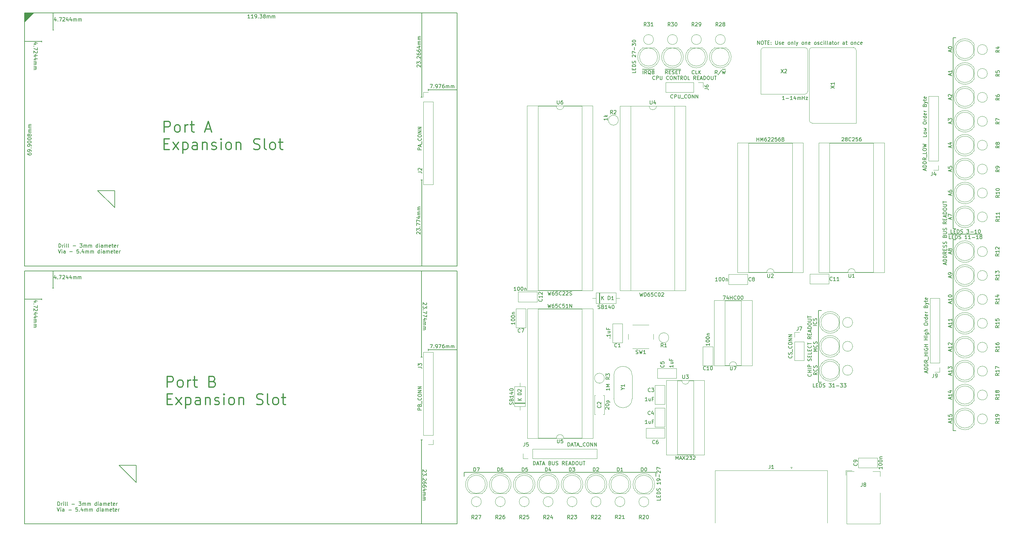
<source format=gbr>
%TF.GenerationSoftware,KiCad,Pcbnew,8.0.0*%
%TF.CreationDate,2024-05-17T21:06:57-04:00*%
%TF.ProjectId,Eater 6502 computer,45617465-7220-4363-9530-3220636f6d70,rev?*%
%TF.SameCoordinates,Original*%
%TF.FileFunction,Legend,Top*%
%TF.FilePolarity,Positive*%
%FSLAX46Y46*%
G04 Gerber Fmt 4.6, Leading zero omitted, Abs format (unit mm)*
G04 Created by KiCad (PCBNEW 8.0.0) date 2024-05-17 21:06:57*
%MOMM*%
%LPD*%
G01*
G04 APERTURE LIST*
%ADD10C,0.150000*%
%ADD11C,0.000000*%
%ADD12C,0.300000*%
%ADD13C,0.120000*%
G04 APERTURE END LIST*
D10*
X12954000Y-83972400D02*
X12700000Y-83972400D01*
X12700000Y-82600800D02*
X12700000Y-12700000D01*
X122250200Y-130606800D02*
X122250200Y-153873200D01*
X122047000Y-107746800D02*
X122453400Y-107746800D01*
X122047000Y-130606800D02*
X122453400Y-130606800D01*
X20574000Y-12725400D02*
X20574000Y-17449800D01*
X132080000Y-82600800D02*
X132080000Y-12700000D01*
X122478800Y-35966400D02*
X122072400Y-35966400D01*
X132080000Y-12700000D02*
X12700000Y-12700000D01*
X268935200Y-75336400D02*
X268935200Y-128117600D01*
X125882400Y-83972400D02*
X50546000Y-83972400D01*
X17424400Y-91795600D02*
X12700000Y-91795600D01*
X124104400Y-34188400D02*
X124104400Y-33680400D01*
X20421600Y-17475200D02*
X20726400Y-17475200D01*
X43484800Y-142392400D02*
X38760400Y-137668000D01*
X43484800Y-137668000D01*
X43484800Y-142392400D01*
X37541200Y-66497200D02*
X32816800Y-61772800D01*
X37541200Y-61772800D01*
X37541200Y-66497200D01*
X269748000Y-75336400D02*
X268935200Y-75336400D01*
X132080000Y-96469200D02*
X132080000Y-84785200D01*
X20370800Y-88722200D02*
X20675600Y-88722200D01*
X132080000Y-152400000D02*
X132080000Y-96469200D01*
X122275600Y-35966400D02*
X122275600Y-12700000D01*
X268935200Y-72339200D02*
X268935200Y-19558000D01*
X132080000Y-152400000D02*
X132080000Y-153873200D01*
X124155200Y-82600800D02*
X12700000Y-82600800D01*
X19456400Y-83972400D02*
X12954000Y-83972400D01*
X50546000Y-83972400D02*
X19456400Y-83972400D01*
X124104400Y-105765600D02*
X132080000Y-105765600D01*
X17424400Y-91643200D02*
X17424400Y-91948000D01*
X125882400Y-83972400D02*
X132080000Y-83972400D01*
X12700000Y-83972400D02*
X12700000Y-153873200D01*
X232664000Y-94894400D02*
X231749600Y-94894400D01*
X124104400Y-33934400D02*
X132080000Y-33934400D01*
X125323600Y-82600800D02*
X132080000Y-82600800D01*
X132080000Y-153873200D02*
X129133600Y-153873200D01*
X122250200Y-107746800D02*
X122250200Y-83972400D01*
X268935200Y-72339200D02*
X269748000Y-72339200D01*
X268935200Y-19558000D02*
X269748000Y-19558000D01*
X132080000Y-84785200D02*
X132080000Y-83972400D01*
X231749600Y-114757200D02*
X232664000Y-114757200D01*
X134010400Y-139649200D02*
X134010400Y-140716000D01*
X122478800Y-58826400D02*
X122072400Y-58826400D01*
X267614400Y-73812400D02*
X276910800Y-73812400D01*
X17424400Y-20421600D02*
X17424400Y-20726400D01*
X129133600Y-153873200D02*
X12700000Y-153873200D01*
X20523200Y-83972400D02*
X20523200Y-88696800D01*
X124155200Y-82600800D02*
X125323600Y-82600800D01*
X122275600Y-58826400D02*
X122275600Y-82600800D01*
X268935200Y-128117600D02*
X269748000Y-128117600D01*
X124104400Y-106019600D02*
X124104400Y-105511600D01*
X186944000Y-139649200D02*
X134010400Y-139649200D01*
D11*
G36*
X12751308Y-15265913D02*
G01*
X12751308Y-12751313D01*
X15291308Y-12751313D01*
X12751308Y-15265913D01*
G37*
D10*
X231749600Y-94894400D02*
X231749600Y-114757200D01*
X186944000Y-140716000D02*
X186944000Y-139649200D01*
X17424400Y-20574000D02*
X12700000Y-20574000D01*
X231416219Y-112070992D02*
X230940028Y-112404325D01*
X231416219Y-112642420D02*
X230416219Y-112642420D01*
X230416219Y-112642420D02*
X230416219Y-112261468D01*
X230416219Y-112261468D02*
X230463838Y-112166230D01*
X230463838Y-112166230D02*
X230511457Y-112118611D01*
X230511457Y-112118611D02*
X230606695Y-112070992D01*
X230606695Y-112070992D02*
X230749552Y-112070992D01*
X230749552Y-112070992D02*
X230844790Y-112118611D01*
X230844790Y-112118611D02*
X230892409Y-112166230D01*
X230892409Y-112166230D02*
X230940028Y-112261468D01*
X230940028Y-112261468D02*
X230940028Y-112642420D01*
X231320980Y-111070992D02*
X231368600Y-111118611D01*
X231368600Y-111118611D02*
X231416219Y-111261468D01*
X231416219Y-111261468D02*
X231416219Y-111356706D01*
X231416219Y-111356706D02*
X231368600Y-111499563D01*
X231368600Y-111499563D02*
X231273361Y-111594801D01*
X231273361Y-111594801D02*
X231178123Y-111642420D01*
X231178123Y-111642420D02*
X230987647Y-111690039D01*
X230987647Y-111690039D02*
X230844790Y-111690039D01*
X230844790Y-111690039D02*
X230654314Y-111642420D01*
X230654314Y-111642420D02*
X230559076Y-111594801D01*
X230559076Y-111594801D02*
X230463838Y-111499563D01*
X230463838Y-111499563D02*
X230416219Y-111356706D01*
X230416219Y-111356706D02*
X230416219Y-111261468D01*
X230416219Y-111261468D02*
X230463838Y-111118611D01*
X230463838Y-111118611D02*
X230511457Y-111070992D01*
X231368600Y-110690039D02*
X231416219Y-110547182D01*
X231416219Y-110547182D02*
X231416219Y-110309087D01*
X231416219Y-110309087D02*
X231368600Y-110213849D01*
X231368600Y-110213849D02*
X231320980Y-110166230D01*
X231320980Y-110166230D02*
X231225742Y-110118611D01*
X231225742Y-110118611D02*
X231130504Y-110118611D01*
X231130504Y-110118611D02*
X231035266Y-110166230D01*
X231035266Y-110166230D02*
X230987647Y-110213849D01*
X230987647Y-110213849D02*
X230940028Y-110309087D01*
X230940028Y-110309087D02*
X230892409Y-110499563D01*
X230892409Y-110499563D02*
X230844790Y-110594801D01*
X230844790Y-110594801D02*
X230797171Y-110642420D01*
X230797171Y-110642420D02*
X230701933Y-110690039D01*
X230701933Y-110690039D02*
X230606695Y-110690039D01*
X230606695Y-110690039D02*
X230511457Y-110642420D01*
X230511457Y-110642420D02*
X230463838Y-110594801D01*
X230463838Y-110594801D02*
X230416219Y-110499563D01*
X230416219Y-110499563D02*
X230416219Y-110261468D01*
X230416219Y-110261468D02*
X230463838Y-110118611D01*
X15859047Y-21339350D02*
X15192380Y-21339350D01*
X16240000Y-21101255D02*
X15525714Y-20863160D01*
X15525714Y-20863160D02*
X15525714Y-21482207D01*
X15287619Y-21863160D02*
X15240000Y-21910779D01*
X15240000Y-21910779D02*
X15192380Y-21863160D01*
X15192380Y-21863160D02*
X15240000Y-21815541D01*
X15240000Y-21815541D02*
X15287619Y-21863160D01*
X15287619Y-21863160D02*
X15192380Y-21863160D01*
X16192380Y-22244112D02*
X16192380Y-22910778D01*
X16192380Y-22910778D02*
X15192380Y-22482207D01*
X16097142Y-23244112D02*
X16144761Y-23291731D01*
X16144761Y-23291731D02*
X16192380Y-23386969D01*
X16192380Y-23386969D02*
X16192380Y-23625064D01*
X16192380Y-23625064D02*
X16144761Y-23720302D01*
X16144761Y-23720302D02*
X16097142Y-23767921D01*
X16097142Y-23767921D02*
X16001904Y-23815540D01*
X16001904Y-23815540D02*
X15906666Y-23815540D01*
X15906666Y-23815540D02*
X15763809Y-23767921D01*
X15763809Y-23767921D02*
X15192380Y-23196493D01*
X15192380Y-23196493D02*
X15192380Y-23815540D01*
X15859047Y-24672683D02*
X15192380Y-24672683D01*
X16240000Y-24434588D02*
X15525714Y-24196493D01*
X15525714Y-24196493D02*
X15525714Y-24815540D01*
X15859047Y-25625064D02*
X15192380Y-25625064D01*
X16240000Y-25386969D02*
X15525714Y-25148874D01*
X15525714Y-25148874D02*
X15525714Y-25767921D01*
X15192380Y-26148874D02*
X15859047Y-26148874D01*
X15763809Y-26148874D02*
X15811428Y-26196493D01*
X15811428Y-26196493D02*
X15859047Y-26291731D01*
X15859047Y-26291731D02*
X15859047Y-26434588D01*
X15859047Y-26434588D02*
X15811428Y-26529826D01*
X15811428Y-26529826D02*
X15716190Y-26577445D01*
X15716190Y-26577445D02*
X15192380Y-26577445D01*
X15716190Y-26577445D02*
X15811428Y-26625064D01*
X15811428Y-26625064D02*
X15859047Y-26720302D01*
X15859047Y-26720302D02*
X15859047Y-26863159D01*
X15859047Y-26863159D02*
X15811428Y-26958398D01*
X15811428Y-26958398D02*
X15716190Y-27006017D01*
X15716190Y-27006017D02*
X15192380Y-27006017D01*
X15192380Y-27482207D02*
X15859047Y-27482207D01*
X15763809Y-27482207D02*
X15811428Y-27529826D01*
X15811428Y-27529826D02*
X15859047Y-27625064D01*
X15859047Y-27625064D02*
X15859047Y-27767921D01*
X15859047Y-27767921D02*
X15811428Y-27863159D01*
X15811428Y-27863159D02*
X15716190Y-27910778D01*
X15716190Y-27910778D02*
X15192380Y-27910778D01*
X15716190Y-27910778D02*
X15811428Y-27958397D01*
X15811428Y-27958397D02*
X15859047Y-28053635D01*
X15859047Y-28053635D02*
X15859047Y-28196492D01*
X15859047Y-28196492D02*
X15811428Y-28291731D01*
X15811428Y-28291731D02*
X15716190Y-28339350D01*
X15716190Y-28339350D02*
X15192380Y-28339350D01*
X268316104Y-106187639D02*
X268316104Y-105711449D01*
X268601819Y-106282877D02*
X267601819Y-105949544D01*
X267601819Y-105949544D02*
X268601819Y-105616211D01*
X268601819Y-104759068D02*
X268601819Y-105330496D01*
X268601819Y-105044782D02*
X267601819Y-105044782D01*
X267601819Y-105044782D02*
X267744676Y-105140020D01*
X267744676Y-105140020D02*
X267839914Y-105235258D01*
X267839914Y-105235258D02*
X267887533Y-105330496D01*
X267697057Y-104378115D02*
X267649438Y-104330496D01*
X267649438Y-104330496D02*
X267601819Y-104235258D01*
X267601819Y-104235258D02*
X267601819Y-103997163D01*
X267601819Y-103997163D02*
X267649438Y-103901925D01*
X267649438Y-103901925D02*
X267697057Y-103854306D01*
X267697057Y-103854306D02*
X267792295Y-103806687D01*
X267792295Y-103806687D02*
X267887533Y-103806687D01*
X267887533Y-103806687D02*
X268030390Y-103854306D01*
X268030390Y-103854306D02*
X268601819Y-104425734D01*
X268601819Y-104425734D02*
X268601819Y-103806687D01*
X268325769Y-75104619D02*
X267849579Y-75104619D01*
X267849579Y-75104619D02*
X267849579Y-74104619D01*
X268659103Y-74580809D02*
X268992436Y-74580809D01*
X269135293Y-75104619D02*
X268659103Y-75104619D01*
X268659103Y-75104619D02*
X268659103Y-74104619D01*
X268659103Y-74104619D02*
X269135293Y-74104619D01*
X269563865Y-75104619D02*
X269563865Y-74104619D01*
X269563865Y-74104619D02*
X269801960Y-74104619D01*
X269801960Y-74104619D02*
X269944817Y-74152238D01*
X269944817Y-74152238D02*
X270040055Y-74247476D01*
X270040055Y-74247476D02*
X270087674Y-74342714D01*
X270087674Y-74342714D02*
X270135293Y-74533190D01*
X270135293Y-74533190D02*
X270135293Y-74676047D01*
X270135293Y-74676047D02*
X270087674Y-74866523D01*
X270087674Y-74866523D02*
X270040055Y-74961761D01*
X270040055Y-74961761D02*
X269944817Y-75057000D01*
X269944817Y-75057000D02*
X269801960Y-75104619D01*
X269801960Y-75104619D02*
X269563865Y-75104619D01*
X270516246Y-75057000D02*
X270659103Y-75104619D01*
X270659103Y-75104619D02*
X270897198Y-75104619D01*
X270897198Y-75104619D02*
X270992436Y-75057000D01*
X270992436Y-75057000D02*
X271040055Y-75009380D01*
X271040055Y-75009380D02*
X271087674Y-74914142D01*
X271087674Y-74914142D02*
X271087674Y-74818904D01*
X271087674Y-74818904D02*
X271040055Y-74723666D01*
X271040055Y-74723666D02*
X270992436Y-74676047D01*
X270992436Y-74676047D02*
X270897198Y-74628428D01*
X270897198Y-74628428D02*
X270706722Y-74580809D01*
X270706722Y-74580809D02*
X270611484Y-74533190D01*
X270611484Y-74533190D02*
X270563865Y-74485571D01*
X270563865Y-74485571D02*
X270516246Y-74390333D01*
X270516246Y-74390333D02*
X270516246Y-74295095D01*
X270516246Y-74295095D02*
X270563865Y-74199857D01*
X270563865Y-74199857D02*
X270611484Y-74152238D01*
X270611484Y-74152238D02*
X270706722Y-74104619D01*
X270706722Y-74104619D02*
X270944817Y-74104619D01*
X270944817Y-74104619D02*
X271087674Y-74152238D01*
X272801960Y-75104619D02*
X272230532Y-75104619D01*
X272516246Y-75104619D02*
X272516246Y-74104619D01*
X272516246Y-74104619D02*
X272421008Y-74247476D01*
X272421008Y-74247476D02*
X272325770Y-74342714D01*
X272325770Y-74342714D02*
X272230532Y-74390333D01*
X273754341Y-75104619D02*
X273182913Y-75104619D01*
X273468627Y-75104619D02*
X273468627Y-74104619D01*
X273468627Y-74104619D02*
X273373389Y-74247476D01*
X273373389Y-74247476D02*
X273278151Y-74342714D01*
X273278151Y-74342714D02*
X273182913Y-74390333D01*
X274182913Y-74723666D02*
X274944818Y-74723666D01*
X275944817Y-75104619D02*
X275373389Y-75104619D01*
X275659103Y-75104619D02*
X275659103Y-74104619D01*
X275659103Y-74104619D02*
X275563865Y-74247476D01*
X275563865Y-74247476D02*
X275468627Y-74342714D01*
X275468627Y-74342714D02*
X275373389Y-74390333D01*
X276516246Y-74533190D02*
X276421008Y-74485571D01*
X276421008Y-74485571D02*
X276373389Y-74437952D01*
X276373389Y-74437952D02*
X276325770Y-74342714D01*
X276325770Y-74342714D02*
X276325770Y-74295095D01*
X276325770Y-74295095D02*
X276373389Y-74199857D01*
X276373389Y-74199857D02*
X276421008Y-74152238D01*
X276421008Y-74152238D02*
X276516246Y-74104619D01*
X276516246Y-74104619D02*
X276706722Y-74104619D01*
X276706722Y-74104619D02*
X276801960Y-74152238D01*
X276801960Y-74152238D02*
X276849579Y-74199857D01*
X276849579Y-74199857D02*
X276897198Y-74295095D01*
X276897198Y-74295095D02*
X276897198Y-74342714D01*
X276897198Y-74342714D02*
X276849579Y-74437952D01*
X276849579Y-74437952D02*
X276801960Y-74485571D01*
X276801960Y-74485571D02*
X276706722Y-74533190D01*
X276706722Y-74533190D02*
X276516246Y-74533190D01*
X276516246Y-74533190D02*
X276421008Y-74580809D01*
X276421008Y-74580809D02*
X276373389Y-74628428D01*
X276373389Y-74628428D02*
X276325770Y-74723666D01*
X276325770Y-74723666D02*
X276325770Y-74914142D01*
X276325770Y-74914142D02*
X276373389Y-75009380D01*
X276373389Y-75009380D02*
X276421008Y-75057000D01*
X276421008Y-75057000D02*
X276516246Y-75104619D01*
X276516246Y-75104619D02*
X276706722Y-75104619D01*
X276706722Y-75104619D02*
X276801960Y-75057000D01*
X276801960Y-75057000D02*
X276849579Y-75009380D01*
X276849579Y-75009380D02*
X276897198Y-74914142D01*
X276897198Y-74914142D02*
X276897198Y-74723666D01*
X276897198Y-74723666D02*
X276849579Y-74628428D01*
X276849579Y-74628428D02*
X276801960Y-74580809D01*
X276801960Y-74580809D02*
X276706722Y-74533190D01*
X162998379Y-139315819D02*
X162998379Y-138315819D01*
X162998379Y-138315819D02*
X163236474Y-138315819D01*
X163236474Y-138315819D02*
X163379331Y-138363438D01*
X163379331Y-138363438D02*
X163474569Y-138458676D01*
X163474569Y-138458676D02*
X163522188Y-138553914D01*
X163522188Y-138553914D02*
X163569807Y-138744390D01*
X163569807Y-138744390D02*
X163569807Y-138887247D01*
X163569807Y-138887247D02*
X163522188Y-139077723D01*
X163522188Y-139077723D02*
X163474569Y-139172961D01*
X163474569Y-139172961D02*
X163379331Y-139268200D01*
X163379331Y-139268200D02*
X163236474Y-139315819D01*
X163236474Y-139315819D02*
X162998379Y-139315819D01*
X163903141Y-138315819D02*
X164522188Y-138315819D01*
X164522188Y-138315819D02*
X164188855Y-138696771D01*
X164188855Y-138696771D02*
X164331712Y-138696771D01*
X164331712Y-138696771D02*
X164426950Y-138744390D01*
X164426950Y-138744390D02*
X164474569Y-138792009D01*
X164474569Y-138792009D02*
X164522188Y-138887247D01*
X164522188Y-138887247D02*
X164522188Y-139125342D01*
X164522188Y-139125342D02*
X164474569Y-139220580D01*
X164474569Y-139220580D02*
X164426950Y-139268200D01*
X164426950Y-139268200D02*
X164331712Y-139315819D01*
X164331712Y-139315819D02*
X164045998Y-139315819D01*
X164045998Y-139315819D02*
X163950760Y-139268200D01*
X163950760Y-139268200D02*
X163903141Y-139220580D01*
X123462942Y-138922360D02*
X123510561Y-138969979D01*
X123510561Y-138969979D02*
X123558180Y-139065217D01*
X123558180Y-139065217D02*
X123558180Y-139303312D01*
X123558180Y-139303312D02*
X123510561Y-139398550D01*
X123510561Y-139398550D02*
X123462942Y-139446169D01*
X123462942Y-139446169D02*
X123367704Y-139493788D01*
X123367704Y-139493788D02*
X123272466Y-139493788D01*
X123272466Y-139493788D02*
X123129609Y-139446169D01*
X123129609Y-139446169D02*
X122558180Y-138874741D01*
X122558180Y-138874741D02*
X122558180Y-139493788D01*
X123558180Y-139827122D02*
X123558180Y-140446169D01*
X123558180Y-140446169D02*
X123177228Y-140112836D01*
X123177228Y-140112836D02*
X123177228Y-140255693D01*
X123177228Y-140255693D02*
X123129609Y-140350931D01*
X123129609Y-140350931D02*
X123081990Y-140398550D01*
X123081990Y-140398550D02*
X122986752Y-140446169D01*
X122986752Y-140446169D02*
X122748657Y-140446169D01*
X122748657Y-140446169D02*
X122653419Y-140398550D01*
X122653419Y-140398550D02*
X122605800Y-140350931D01*
X122605800Y-140350931D02*
X122558180Y-140255693D01*
X122558180Y-140255693D02*
X122558180Y-139969979D01*
X122558180Y-139969979D02*
X122605800Y-139874741D01*
X122605800Y-139874741D02*
X122653419Y-139827122D01*
X122653419Y-140874741D02*
X122605800Y-140922360D01*
X122605800Y-140922360D02*
X122558180Y-140874741D01*
X122558180Y-140874741D02*
X122605800Y-140827122D01*
X122605800Y-140827122D02*
X122653419Y-140874741D01*
X122653419Y-140874741D02*
X122558180Y-140874741D01*
X123462942Y-141303312D02*
X123510561Y-141350931D01*
X123510561Y-141350931D02*
X123558180Y-141446169D01*
X123558180Y-141446169D02*
X123558180Y-141684264D01*
X123558180Y-141684264D02*
X123510561Y-141779502D01*
X123510561Y-141779502D02*
X123462942Y-141827121D01*
X123462942Y-141827121D02*
X123367704Y-141874740D01*
X123367704Y-141874740D02*
X123272466Y-141874740D01*
X123272466Y-141874740D02*
X123129609Y-141827121D01*
X123129609Y-141827121D02*
X122558180Y-141255693D01*
X122558180Y-141255693D02*
X122558180Y-141874740D01*
X123558180Y-142731883D02*
X123558180Y-142541407D01*
X123558180Y-142541407D02*
X123510561Y-142446169D01*
X123510561Y-142446169D02*
X123462942Y-142398550D01*
X123462942Y-142398550D02*
X123320085Y-142303312D01*
X123320085Y-142303312D02*
X123129609Y-142255693D01*
X123129609Y-142255693D02*
X122748657Y-142255693D01*
X122748657Y-142255693D02*
X122653419Y-142303312D01*
X122653419Y-142303312D02*
X122605800Y-142350931D01*
X122605800Y-142350931D02*
X122558180Y-142446169D01*
X122558180Y-142446169D02*
X122558180Y-142636645D01*
X122558180Y-142636645D02*
X122605800Y-142731883D01*
X122605800Y-142731883D02*
X122653419Y-142779502D01*
X122653419Y-142779502D02*
X122748657Y-142827121D01*
X122748657Y-142827121D02*
X122986752Y-142827121D01*
X122986752Y-142827121D02*
X123081990Y-142779502D01*
X123081990Y-142779502D02*
X123129609Y-142731883D01*
X123129609Y-142731883D02*
X123177228Y-142636645D01*
X123177228Y-142636645D02*
X123177228Y-142446169D01*
X123177228Y-142446169D02*
X123129609Y-142350931D01*
X123129609Y-142350931D02*
X123081990Y-142303312D01*
X123081990Y-142303312D02*
X122986752Y-142255693D01*
X123558180Y-143684264D02*
X123558180Y-143493788D01*
X123558180Y-143493788D02*
X123510561Y-143398550D01*
X123510561Y-143398550D02*
X123462942Y-143350931D01*
X123462942Y-143350931D02*
X123320085Y-143255693D01*
X123320085Y-143255693D02*
X123129609Y-143208074D01*
X123129609Y-143208074D02*
X122748657Y-143208074D01*
X122748657Y-143208074D02*
X122653419Y-143255693D01*
X122653419Y-143255693D02*
X122605800Y-143303312D01*
X122605800Y-143303312D02*
X122558180Y-143398550D01*
X122558180Y-143398550D02*
X122558180Y-143589026D01*
X122558180Y-143589026D02*
X122605800Y-143684264D01*
X122605800Y-143684264D02*
X122653419Y-143731883D01*
X122653419Y-143731883D02*
X122748657Y-143779502D01*
X122748657Y-143779502D02*
X122986752Y-143779502D01*
X122986752Y-143779502D02*
X123081990Y-143731883D01*
X123081990Y-143731883D02*
X123129609Y-143684264D01*
X123129609Y-143684264D02*
X123177228Y-143589026D01*
X123177228Y-143589026D02*
X123177228Y-143398550D01*
X123177228Y-143398550D02*
X123129609Y-143303312D01*
X123129609Y-143303312D02*
X123081990Y-143255693D01*
X123081990Y-143255693D02*
X122986752Y-143208074D01*
X123224847Y-144636645D02*
X122558180Y-144636645D01*
X123605800Y-144398550D02*
X122891514Y-144160455D01*
X122891514Y-144160455D02*
X122891514Y-144779502D01*
X122558180Y-145160455D02*
X123224847Y-145160455D01*
X123129609Y-145160455D02*
X123177228Y-145208074D01*
X123177228Y-145208074D02*
X123224847Y-145303312D01*
X123224847Y-145303312D02*
X123224847Y-145446169D01*
X123224847Y-145446169D02*
X123177228Y-145541407D01*
X123177228Y-145541407D02*
X123081990Y-145589026D01*
X123081990Y-145589026D02*
X122558180Y-145589026D01*
X123081990Y-145589026D02*
X123177228Y-145636645D01*
X123177228Y-145636645D02*
X123224847Y-145731883D01*
X123224847Y-145731883D02*
X123224847Y-145874740D01*
X123224847Y-145874740D02*
X123177228Y-145969979D01*
X123177228Y-145969979D02*
X123081990Y-146017598D01*
X123081990Y-146017598D02*
X122558180Y-146017598D01*
X122558180Y-146493788D02*
X123224847Y-146493788D01*
X123129609Y-146493788D02*
X123177228Y-146541407D01*
X123177228Y-146541407D02*
X123224847Y-146636645D01*
X123224847Y-146636645D02*
X123224847Y-146779502D01*
X123224847Y-146779502D02*
X123177228Y-146874740D01*
X123177228Y-146874740D02*
X123081990Y-146922359D01*
X123081990Y-146922359D02*
X122558180Y-146922359D01*
X123081990Y-146922359D02*
X123177228Y-146969978D01*
X123177228Y-146969978D02*
X123224847Y-147065216D01*
X123224847Y-147065216D02*
X123224847Y-147208073D01*
X123224847Y-147208073D02*
X123177228Y-147303312D01*
X123177228Y-147303312D02*
X123081990Y-147350931D01*
X123081990Y-147350931D02*
X122558180Y-147350931D01*
X268316104Y-63109239D02*
X268316104Y-62633049D01*
X268601819Y-63204477D02*
X267601819Y-62871144D01*
X267601819Y-62871144D02*
X268601819Y-62537811D01*
X267601819Y-61775906D02*
X267601819Y-61966382D01*
X267601819Y-61966382D02*
X267649438Y-62061620D01*
X267649438Y-62061620D02*
X267697057Y-62109239D01*
X267697057Y-62109239D02*
X267839914Y-62204477D01*
X267839914Y-62204477D02*
X268030390Y-62252096D01*
X268030390Y-62252096D02*
X268411342Y-62252096D01*
X268411342Y-62252096D02*
X268506580Y-62204477D01*
X268506580Y-62204477D02*
X268554200Y-62156858D01*
X268554200Y-62156858D02*
X268601819Y-62061620D01*
X268601819Y-62061620D02*
X268601819Y-61871144D01*
X268601819Y-61871144D02*
X268554200Y-61775906D01*
X268554200Y-61775906D02*
X268506580Y-61728287D01*
X268506580Y-61728287D02*
X268411342Y-61680668D01*
X268411342Y-61680668D02*
X268173247Y-61680668D01*
X268173247Y-61680668D02*
X268078009Y-61728287D01*
X268078009Y-61728287D02*
X268030390Y-61775906D01*
X268030390Y-61775906D02*
X267982771Y-61871144D01*
X267982771Y-61871144D02*
X267982771Y-62061620D01*
X267982771Y-62061620D02*
X268030390Y-62156858D01*
X268030390Y-62156858D02*
X268078009Y-62204477D01*
X268078009Y-62204477D02*
X268173247Y-62252096D01*
X21288550Y-85537752D02*
X21288550Y-86204419D01*
X21050455Y-85156800D02*
X20812360Y-85871085D01*
X20812360Y-85871085D02*
X21431407Y-85871085D01*
X21812360Y-86109180D02*
X21859979Y-86156800D01*
X21859979Y-86156800D02*
X21812360Y-86204419D01*
X21812360Y-86204419D02*
X21764741Y-86156800D01*
X21764741Y-86156800D02*
X21812360Y-86109180D01*
X21812360Y-86109180D02*
X21812360Y-86204419D01*
X22193312Y-85204419D02*
X22859978Y-85204419D01*
X22859978Y-85204419D02*
X22431407Y-86204419D01*
X23193312Y-85299657D02*
X23240931Y-85252038D01*
X23240931Y-85252038D02*
X23336169Y-85204419D01*
X23336169Y-85204419D02*
X23574264Y-85204419D01*
X23574264Y-85204419D02*
X23669502Y-85252038D01*
X23669502Y-85252038D02*
X23717121Y-85299657D01*
X23717121Y-85299657D02*
X23764740Y-85394895D01*
X23764740Y-85394895D02*
X23764740Y-85490133D01*
X23764740Y-85490133D02*
X23717121Y-85632990D01*
X23717121Y-85632990D02*
X23145693Y-86204419D01*
X23145693Y-86204419D02*
X23764740Y-86204419D01*
X24621883Y-85537752D02*
X24621883Y-86204419D01*
X24383788Y-85156800D02*
X24145693Y-85871085D01*
X24145693Y-85871085D02*
X24764740Y-85871085D01*
X25574264Y-85537752D02*
X25574264Y-86204419D01*
X25336169Y-85156800D02*
X25098074Y-85871085D01*
X25098074Y-85871085D02*
X25717121Y-85871085D01*
X26098074Y-86204419D02*
X26098074Y-85537752D01*
X26098074Y-85632990D02*
X26145693Y-85585371D01*
X26145693Y-85585371D02*
X26240931Y-85537752D01*
X26240931Y-85537752D02*
X26383788Y-85537752D01*
X26383788Y-85537752D02*
X26479026Y-85585371D01*
X26479026Y-85585371D02*
X26526645Y-85680609D01*
X26526645Y-85680609D02*
X26526645Y-86204419D01*
X26526645Y-85680609D02*
X26574264Y-85585371D01*
X26574264Y-85585371D02*
X26669502Y-85537752D01*
X26669502Y-85537752D02*
X26812359Y-85537752D01*
X26812359Y-85537752D02*
X26907598Y-85585371D01*
X26907598Y-85585371D02*
X26955217Y-85680609D01*
X26955217Y-85680609D02*
X26955217Y-86204419D01*
X27431407Y-86204419D02*
X27431407Y-85537752D01*
X27431407Y-85632990D02*
X27479026Y-85585371D01*
X27479026Y-85585371D02*
X27574264Y-85537752D01*
X27574264Y-85537752D02*
X27717121Y-85537752D01*
X27717121Y-85537752D02*
X27812359Y-85585371D01*
X27812359Y-85585371D02*
X27859978Y-85680609D01*
X27859978Y-85680609D02*
X27859978Y-86204419D01*
X27859978Y-85680609D02*
X27907597Y-85585371D01*
X27907597Y-85585371D02*
X28002835Y-85537752D01*
X28002835Y-85537752D02*
X28145692Y-85537752D01*
X28145692Y-85537752D02*
X28240931Y-85585371D01*
X28240931Y-85585371D02*
X28288550Y-85680609D01*
X28288550Y-85680609D02*
X28288550Y-86204419D01*
X149993579Y-139315819D02*
X149993579Y-138315819D01*
X149993579Y-138315819D02*
X150231674Y-138315819D01*
X150231674Y-138315819D02*
X150374531Y-138363438D01*
X150374531Y-138363438D02*
X150469769Y-138458676D01*
X150469769Y-138458676D02*
X150517388Y-138553914D01*
X150517388Y-138553914D02*
X150565007Y-138744390D01*
X150565007Y-138744390D02*
X150565007Y-138887247D01*
X150565007Y-138887247D02*
X150517388Y-139077723D01*
X150517388Y-139077723D02*
X150469769Y-139172961D01*
X150469769Y-139172961D02*
X150374531Y-139268200D01*
X150374531Y-139268200D02*
X150231674Y-139315819D01*
X150231674Y-139315819D02*
X149993579Y-139315819D01*
X151469769Y-138315819D02*
X150993579Y-138315819D01*
X150993579Y-138315819D02*
X150945960Y-138792009D01*
X150945960Y-138792009D02*
X150993579Y-138744390D01*
X150993579Y-138744390D02*
X151088817Y-138696771D01*
X151088817Y-138696771D02*
X151326912Y-138696771D01*
X151326912Y-138696771D02*
X151422150Y-138744390D01*
X151422150Y-138744390D02*
X151469769Y-138792009D01*
X151469769Y-138792009D02*
X151517388Y-138887247D01*
X151517388Y-138887247D02*
X151517388Y-139125342D01*
X151517388Y-139125342D02*
X151469769Y-139220580D01*
X151469769Y-139220580D02*
X151422150Y-139268200D01*
X151422150Y-139268200D02*
X151326912Y-139315819D01*
X151326912Y-139315819D02*
X151088817Y-139315819D01*
X151088817Y-139315819D02*
X150993579Y-139268200D01*
X150993579Y-139268200D02*
X150945960Y-139220580D01*
X268316104Y-79263639D02*
X268316104Y-78787449D01*
X268601819Y-79358877D02*
X267601819Y-79025544D01*
X267601819Y-79025544D02*
X268601819Y-78692211D01*
X268030390Y-78216020D02*
X267982771Y-78311258D01*
X267982771Y-78311258D02*
X267935152Y-78358877D01*
X267935152Y-78358877D02*
X267839914Y-78406496D01*
X267839914Y-78406496D02*
X267792295Y-78406496D01*
X267792295Y-78406496D02*
X267697057Y-78358877D01*
X267697057Y-78358877D02*
X267649438Y-78311258D01*
X267649438Y-78311258D02*
X267601819Y-78216020D01*
X267601819Y-78216020D02*
X267601819Y-78025544D01*
X267601819Y-78025544D02*
X267649438Y-77930306D01*
X267649438Y-77930306D02*
X267697057Y-77882687D01*
X267697057Y-77882687D02*
X267792295Y-77835068D01*
X267792295Y-77835068D02*
X267839914Y-77835068D01*
X267839914Y-77835068D02*
X267935152Y-77882687D01*
X267935152Y-77882687D02*
X267982771Y-77930306D01*
X267982771Y-77930306D02*
X268030390Y-78025544D01*
X268030390Y-78025544D02*
X268030390Y-78216020D01*
X268030390Y-78216020D02*
X268078009Y-78311258D01*
X268078009Y-78311258D02*
X268125628Y-78358877D01*
X268125628Y-78358877D02*
X268220866Y-78406496D01*
X268220866Y-78406496D02*
X268411342Y-78406496D01*
X268411342Y-78406496D02*
X268506580Y-78358877D01*
X268506580Y-78358877D02*
X268554200Y-78311258D01*
X268554200Y-78311258D02*
X268601819Y-78216020D01*
X268601819Y-78216020D02*
X268601819Y-78025544D01*
X268601819Y-78025544D02*
X268554200Y-77930306D01*
X268554200Y-77930306D02*
X268506580Y-77882687D01*
X268506580Y-77882687D02*
X268411342Y-77835068D01*
X268411342Y-77835068D02*
X268220866Y-77835068D01*
X268220866Y-77835068D02*
X268125628Y-77882687D01*
X268125628Y-77882687D02*
X268078009Y-77930306D01*
X268078009Y-77930306D02*
X268030390Y-78025544D01*
X268316104Y-85867639D02*
X268316104Y-85391449D01*
X268601819Y-85962877D02*
X267601819Y-85629544D01*
X267601819Y-85629544D02*
X268601819Y-85296211D01*
X268601819Y-84915258D02*
X268601819Y-84724782D01*
X268601819Y-84724782D02*
X268554200Y-84629544D01*
X268554200Y-84629544D02*
X268506580Y-84581925D01*
X268506580Y-84581925D02*
X268363723Y-84486687D01*
X268363723Y-84486687D02*
X268173247Y-84439068D01*
X268173247Y-84439068D02*
X267792295Y-84439068D01*
X267792295Y-84439068D02*
X267697057Y-84486687D01*
X267697057Y-84486687D02*
X267649438Y-84534306D01*
X267649438Y-84534306D02*
X267601819Y-84629544D01*
X267601819Y-84629544D02*
X267601819Y-84820020D01*
X267601819Y-84820020D02*
X267649438Y-84915258D01*
X267649438Y-84915258D02*
X267697057Y-84962877D01*
X267697057Y-84962877D02*
X267792295Y-85010496D01*
X267792295Y-85010496D02*
X268030390Y-85010496D01*
X268030390Y-85010496D02*
X268125628Y-84962877D01*
X268125628Y-84962877D02*
X268173247Y-84915258D01*
X268173247Y-84915258D02*
X268220866Y-84820020D01*
X268220866Y-84820020D02*
X268220866Y-84629544D01*
X268220866Y-84629544D02*
X268173247Y-84534306D01*
X268173247Y-84534306D02*
X268125628Y-84486687D01*
X268125628Y-84486687D02*
X268030390Y-84439068D01*
X268316104Y-23434439D02*
X268316104Y-22958249D01*
X268601819Y-23529677D02*
X267601819Y-23196344D01*
X267601819Y-23196344D02*
X268601819Y-22863011D01*
X267601819Y-22339201D02*
X267601819Y-22243963D01*
X267601819Y-22243963D02*
X267649438Y-22148725D01*
X267649438Y-22148725D02*
X267697057Y-22101106D01*
X267697057Y-22101106D02*
X267792295Y-22053487D01*
X267792295Y-22053487D02*
X267982771Y-22005868D01*
X267982771Y-22005868D02*
X268220866Y-22005868D01*
X268220866Y-22005868D02*
X268411342Y-22053487D01*
X268411342Y-22053487D02*
X268506580Y-22101106D01*
X268506580Y-22101106D02*
X268554200Y-22148725D01*
X268554200Y-22148725D02*
X268601819Y-22243963D01*
X268601819Y-22243963D02*
X268601819Y-22339201D01*
X268601819Y-22339201D02*
X268554200Y-22434439D01*
X268554200Y-22434439D02*
X268506580Y-22482058D01*
X268506580Y-22482058D02*
X268411342Y-22529677D01*
X268411342Y-22529677D02*
X268220866Y-22577296D01*
X268220866Y-22577296D02*
X267982771Y-22577296D01*
X267982771Y-22577296D02*
X267792295Y-22529677D01*
X267792295Y-22529677D02*
X267697057Y-22482058D01*
X267697057Y-22482058D02*
X267649438Y-22434439D01*
X267649438Y-22434439D02*
X267601819Y-22339201D01*
X268316104Y-36642439D02*
X268316104Y-36166249D01*
X268601819Y-36737677D02*
X267601819Y-36404344D01*
X267601819Y-36404344D02*
X268601819Y-36071011D01*
X267697057Y-35785296D02*
X267649438Y-35737677D01*
X267649438Y-35737677D02*
X267601819Y-35642439D01*
X267601819Y-35642439D02*
X267601819Y-35404344D01*
X267601819Y-35404344D02*
X267649438Y-35309106D01*
X267649438Y-35309106D02*
X267697057Y-35261487D01*
X267697057Y-35261487D02*
X267792295Y-35213868D01*
X267792295Y-35213868D02*
X267887533Y-35213868D01*
X267887533Y-35213868D02*
X268030390Y-35261487D01*
X268030390Y-35261487D02*
X268601819Y-35832915D01*
X268601819Y-35832915D02*
X268601819Y-35213868D01*
D12*
X51203653Y-45638225D02*
X51203653Y-42638225D01*
X51203653Y-42638225D02*
X52346510Y-42638225D01*
X52346510Y-42638225D02*
X52632225Y-42781082D01*
X52632225Y-42781082D02*
X52775082Y-42923939D01*
X52775082Y-42923939D02*
X52917939Y-43209653D01*
X52917939Y-43209653D02*
X52917939Y-43638225D01*
X52917939Y-43638225D02*
X52775082Y-43923939D01*
X52775082Y-43923939D02*
X52632225Y-44066796D01*
X52632225Y-44066796D02*
X52346510Y-44209653D01*
X52346510Y-44209653D02*
X51203653Y-44209653D01*
X54632225Y-45638225D02*
X54346510Y-45495368D01*
X54346510Y-45495368D02*
X54203653Y-45352510D01*
X54203653Y-45352510D02*
X54060796Y-45066796D01*
X54060796Y-45066796D02*
X54060796Y-44209653D01*
X54060796Y-44209653D02*
X54203653Y-43923939D01*
X54203653Y-43923939D02*
X54346510Y-43781082D01*
X54346510Y-43781082D02*
X54632225Y-43638225D01*
X54632225Y-43638225D02*
X55060796Y-43638225D01*
X55060796Y-43638225D02*
X55346510Y-43781082D01*
X55346510Y-43781082D02*
X55489368Y-43923939D01*
X55489368Y-43923939D02*
X55632225Y-44209653D01*
X55632225Y-44209653D02*
X55632225Y-45066796D01*
X55632225Y-45066796D02*
X55489368Y-45352510D01*
X55489368Y-45352510D02*
X55346510Y-45495368D01*
X55346510Y-45495368D02*
X55060796Y-45638225D01*
X55060796Y-45638225D02*
X54632225Y-45638225D01*
X56917939Y-45638225D02*
X56917939Y-43638225D01*
X56917939Y-44209653D02*
X57060796Y-43923939D01*
X57060796Y-43923939D02*
X57203654Y-43781082D01*
X57203654Y-43781082D02*
X57489368Y-43638225D01*
X57489368Y-43638225D02*
X57775082Y-43638225D01*
X58346511Y-43638225D02*
X59489368Y-43638225D01*
X58775082Y-42638225D02*
X58775082Y-45209653D01*
X58775082Y-45209653D02*
X58917939Y-45495368D01*
X58917939Y-45495368D02*
X59203654Y-45638225D01*
X59203654Y-45638225D02*
X59489368Y-45638225D01*
X62632225Y-44781082D02*
X64060797Y-44781082D01*
X62346511Y-45638225D02*
X63346511Y-42638225D01*
X63346511Y-42638225D02*
X64346511Y-45638225D01*
X51203653Y-48896628D02*
X52203653Y-48896628D01*
X52632225Y-50468057D02*
X51203653Y-50468057D01*
X51203653Y-50468057D02*
X51203653Y-47468057D01*
X51203653Y-47468057D02*
X52632225Y-47468057D01*
X53632225Y-50468057D02*
X55203654Y-48468057D01*
X53632225Y-48468057D02*
X55203654Y-50468057D01*
X56346510Y-48468057D02*
X56346510Y-51468057D01*
X56346510Y-48610914D02*
X56632225Y-48468057D01*
X56632225Y-48468057D02*
X57203653Y-48468057D01*
X57203653Y-48468057D02*
X57489367Y-48610914D01*
X57489367Y-48610914D02*
X57632225Y-48753771D01*
X57632225Y-48753771D02*
X57775082Y-49039485D01*
X57775082Y-49039485D02*
X57775082Y-49896628D01*
X57775082Y-49896628D02*
X57632225Y-50182342D01*
X57632225Y-50182342D02*
X57489367Y-50325200D01*
X57489367Y-50325200D02*
X57203653Y-50468057D01*
X57203653Y-50468057D02*
X56632225Y-50468057D01*
X56632225Y-50468057D02*
X56346510Y-50325200D01*
X60346511Y-50468057D02*
X60346511Y-48896628D01*
X60346511Y-48896628D02*
X60203653Y-48610914D01*
X60203653Y-48610914D02*
X59917939Y-48468057D01*
X59917939Y-48468057D02*
X59346511Y-48468057D01*
X59346511Y-48468057D02*
X59060796Y-48610914D01*
X60346511Y-50325200D02*
X60060796Y-50468057D01*
X60060796Y-50468057D02*
X59346511Y-50468057D01*
X59346511Y-50468057D02*
X59060796Y-50325200D01*
X59060796Y-50325200D02*
X58917939Y-50039485D01*
X58917939Y-50039485D02*
X58917939Y-49753771D01*
X58917939Y-49753771D02*
X59060796Y-49468057D01*
X59060796Y-49468057D02*
X59346511Y-49325200D01*
X59346511Y-49325200D02*
X60060796Y-49325200D01*
X60060796Y-49325200D02*
X60346511Y-49182342D01*
X61775082Y-48468057D02*
X61775082Y-50468057D01*
X61775082Y-48753771D02*
X61917939Y-48610914D01*
X61917939Y-48610914D02*
X62203654Y-48468057D01*
X62203654Y-48468057D02*
X62632225Y-48468057D01*
X62632225Y-48468057D02*
X62917939Y-48610914D01*
X62917939Y-48610914D02*
X63060797Y-48896628D01*
X63060797Y-48896628D02*
X63060797Y-50468057D01*
X64346511Y-50325200D02*
X64632225Y-50468057D01*
X64632225Y-50468057D02*
X65203654Y-50468057D01*
X65203654Y-50468057D02*
X65489368Y-50325200D01*
X65489368Y-50325200D02*
X65632225Y-50039485D01*
X65632225Y-50039485D02*
X65632225Y-49896628D01*
X65632225Y-49896628D02*
X65489368Y-49610914D01*
X65489368Y-49610914D02*
X65203654Y-49468057D01*
X65203654Y-49468057D02*
X64775083Y-49468057D01*
X64775083Y-49468057D02*
X64489368Y-49325200D01*
X64489368Y-49325200D02*
X64346511Y-49039485D01*
X64346511Y-49039485D02*
X64346511Y-48896628D01*
X64346511Y-48896628D02*
X64489368Y-48610914D01*
X64489368Y-48610914D02*
X64775083Y-48468057D01*
X64775083Y-48468057D02*
X65203654Y-48468057D01*
X65203654Y-48468057D02*
X65489368Y-48610914D01*
X66917939Y-50468057D02*
X66917939Y-48468057D01*
X66917939Y-47468057D02*
X66775082Y-47610914D01*
X66775082Y-47610914D02*
X66917939Y-47753771D01*
X66917939Y-47753771D02*
X67060796Y-47610914D01*
X67060796Y-47610914D02*
X66917939Y-47468057D01*
X66917939Y-47468057D02*
X66917939Y-47753771D01*
X68775082Y-50468057D02*
X68489367Y-50325200D01*
X68489367Y-50325200D02*
X68346510Y-50182342D01*
X68346510Y-50182342D02*
X68203653Y-49896628D01*
X68203653Y-49896628D02*
X68203653Y-49039485D01*
X68203653Y-49039485D02*
X68346510Y-48753771D01*
X68346510Y-48753771D02*
X68489367Y-48610914D01*
X68489367Y-48610914D02*
X68775082Y-48468057D01*
X68775082Y-48468057D02*
X69203653Y-48468057D01*
X69203653Y-48468057D02*
X69489367Y-48610914D01*
X69489367Y-48610914D02*
X69632225Y-48753771D01*
X69632225Y-48753771D02*
X69775082Y-49039485D01*
X69775082Y-49039485D02*
X69775082Y-49896628D01*
X69775082Y-49896628D02*
X69632225Y-50182342D01*
X69632225Y-50182342D02*
X69489367Y-50325200D01*
X69489367Y-50325200D02*
X69203653Y-50468057D01*
X69203653Y-50468057D02*
X68775082Y-50468057D01*
X71060796Y-48468057D02*
X71060796Y-50468057D01*
X71060796Y-48753771D02*
X71203653Y-48610914D01*
X71203653Y-48610914D02*
X71489368Y-48468057D01*
X71489368Y-48468057D02*
X71917939Y-48468057D01*
X71917939Y-48468057D02*
X72203653Y-48610914D01*
X72203653Y-48610914D02*
X72346511Y-48896628D01*
X72346511Y-48896628D02*
X72346511Y-50468057D01*
X75917939Y-50325200D02*
X76346511Y-50468057D01*
X76346511Y-50468057D02*
X77060796Y-50468057D01*
X77060796Y-50468057D02*
X77346511Y-50325200D01*
X77346511Y-50325200D02*
X77489368Y-50182342D01*
X77489368Y-50182342D02*
X77632225Y-49896628D01*
X77632225Y-49896628D02*
X77632225Y-49610914D01*
X77632225Y-49610914D02*
X77489368Y-49325200D01*
X77489368Y-49325200D02*
X77346511Y-49182342D01*
X77346511Y-49182342D02*
X77060796Y-49039485D01*
X77060796Y-49039485D02*
X76489368Y-48896628D01*
X76489368Y-48896628D02*
X76203653Y-48753771D01*
X76203653Y-48753771D02*
X76060796Y-48610914D01*
X76060796Y-48610914D02*
X75917939Y-48325200D01*
X75917939Y-48325200D02*
X75917939Y-48039485D01*
X75917939Y-48039485D02*
X76060796Y-47753771D01*
X76060796Y-47753771D02*
X76203653Y-47610914D01*
X76203653Y-47610914D02*
X76489368Y-47468057D01*
X76489368Y-47468057D02*
X77203653Y-47468057D01*
X77203653Y-47468057D02*
X77632225Y-47610914D01*
X79346511Y-50468057D02*
X79060796Y-50325200D01*
X79060796Y-50325200D02*
X78917939Y-50039485D01*
X78917939Y-50039485D02*
X78917939Y-47468057D01*
X80917940Y-50468057D02*
X80632225Y-50325200D01*
X80632225Y-50325200D02*
X80489368Y-50182342D01*
X80489368Y-50182342D02*
X80346511Y-49896628D01*
X80346511Y-49896628D02*
X80346511Y-49039485D01*
X80346511Y-49039485D02*
X80489368Y-48753771D01*
X80489368Y-48753771D02*
X80632225Y-48610914D01*
X80632225Y-48610914D02*
X80917940Y-48468057D01*
X80917940Y-48468057D02*
X81346511Y-48468057D01*
X81346511Y-48468057D02*
X81632225Y-48610914D01*
X81632225Y-48610914D02*
X81775083Y-48753771D01*
X81775083Y-48753771D02*
X81917940Y-49039485D01*
X81917940Y-49039485D02*
X81917940Y-49896628D01*
X81917940Y-49896628D02*
X81775083Y-50182342D01*
X81775083Y-50182342D02*
X81632225Y-50325200D01*
X81632225Y-50325200D02*
X81346511Y-50468057D01*
X81346511Y-50468057D02*
X80917940Y-50468057D01*
X82775083Y-48468057D02*
X83917940Y-48468057D01*
X83203654Y-47468057D02*
X83203654Y-50039485D01*
X83203654Y-50039485D02*
X83346511Y-50325200D01*
X83346511Y-50325200D02*
X83632226Y-50468057D01*
X83632226Y-50468057D02*
X83917940Y-50468057D01*
D10*
X183343779Y-29587819D02*
X183343779Y-28587819D01*
X184391397Y-29587819D02*
X184058064Y-29111628D01*
X183819969Y-29587819D02*
X183819969Y-28587819D01*
X183819969Y-28587819D02*
X184200921Y-28587819D01*
X184200921Y-28587819D02*
X184296159Y-28635438D01*
X184296159Y-28635438D02*
X184343778Y-28683057D01*
X184343778Y-28683057D02*
X184391397Y-28778295D01*
X184391397Y-28778295D02*
X184391397Y-28921152D01*
X184391397Y-28921152D02*
X184343778Y-29016390D01*
X184343778Y-29016390D02*
X184296159Y-29064009D01*
X184296159Y-29064009D02*
X184200921Y-29111628D01*
X184200921Y-29111628D02*
X183819969Y-29111628D01*
X185486635Y-29683057D02*
X185391397Y-29635438D01*
X185391397Y-29635438D02*
X185296159Y-29540200D01*
X185296159Y-29540200D02*
X185153302Y-29397342D01*
X185153302Y-29397342D02*
X185058064Y-29349723D01*
X185058064Y-29349723D02*
X184962826Y-29349723D01*
X185010445Y-29587819D02*
X184915207Y-29540200D01*
X184915207Y-29540200D02*
X184819969Y-29444961D01*
X184819969Y-29444961D02*
X184772350Y-29254485D01*
X184772350Y-29254485D02*
X184772350Y-28921152D01*
X184772350Y-28921152D02*
X184819969Y-28730676D01*
X184819969Y-28730676D02*
X184915207Y-28635438D01*
X184915207Y-28635438D02*
X185010445Y-28587819D01*
X185010445Y-28587819D02*
X185200921Y-28587819D01*
X185200921Y-28587819D02*
X185296159Y-28635438D01*
X185296159Y-28635438D02*
X185391397Y-28730676D01*
X185391397Y-28730676D02*
X185439016Y-28921152D01*
X185439016Y-28921152D02*
X185439016Y-29254485D01*
X185439016Y-29254485D02*
X185391397Y-29444961D01*
X185391397Y-29444961D02*
X185296159Y-29540200D01*
X185296159Y-29540200D02*
X185200921Y-29587819D01*
X185200921Y-29587819D02*
X185010445Y-29587819D01*
X186200921Y-29064009D02*
X186343778Y-29111628D01*
X186343778Y-29111628D02*
X186391397Y-29159247D01*
X186391397Y-29159247D02*
X186439016Y-29254485D01*
X186439016Y-29254485D02*
X186439016Y-29397342D01*
X186439016Y-29397342D02*
X186391397Y-29492580D01*
X186391397Y-29492580D02*
X186343778Y-29540200D01*
X186343778Y-29540200D02*
X186248540Y-29587819D01*
X186248540Y-29587819D02*
X185867588Y-29587819D01*
X185867588Y-29587819D02*
X185867588Y-28587819D01*
X185867588Y-28587819D02*
X186200921Y-28587819D01*
X186200921Y-28587819D02*
X186296159Y-28635438D01*
X186296159Y-28635438D02*
X186343778Y-28683057D01*
X186343778Y-28683057D02*
X186391397Y-28778295D01*
X186391397Y-28778295D02*
X186391397Y-28873533D01*
X186391397Y-28873533D02*
X186343778Y-28968771D01*
X186343778Y-28968771D02*
X186296159Y-29016390D01*
X186296159Y-29016390D02*
X186200921Y-29064009D01*
X186200921Y-29064009D02*
X185867588Y-29064009D01*
X183205684Y-28310200D02*
X186529493Y-28310200D01*
X231416219Y-106190820D02*
X230416219Y-106190820D01*
X230416219Y-106190820D02*
X231130504Y-105857487D01*
X231130504Y-105857487D02*
X230416219Y-105524154D01*
X230416219Y-105524154D02*
X231416219Y-105524154D01*
X231320980Y-104476535D02*
X231368600Y-104524154D01*
X231368600Y-104524154D02*
X231416219Y-104667011D01*
X231416219Y-104667011D02*
X231416219Y-104762249D01*
X231416219Y-104762249D02*
X231368600Y-104905106D01*
X231368600Y-104905106D02*
X231273361Y-105000344D01*
X231273361Y-105000344D02*
X231178123Y-105047963D01*
X231178123Y-105047963D02*
X230987647Y-105095582D01*
X230987647Y-105095582D02*
X230844790Y-105095582D01*
X230844790Y-105095582D02*
X230654314Y-105047963D01*
X230654314Y-105047963D02*
X230559076Y-105000344D01*
X230559076Y-105000344D02*
X230463838Y-104905106D01*
X230463838Y-104905106D02*
X230416219Y-104762249D01*
X230416219Y-104762249D02*
X230416219Y-104667011D01*
X230416219Y-104667011D02*
X230463838Y-104524154D01*
X230463838Y-104524154D02*
X230511457Y-104476535D01*
X231368600Y-104095582D02*
X231416219Y-103952725D01*
X231416219Y-103952725D02*
X231416219Y-103714630D01*
X231416219Y-103714630D02*
X231368600Y-103619392D01*
X231368600Y-103619392D02*
X231320980Y-103571773D01*
X231320980Y-103571773D02*
X231225742Y-103524154D01*
X231225742Y-103524154D02*
X231130504Y-103524154D01*
X231130504Y-103524154D02*
X231035266Y-103571773D01*
X231035266Y-103571773D02*
X230987647Y-103619392D01*
X230987647Y-103619392D02*
X230940028Y-103714630D01*
X230940028Y-103714630D02*
X230892409Y-103905106D01*
X230892409Y-103905106D02*
X230844790Y-104000344D01*
X230844790Y-104000344D02*
X230797171Y-104047963D01*
X230797171Y-104047963D02*
X230701933Y-104095582D01*
X230701933Y-104095582D02*
X230606695Y-104095582D01*
X230606695Y-104095582D02*
X230511457Y-104047963D01*
X230511457Y-104047963D02*
X230463838Y-104000344D01*
X230463838Y-104000344D02*
X230416219Y-103905106D01*
X230416219Y-103905106D02*
X230416219Y-103667011D01*
X230416219Y-103667011D02*
X230463838Y-103524154D01*
X230835369Y-116100219D02*
X230359179Y-116100219D01*
X230359179Y-116100219D02*
X230359179Y-115100219D01*
X231168703Y-115576409D02*
X231502036Y-115576409D01*
X231644893Y-116100219D02*
X231168703Y-116100219D01*
X231168703Y-116100219D02*
X231168703Y-115100219D01*
X231168703Y-115100219D02*
X231644893Y-115100219D01*
X232073465Y-116100219D02*
X232073465Y-115100219D01*
X232073465Y-115100219D02*
X232311560Y-115100219D01*
X232311560Y-115100219D02*
X232454417Y-115147838D01*
X232454417Y-115147838D02*
X232549655Y-115243076D01*
X232549655Y-115243076D02*
X232597274Y-115338314D01*
X232597274Y-115338314D02*
X232644893Y-115528790D01*
X232644893Y-115528790D02*
X232644893Y-115671647D01*
X232644893Y-115671647D02*
X232597274Y-115862123D01*
X232597274Y-115862123D02*
X232549655Y-115957361D01*
X232549655Y-115957361D02*
X232454417Y-116052600D01*
X232454417Y-116052600D02*
X232311560Y-116100219D01*
X232311560Y-116100219D02*
X232073465Y-116100219D01*
X233025846Y-116052600D02*
X233168703Y-116100219D01*
X233168703Y-116100219D02*
X233406798Y-116100219D01*
X233406798Y-116100219D02*
X233502036Y-116052600D01*
X233502036Y-116052600D02*
X233549655Y-116004980D01*
X233549655Y-116004980D02*
X233597274Y-115909742D01*
X233597274Y-115909742D02*
X233597274Y-115814504D01*
X233597274Y-115814504D02*
X233549655Y-115719266D01*
X233549655Y-115719266D02*
X233502036Y-115671647D01*
X233502036Y-115671647D02*
X233406798Y-115624028D01*
X233406798Y-115624028D02*
X233216322Y-115576409D01*
X233216322Y-115576409D02*
X233121084Y-115528790D01*
X233121084Y-115528790D02*
X233073465Y-115481171D01*
X233073465Y-115481171D02*
X233025846Y-115385933D01*
X233025846Y-115385933D02*
X233025846Y-115290695D01*
X233025846Y-115290695D02*
X233073465Y-115195457D01*
X233073465Y-115195457D02*
X233121084Y-115147838D01*
X233121084Y-115147838D02*
X233216322Y-115100219D01*
X233216322Y-115100219D02*
X233454417Y-115100219D01*
X233454417Y-115100219D02*
X233597274Y-115147838D01*
X234692513Y-115100219D02*
X235311560Y-115100219D01*
X235311560Y-115100219D02*
X234978227Y-115481171D01*
X234978227Y-115481171D02*
X235121084Y-115481171D01*
X235121084Y-115481171D02*
X235216322Y-115528790D01*
X235216322Y-115528790D02*
X235263941Y-115576409D01*
X235263941Y-115576409D02*
X235311560Y-115671647D01*
X235311560Y-115671647D02*
X235311560Y-115909742D01*
X235311560Y-115909742D02*
X235263941Y-116004980D01*
X235263941Y-116004980D02*
X235216322Y-116052600D01*
X235216322Y-116052600D02*
X235121084Y-116100219D01*
X235121084Y-116100219D02*
X234835370Y-116100219D01*
X234835370Y-116100219D02*
X234740132Y-116052600D01*
X234740132Y-116052600D02*
X234692513Y-116004980D01*
X236263941Y-116100219D02*
X235692513Y-116100219D01*
X235978227Y-116100219D02*
X235978227Y-115100219D01*
X235978227Y-115100219D02*
X235882989Y-115243076D01*
X235882989Y-115243076D02*
X235787751Y-115338314D01*
X235787751Y-115338314D02*
X235692513Y-115385933D01*
X236692513Y-115719266D02*
X237454418Y-115719266D01*
X237835370Y-115100219D02*
X238454417Y-115100219D01*
X238454417Y-115100219D02*
X238121084Y-115481171D01*
X238121084Y-115481171D02*
X238263941Y-115481171D01*
X238263941Y-115481171D02*
X238359179Y-115528790D01*
X238359179Y-115528790D02*
X238406798Y-115576409D01*
X238406798Y-115576409D02*
X238454417Y-115671647D01*
X238454417Y-115671647D02*
X238454417Y-115909742D01*
X238454417Y-115909742D02*
X238406798Y-116004980D01*
X238406798Y-116004980D02*
X238359179Y-116052600D01*
X238359179Y-116052600D02*
X238263941Y-116100219D01*
X238263941Y-116100219D02*
X237978227Y-116100219D01*
X237978227Y-116100219D02*
X237882989Y-116052600D01*
X237882989Y-116052600D02*
X237835370Y-116004980D01*
X238787751Y-115100219D02*
X239406798Y-115100219D01*
X239406798Y-115100219D02*
X239073465Y-115481171D01*
X239073465Y-115481171D02*
X239216322Y-115481171D01*
X239216322Y-115481171D02*
X239311560Y-115528790D01*
X239311560Y-115528790D02*
X239359179Y-115576409D01*
X239359179Y-115576409D02*
X239406798Y-115671647D01*
X239406798Y-115671647D02*
X239406798Y-115909742D01*
X239406798Y-115909742D02*
X239359179Y-116004980D01*
X239359179Y-116004980D02*
X239311560Y-116052600D01*
X239311560Y-116052600D02*
X239216322Y-116100219D01*
X239216322Y-116100219D02*
X238930608Y-116100219D01*
X238930608Y-116100219D02*
X238835370Y-116052600D01*
X238835370Y-116052600D02*
X238787751Y-116004980D01*
X190138207Y-29587819D02*
X189804874Y-29111628D01*
X189566779Y-29587819D02*
X189566779Y-28587819D01*
X189566779Y-28587819D02*
X189947731Y-28587819D01*
X189947731Y-28587819D02*
X190042969Y-28635438D01*
X190042969Y-28635438D02*
X190090588Y-28683057D01*
X190090588Y-28683057D02*
X190138207Y-28778295D01*
X190138207Y-28778295D02*
X190138207Y-28921152D01*
X190138207Y-28921152D02*
X190090588Y-29016390D01*
X190090588Y-29016390D02*
X190042969Y-29064009D01*
X190042969Y-29064009D02*
X189947731Y-29111628D01*
X189947731Y-29111628D02*
X189566779Y-29111628D01*
X190566779Y-29064009D02*
X190900112Y-29064009D01*
X191042969Y-29587819D02*
X190566779Y-29587819D01*
X190566779Y-29587819D02*
X190566779Y-28587819D01*
X190566779Y-28587819D02*
X191042969Y-28587819D01*
X191423922Y-29540200D02*
X191566779Y-29587819D01*
X191566779Y-29587819D02*
X191804874Y-29587819D01*
X191804874Y-29587819D02*
X191900112Y-29540200D01*
X191900112Y-29540200D02*
X191947731Y-29492580D01*
X191947731Y-29492580D02*
X191995350Y-29397342D01*
X191995350Y-29397342D02*
X191995350Y-29302104D01*
X191995350Y-29302104D02*
X191947731Y-29206866D01*
X191947731Y-29206866D02*
X191900112Y-29159247D01*
X191900112Y-29159247D02*
X191804874Y-29111628D01*
X191804874Y-29111628D02*
X191614398Y-29064009D01*
X191614398Y-29064009D02*
X191519160Y-29016390D01*
X191519160Y-29016390D02*
X191471541Y-28968771D01*
X191471541Y-28968771D02*
X191423922Y-28873533D01*
X191423922Y-28873533D02*
X191423922Y-28778295D01*
X191423922Y-28778295D02*
X191471541Y-28683057D01*
X191471541Y-28683057D02*
X191519160Y-28635438D01*
X191519160Y-28635438D02*
X191614398Y-28587819D01*
X191614398Y-28587819D02*
X191852493Y-28587819D01*
X191852493Y-28587819D02*
X191995350Y-28635438D01*
X192423922Y-29064009D02*
X192757255Y-29064009D01*
X192900112Y-29587819D02*
X192423922Y-29587819D01*
X192423922Y-29587819D02*
X192423922Y-28587819D01*
X192423922Y-28587819D02*
X192900112Y-28587819D01*
X193185827Y-28587819D02*
X193757255Y-28587819D01*
X193471541Y-29587819D02*
X193471541Y-28587819D01*
X189428684Y-28310200D02*
X193752494Y-28310200D01*
X182861179Y-139315819D02*
X182861179Y-138315819D01*
X182861179Y-138315819D02*
X183099274Y-138315819D01*
X183099274Y-138315819D02*
X183242131Y-138363438D01*
X183242131Y-138363438D02*
X183337369Y-138458676D01*
X183337369Y-138458676D02*
X183384988Y-138553914D01*
X183384988Y-138553914D02*
X183432607Y-138744390D01*
X183432607Y-138744390D02*
X183432607Y-138887247D01*
X183432607Y-138887247D02*
X183384988Y-139077723D01*
X183384988Y-139077723D02*
X183337369Y-139172961D01*
X183337369Y-139172961D02*
X183242131Y-139268200D01*
X183242131Y-139268200D02*
X183099274Y-139315819D01*
X183099274Y-139315819D02*
X182861179Y-139315819D01*
X184051655Y-138315819D02*
X184146893Y-138315819D01*
X184146893Y-138315819D02*
X184242131Y-138363438D01*
X184242131Y-138363438D02*
X184289750Y-138411057D01*
X184289750Y-138411057D02*
X184337369Y-138506295D01*
X184337369Y-138506295D02*
X184384988Y-138696771D01*
X184384988Y-138696771D02*
X184384988Y-138934866D01*
X184384988Y-138934866D02*
X184337369Y-139125342D01*
X184337369Y-139125342D02*
X184289750Y-139220580D01*
X184289750Y-139220580D02*
X184242131Y-139268200D01*
X184242131Y-139268200D02*
X184146893Y-139315819D01*
X184146893Y-139315819D02*
X184051655Y-139315819D01*
X184051655Y-139315819D02*
X183956417Y-139268200D01*
X183956417Y-139268200D02*
X183908798Y-139220580D01*
X183908798Y-139220580D02*
X183861179Y-139125342D01*
X183861179Y-139125342D02*
X183813560Y-138934866D01*
X183813560Y-138934866D02*
X183813560Y-138696771D01*
X183813560Y-138696771D02*
X183861179Y-138506295D01*
X183861179Y-138506295D02*
X183908798Y-138411057D01*
X183908798Y-138411057D02*
X183956417Y-138363438D01*
X183956417Y-138363438D02*
X184051655Y-138315819D01*
X268316104Y-99583639D02*
X268316104Y-99107449D01*
X268601819Y-99678877D02*
X267601819Y-99345544D01*
X267601819Y-99345544D02*
X268601819Y-99012211D01*
X268601819Y-98155068D02*
X268601819Y-98726496D01*
X268601819Y-98440782D02*
X267601819Y-98440782D01*
X267601819Y-98440782D02*
X267744676Y-98536020D01*
X267744676Y-98536020D02*
X267839914Y-98631258D01*
X267839914Y-98631258D02*
X267887533Y-98726496D01*
X268601819Y-97202687D02*
X268601819Y-97774115D01*
X268601819Y-97488401D02*
X267601819Y-97488401D01*
X267601819Y-97488401D02*
X267744676Y-97583639D01*
X267744676Y-97583639D02*
X267839914Y-97678877D01*
X267839914Y-97678877D02*
X267887533Y-97774115D01*
X186633007Y-31067380D02*
X186585388Y-31115000D01*
X186585388Y-31115000D02*
X186442531Y-31162619D01*
X186442531Y-31162619D02*
X186347293Y-31162619D01*
X186347293Y-31162619D02*
X186204436Y-31115000D01*
X186204436Y-31115000D02*
X186109198Y-31019761D01*
X186109198Y-31019761D02*
X186061579Y-30924523D01*
X186061579Y-30924523D02*
X186013960Y-30734047D01*
X186013960Y-30734047D02*
X186013960Y-30591190D01*
X186013960Y-30591190D02*
X186061579Y-30400714D01*
X186061579Y-30400714D02*
X186109198Y-30305476D01*
X186109198Y-30305476D02*
X186204436Y-30210238D01*
X186204436Y-30210238D02*
X186347293Y-30162619D01*
X186347293Y-30162619D02*
X186442531Y-30162619D01*
X186442531Y-30162619D02*
X186585388Y-30210238D01*
X186585388Y-30210238D02*
X186633007Y-30257857D01*
X187061579Y-31162619D02*
X187061579Y-30162619D01*
X187061579Y-30162619D02*
X187442531Y-30162619D01*
X187442531Y-30162619D02*
X187537769Y-30210238D01*
X187537769Y-30210238D02*
X187585388Y-30257857D01*
X187585388Y-30257857D02*
X187633007Y-30353095D01*
X187633007Y-30353095D02*
X187633007Y-30495952D01*
X187633007Y-30495952D02*
X187585388Y-30591190D01*
X187585388Y-30591190D02*
X187537769Y-30638809D01*
X187537769Y-30638809D02*
X187442531Y-30686428D01*
X187442531Y-30686428D02*
X187061579Y-30686428D01*
X188061579Y-30162619D02*
X188061579Y-30972142D01*
X188061579Y-30972142D02*
X188109198Y-31067380D01*
X188109198Y-31067380D02*
X188156817Y-31115000D01*
X188156817Y-31115000D02*
X188252055Y-31162619D01*
X188252055Y-31162619D02*
X188442531Y-31162619D01*
X188442531Y-31162619D02*
X188537769Y-31115000D01*
X188537769Y-31115000D02*
X188585388Y-31067380D01*
X188585388Y-31067380D02*
X188633007Y-30972142D01*
X188633007Y-30972142D02*
X188633007Y-30162619D01*
X190442531Y-31067380D02*
X190394912Y-31115000D01*
X190394912Y-31115000D02*
X190252055Y-31162619D01*
X190252055Y-31162619D02*
X190156817Y-31162619D01*
X190156817Y-31162619D02*
X190013960Y-31115000D01*
X190013960Y-31115000D02*
X189918722Y-31019761D01*
X189918722Y-31019761D02*
X189871103Y-30924523D01*
X189871103Y-30924523D02*
X189823484Y-30734047D01*
X189823484Y-30734047D02*
X189823484Y-30591190D01*
X189823484Y-30591190D02*
X189871103Y-30400714D01*
X189871103Y-30400714D02*
X189918722Y-30305476D01*
X189918722Y-30305476D02*
X190013960Y-30210238D01*
X190013960Y-30210238D02*
X190156817Y-30162619D01*
X190156817Y-30162619D02*
X190252055Y-30162619D01*
X190252055Y-30162619D02*
X190394912Y-30210238D01*
X190394912Y-30210238D02*
X190442531Y-30257857D01*
X191061579Y-30162619D02*
X191252055Y-30162619D01*
X191252055Y-30162619D02*
X191347293Y-30210238D01*
X191347293Y-30210238D02*
X191442531Y-30305476D01*
X191442531Y-30305476D02*
X191490150Y-30495952D01*
X191490150Y-30495952D02*
X191490150Y-30829285D01*
X191490150Y-30829285D02*
X191442531Y-31019761D01*
X191442531Y-31019761D02*
X191347293Y-31115000D01*
X191347293Y-31115000D02*
X191252055Y-31162619D01*
X191252055Y-31162619D02*
X191061579Y-31162619D01*
X191061579Y-31162619D02*
X190966341Y-31115000D01*
X190966341Y-31115000D02*
X190871103Y-31019761D01*
X190871103Y-31019761D02*
X190823484Y-30829285D01*
X190823484Y-30829285D02*
X190823484Y-30495952D01*
X190823484Y-30495952D02*
X190871103Y-30305476D01*
X190871103Y-30305476D02*
X190966341Y-30210238D01*
X190966341Y-30210238D02*
X191061579Y-30162619D01*
X191918722Y-31162619D02*
X191918722Y-30162619D01*
X191918722Y-30162619D02*
X192490150Y-31162619D01*
X192490150Y-31162619D02*
X192490150Y-30162619D01*
X192823484Y-30162619D02*
X193394912Y-30162619D01*
X193109198Y-31162619D02*
X193109198Y-30162619D01*
X194299674Y-31162619D02*
X193966341Y-30686428D01*
X193728246Y-31162619D02*
X193728246Y-30162619D01*
X193728246Y-30162619D02*
X194109198Y-30162619D01*
X194109198Y-30162619D02*
X194204436Y-30210238D01*
X194204436Y-30210238D02*
X194252055Y-30257857D01*
X194252055Y-30257857D02*
X194299674Y-30353095D01*
X194299674Y-30353095D02*
X194299674Y-30495952D01*
X194299674Y-30495952D02*
X194252055Y-30591190D01*
X194252055Y-30591190D02*
X194204436Y-30638809D01*
X194204436Y-30638809D02*
X194109198Y-30686428D01*
X194109198Y-30686428D02*
X193728246Y-30686428D01*
X194918722Y-30162619D02*
X195109198Y-30162619D01*
X195109198Y-30162619D02*
X195204436Y-30210238D01*
X195204436Y-30210238D02*
X195299674Y-30305476D01*
X195299674Y-30305476D02*
X195347293Y-30495952D01*
X195347293Y-30495952D02*
X195347293Y-30829285D01*
X195347293Y-30829285D02*
X195299674Y-31019761D01*
X195299674Y-31019761D02*
X195204436Y-31115000D01*
X195204436Y-31115000D02*
X195109198Y-31162619D01*
X195109198Y-31162619D02*
X194918722Y-31162619D01*
X194918722Y-31162619D02*
X194823484Y-31115000D01*
X194823484Y-31115000D02*
X194728246Y-31019761D01*
X194728246Y-31019761D02*
X194680627Y-30829285D01*
X194680627Y-30829285D02*
X194680627Y-30495952D01*
X194680627Y-30495952D02*
X194728246Y-30305476D01*
X194728246Y-30305476D02*
X194823484Y-30210238D01*
X194823484Y-30210238D02*
X194918722Y-30162619D01*
X196252055Y-31162619D02*
X195775865Y-31162619D01*
X195775865Y-31162619D02*
X195775865Y-30162619D01*
X197918722Y-31162619D02*
X197585389Y-30686428D01*
X197347294Y-31162619D02*
X197347294Y-30162619D01*
X197347294Y-30162619D02*
X197728246Y-30162619D01*
X197728246Y-30162619D02*
X197823484Y-30210238D01*
X197823484Y-30210238D02*
X197871103Y-30257857D01*
X197871103Y-30257857D02*
X197918722Y-30353095D01*
X197918722Y-30353095D02*
X197918722Y-30495952D01*
X197918722Y-30495952D02*
X197871103Y-30591190D01*
X197871103Y-30591190D02*
X197823484Y-30638809D01*
X197823484Y-30638809D02*
X197728246Y-30686428D01*
X197728246Y-30686428D02*
X197347294Y-30686428D01*
X198347294Y-30638809D02*
X198680627Y-30638809D01*
X198823484Y-31162619D02*
X198347294Y-31162619D01*
X198347294Y-31162619D02*
X198347294Y-30162619D01*
X198347294Y-30162619D02*
X198823484Y-30162619D01*
X199204437Y-30876904D02*
X199680627Y-30876904D01*
X199109199Y-31162619D02*
X199442532Y-30162619D01*
X199442532Y-30162619D02*
X199775865Y-31162619D01*
X200109199Y-31162619D02*
X200109199Y-30162619D01*
X200109199Y-30162619D02*
X200347294Y-30162619D01*
X200347294Y-30162619D02*
X200490151Y-30210238D01*
X200490151Y-30210238D02*
X200585389Y-30305476D01*
X200585389Y-30305476D02*
X200633008Y-30400714D01*
X200633008Y-30400714D02*
X200680627Y-30591190D01*
X200680627Y-30591190D02*
X200680627Y-30734047D01*
X200680627Y-30734047D02*
X200633008Y-30924523D01*
X200633008Y-30924523D02*
X200585389Y-31019761D01*
X200585389Y-31019761D02*
X200490151Y-31115000D01*
X200490151Y-31115000D02*
X200347294Y-31162619D01*
X200347294Y-31162619D02*
X200109199Y-31162619D01*
X201299675Y-30162619D02*
X201490151Y-30162619D01*
X201490151Y-30162619D02*
X201585389Y-30210238D01*
X201585389Y-30210238D02*
X201680627Y-30305476D01*
X201680627Y-30305476D02*
X201728246Y-30495952D01*
X201728246Y-30495952D02*
X201728246Y-30829285D01*
X201728246Y-30829285D02*
X201680627Y-31019761D01*
X201680627Y-31019761D02*
X201585389Y-31115000D01*
X201585389Y-31115000D02*
X201490151Y-31162619D01*
X201490151Y-31162619D02*
X201299675Y-31162619D01*
X201299675Y-31162619D02*
X201204437Y-31115000D01*
X201204437Y-31115000D02*
X201109199Y-31019761D01*
X201109199Y-31019761D02*
X201061580Y-30829285D01*
X201061580Y-30829285D02*
X201061580Y-30495952D01*
X201061580Y-30495952D02*
X201109199Y-30305476D01*
X201109199Y-30305476D02*
X201204437Y-30210238D01*
X201204437Y-30210238D02*
X201299675Y-30162619D01*
X202156818Y-30162619D02*
X202156818Y-30972142D01*
X202156818Y-30972142D02*
X202204437Y-31067380D01*
X202204437Y-31067380D02*
X202252056Y-31115000D01*
X202252056Y-31115000D02*
X202347294Y-31162619D01*
X202347294Y-31162619D02*
X202537770Y-31162619D01*
X202537770Y-31162619D02*
X202633008Y-31115000D01*
X202633008Y-31115000D02*
X202680627Y-31067380D01*
X202680627Y-31067380D02*
X202728246Y-30972142D01*
X202728246Y-30972142D02*
X202728246Y-30162619D01*
X203061580Y-30162619D02*
X203633008Y-30162619D01*
X203347294Y-31162619D02*
X203347294Y-30162619D01*
X124599941Y-104279819D02*
X125266607Y-104279819D01*
X125266607Y-104279819D02*
X124838036Y-105279819D01*
X125647560Y-105184580D02*
X125695179Y-105232200D01*
X125695179Y-105232200D02*
X125647560Y-105279819D01*
X125647560Y-105279819D02*
X125599941Y-105232200D01*
X125599941Y-105232200D02*
X125647560Y-105184580D01*
X125647560Y-105184580D02*
X125647560Y-105279819D01*
X126171369Y-105279819D02*
X126361845Y-105279819D01*
X126361845Y-105279819D02*
X126457083Y-105232200D01*
X126457083Y-105232200D02*
X126504702Y-105184580D01*
X126504702Y-105184580D02*
X126599940Y-105041723D01*
X126599940Y-105041723D02*
X126647559Y-104851247D01*
X126647559Y-104851247D02*
X126647559Y-104470295D01*
X126647559Y-104470295D02*
X126599940Y-104375057D01*
X126599940Y-104375057D02*
X126552321Y-104327438D01*
X126552321Y-104327438D02*
X126457083Y-104279819D01*
X126457083Y-104279819D02*
X126266607Y-104279819D01*
X126266607Y-104279819D02*
X126171369Y-104327438D01*
X126171369Y-104327438D02*
X126123750Y-104375057D01*
X126123750Y-104375057D02*
X126076131Y-104470295D01*
X126076131Y-104470295D02*
X126076131Y-104708390D01*
X126076131Y-104708390D02*
X126123750Y-104803628D01*
X126123750Y-104803628D02*
X126171369Y-104851247D01*
X126171369Y-104851247D02*
X126266607Y-104898866D01*
X126266607Y-104898866D02*
X126457083Y-104898866D01*
X126457083Y-104898866D02*
X126552321Y-104851247D01*
X126552321Y-104851247D02*
X126599940Y-104803628D01*
X126599940Y-104803628D02*
X126647559Y-104708390D01*
X126980893Y-104279819D02*
X127647559Y-104279819D01*
X127647559Y-104279819D02*
X127218988Y-105279819D01*
X128457083Y-104279819D02*
X128266607Y-104279819D01*
X128266607Y-104279819D02*
X128171369Y-104327438D01*
X128171369Y-104327438D02*
X128123750Y-104375057D01*
X128123750Y-104375057D02*
X128028512Y-104517914D01*
X128028512Y-104517914D02*
X127980893Y-104708390D01*
X127980893Y-104708390D02*
X127980893Y-105089342D01*
X127980893Y-105089342D02*
X128028512Y-105184580D01*
X128028512Y-105184580D02*
X128076131Y-105232200D01*
X128076131Y-105232200D02*
X128171369Y-105279819D01*
X128171369Y-105279819D02*
X128361845Y-105279819D01*
X128361845Y-105279819D02*
X128457083Y-105232200D01*
X128457083Y-105232200D02*
X128504702Y-105184580D01*
X128504702Y-105184580D02*
X128552321Y-105089342D01*
X128552321Y-105089342D02*
X128552321Y-104851247D01*
X128552321Y-104851247D02*
X128504702Y-104756009D01*
X128504702Y-104756009D02*
X128457083Y-104708390D01*
X128457083Y-104708390D02*
X128361845Y-104660771D01*
X128361845Y-104660771D02*
X128171369Y-104660771D01*
X128171369Y-104660771D02*
X128076131Y-104708390D01*
X128076131Y-104708390D02*
X128028512Y-104756009D01*
X128028512Y-104756009D02*
X127980893Y-104851247D01*
X128980893Y-105279819D02*
X128980893Y-104613152D01*
X128980893Y-104708390D02*
X129028512Y-104660771D01*
X129028512Y-104660771D02*
X129123750Y-104613152D01*
X129123750Y-104613152D02*
X129266607Y-104613152D01*
X129266607Y-104613152D02*
X129361845Y-104660771D01*
X129361845Y-104660771D02*
X129409464Y-104756009D01*
X129409464Y-104756009D02*
X129409464Y-105279819D01*
X129409464Y-104756009D02*
X129457083Y-104660771D01*
X129457083Y-104660771D02*
X129552321Y-104613152D01*
X129552321Y-104613152D02*
X129695178Y-104613152D01*
X129695178Y-104613152D02*
X129790417Y-104660771D01*
X129790417Y-104660771D02*
X129838036Y-104756009D01*
X129838036Y-104756009D02*
X129838036Y-105279819D01*
X130314226Y-105279819D02*
X130314226Y-104613152D01*
X130314226Y-104708390D02*
X130361845Y-104660771D01*
X130361845Y-104660771D02*
X130457083Y-104613152D01*
X130457083Y-104613152D02*
X130599940Y-104613152D01*
X130599940Y-104613152D02*
X130695178Y-104660771D01*
X130695178Y-104660771D02*
X130742797Y-104756009D01*
X130742797Y-104756009D02*
X130742797Y-105279819D01*
X130742797Y-104756009D02*
X130790416Y-104660771D01*
X130790416Y-104660771D02*
X130885654Y-104613152D01*
X130885654Y-104613152D02*
X131028511Y-104613152D01*
X131028511Y-104613152D02*
X131123750Y-104660771D01*
X131123750Y-104660771D02*
X131171369Y-104756009D01*
X131171369Y-104756009D02*
X131171369Y-105279819D01*
X268316104Y-43297239D02*
X268316104Y-42821049D01*
X268601819Y-43392477D02*
X267601819Y-43059144D01*
X267601819Y-43059144D02*
X268601819Y-42725811D01*
X267601819Y-42487715D02*
X267601819Y-41868668D01*
X267601819Y-41868668D02*
X267982771Y-42202001D01*
X267982771Y-42202001D02*
X267982771Y-42059144D01*
X267982771Y-42059144D02*
X268030390Y-41963906D01*
X268030390Y-41963906D02*
X268078009Y-41916287D01*
X268078009Y-41916287D02*
X268173247Y-41868668D01*
X268173247Y-41868668D02*
X268411342Y-41868668D01*
X268411342Y-41868668D02*
X268506580Y-41916287D01*
X268506580Y-41916287D02*
X268554200Y-41963906D01*
X268554200Y-41963906D02*
X268601819Y-42059144D01*
X268601819Y-42059144D02*
X268601819Y-42344858D01*
X268601819Y-42344858D02*
X268554200Y-42440096D01*
X268554200Y-42440096D02*
X268506580Y-42487715D01*
X124599941Y-32448619D02*
X125266607Y-32448619D01*
X125266607Y-32448619D02*
X124838036Y-33448619D01*
X125647560Y-33353380D02*
X125695179Y-33401000D01*
X125695179Y-33401000D02*
X125647560Y-33448619D01*
X125647560Y-33448619D02*
X125599941Y-33401000D01*
X125599941Y-33401000D02*
X125647560Y-33353380D01*
X125647560Y-33353380D02*
X125647560Y-33448619D01*
X126171369Y-33448619D02*
X126361845Y-33448619D01*
X126361845Y-33448619D02*
X126457083Y-33401000D01*
X126457083Y-33401000D02*
X126504702Y-33353380D01*
X126504702Y-33353380D02*
X126599940Y-33210523D01*
X126599940Y-33210523D02*
X126647559Y-33020047D01*
X126647559Y-33020047D02*
X126647559Y-32639095D01*
X126647559Y-32639095D02*
X126599940Y-32543857D01*
X126599940Y-32543857D02*
X126552321Y-32496238D01*
X126552321Y-32496238D02*
X126457083Y-32448619D01*
X126457083Y-32448619D02*
X126266607Y-32448619D01*
X126266607Y-32448619D02*
X126171369Y-32496238D01*
X126171369Y-32496238D02*
X126123750Y-32543857D01*
X126123750Y-32543857D02*
X126076131Y-32639095D01*
X126076131Y-32639095D02*
X126076131Y-32877190D01*
X126076131Y-32877190D02*
X126123750Y-32972428D01*
X126123750Y-32972428D02*
X126171369Y-33020047D01*
X126171369Y-33020047D02*
X126266607Y-33067666D01*
X126266607Y-33067666D02*
X126457083Y-33067666D01*
X126457083Y-33067666D02*
X126552321Y-33020047D01*
X126552321Y-33020047D02*
X126599940Y-32972428D01*
X126599940Y-32972428D02*
X126647559Y-32877190D01*
X126980893Y-32448619D02*
X127647559Y-32448619D01*
X127647559Y-32448619D02*
X127218988Y-33448619D01*
X128457083Y-32448619D02*
X128266607Y-32448619D01*
X128266607Y-32448619D02*
X128171369Y-32496238D01*
X128171369Y-32496238D02*
X128123750Y-32543857D01*
X128123750Y-32543857D02*
X128028512Y-32686714D01*
X128028512Y-32686714D02*
X127980893Y-32877190D01*
X127980893Y-32877190D02*
X127980893Y-33258142D01*
X127980893Y-33258142D02*
X128028512Y-33353380D01*
X128028512Y-33353380D02*
X128076131Y-33401000D01*
X128076131Y-33401000D02*
X128171369Y-33448619D01*
X128171369Y-33448619D02*
X128361845Y-33448619D01*
X128361845Y-33448619D02*
X128457083Y-33401000D01*
X128457083Y-33401000D02*
X128504702Y-33353380D01*
X128504702Y-33353380D02*
X128552321Y-33258142D01*
X128552321Y-33258142D02*
X128552321Y-33020047D01*
X128552321Y-33020047D02*
X128504702Y-32924809D01*
X128504702Y-32924809D02*
X128457083Y-32877190D01*
X128457083Y-32877190D02*
X128361845Y-32829571D01*
X128361845Y-32829571D02*
X128171369Y-32829571D01*
X128171369Y-32829571D02*
X128076131Y-32877190D01*
X128076131Y-32877190D02*
X128028512Y-32924809D01*
X128028512Y-32924809D02*
X127980893Y-33020047D01*
X128980893Y-33448619D02*
X128980893Y-32781952D01*
X128980893Y-32877190D02*
X129028512Y-32829571D01*
X129028512Y-32829571D02*
X129123750Y-32781952D01*
X129123750Y-32781952D02*
X129266607Y-32781952D01*
X129266607Y-32781952D02*
X129361845Y-32829571D01*
X129361845Y-32829571D02*
X129409464Y-32924809D01*
X129409464Y-32924809D02*
X129409464Y-33448619D01*
X129409464Y-32924809D02*
X129457083Y-32829571D01*
X129457083Y-32829571D02*
X129552321Y-32781952D01*
X129552321Y-32781952D02*
X129695178Y-32781952D01*
X129695178Y-32781952D02*
X129790417Y-32829571D01*
X129790417Y-32829571D02*
X129838036Y-32924809D01*
X129838036Y-32924809D02*
X129838036Y-33448619D01*
X130314226Y-33448619D02*
X130314226Y-32781952D01*
X130314226Y-32877190D02*
X130361845Y-32829571D01*
X130361845Y-32829571D02*
X130457083Y-32781952D01*
X130457083Y-32781952D02*
X130599940Y-32781952D01*
X130599940Y-32781952D02*
X130695178Y-32829571D01*
X130695178Y-32829571D02*
X130742797Y-32924809D01*
X130742797Y-32924809D02*
X130742797Y-33448619D01*
X130742797Y-32924809D02*
X130790416Y-32829571D01*
X130790416Y-32829571D02*
X130885654Y-32781952D01*
X130885654Y-32781952D02*
X131028511Y-32781952D01*
X131028511Y-32781952D02*
X131123750Y-32829571D01*
X131123750Y-32829571D02*
X131171369Y-32924809D01*
X131171369Y-32924809D02*
X131171369Y-33448619D01*
X268316104Y-119395639D02*
X268316104Y-118919449D01*
X268601819Y-119490877D02*
X267601819Y-119157544D01*
X267601819Y-119157544D02*
X268601819Y-118824211D01*
X268601819Y-117967068D02*
X268601819Y-118538496D01*
X268601819Y-118252782D02*
X267601819Y-118252782D01*
X267601819Y-118252782D02*
X267744676Y-118348020D01*
X267744676Y-118348020D02*
X267839914Y-118443258D01*
X267839914Y-118443258D02*
X267887533Y-118538496D01*
X267935152Y-117109925D02*
X268601819Y-117109925D01*
X267554200Y-117348020D02*
X268268485Y-117586115D01*
X268268485Y-117586115D02*
X268268485Y-116967068D01*
X268316104Y-125999639D02*
X268316104Y-125523449D01*
X268601819Y-126094877D02*
X267601819Y-125761544D01*
X267601819Y-125761544D02*
X268601819Y-125428211D01*
X268601819Y-124571068D02*
X268601819Y-125142496D01*
X268601819Y-124856782D02*
X267601819Y-124856782D01*
X267601819Y-124856782D02*
X267744676Y-124952020D01*
X267744676Y-124952020D02*
X267839914Y-125047258D01*
X267839914Y-125047258D02*
X267887533Y-125142496D01*
X267601819Y-123666306D02*
X267601819Y-124142496D01*
X267601819Y-124142496D02*
X268078009Y-124190115D01*
X268078009Y-124190115D02*
X268030390Y-124142496D01*
X268030390Y-124142496D02*
X267982771Y-124047258D01*
X267982771Y-124047258D02*
X267982771Y-123809163D01*
X267982771Y-123809163D02*
X268030390Y-123713925D01*
X268030390Y-123713925D02*
X268078009Y-123666306D01*
X268078009Y-123666306D02*
X268173247Y-123618687D01*
X268173247Y-123618687D02*
X268411342Y-123618687D01*
X268411342Y-123618687D02*
X268506580Y-123666306D01*
X268506580Y-123666306D02*
X268554200Y-123713925D01*
X268554200Y-123713925D02*
X268601819Y-123809163D01*
X268601819Y-123809163D02*
X268601819Y-124047258D01*
X268601819Y-124047258D02*
X268554200Y-124142496D01*
X268554200Y-124142496D02*
X268506580Y-124190115D01*
X169602379Y-139315819D02*
X169602379Y-138315819D01*
X169602379Y-138315819D02*
X169840474Y-138315819D01*
X169840474Y-138315819D02*
X169983331Y-138363438D01*
X169983331Y-138363438D02*
X170078569Y-138458676D01*
X170078569Y-138458676D02*
X170126188Y-138553914D01*
X170126188Y-138553914D02*
X170173807Y-138744390D01*
X170173807Y-138744390D02*
X170173807Y-138887247D01*
X170173807Y-138887247D02*
X170126188Y-139077723D01*
X170126188Y-139077723D02*
X170078569Y-139172961D01*
X170078569Y-139172961D02*
X169983331Y-139268200D01*
X169983331Y-139268200D02*
X169840474Y-139315819D01*
X169840474Y-139315819D02*
X169602379Y-139315819D01*
X170554760Y-138411057D02*
X170602379Y-138363438D01*
X170602379Y-138363438D02*
X170697617Y-138315819D01*
X170697617Y-138315819D02*
X170935712Y-138315819D01*
X170935712Y-138315819D02*
X171030950Y-138363438D01*
X171030950Y-138363438D02*
X171078569Y-138411057D01*
X171078569Y-138411057D02*
X171126188Y-138506295D01*
X171126188Y-138506295D02*
X171126188Y-138601533D01*
X171126188Y-138601533D02*
X171078569Y-138744390D01*
X171078569Y-138744390D02*
X170507141Y-139315819D01*
X170507141Y-139315819D02*
X171126188Y-139315819D01*
X74876188Y-14144619D02*
X74304760Y-14144619D01*
X74590474Y-14144619D02*
X74590474Y-13144619D01*
X74590474Y-13144619D02*
X74495236Y-13287476D01*
X74495236Y-13287476D02*
X74399998Y-13382714D01*
X74399998Y-13382714D02*
X74304760Y-13430333D01*
X75828569Y-14144619D02*
X75257141Y-14144619D01*
X75542855Y-14144619D02*
X75542855Y-13144619D01*
X75542855Y-13144619D02*
X75447617Y-13287476D01*
X75447617Y-13287476D02*
X75352379Y-13382714D01*
X75352379Y-13382714D02*
X75257141Y-13430333D01*
X76304760Y-14144619D02*
X76495236Y-14144619D01*
X76495236Y-14144619D02*
X76590474Y-14097000D01*
X76590474Y-14097000D02*
X76638093Y-14049380D01*
X76638093Y-14049380D02*
X76733331Y-13906523D01*
X76733331Y-13906523D02*
X76780950Y-13716047D01*
X76780950Y-13716047D02*
X76780950Y-13335095D01*
X76780950Y-13335095D02*
X76733331Y-13239857D01*
X76733331Y-13239857D02*
X76685712Y-13192238D01*
X76685712Y-13192238D02*
X76590474Y-13144619D01*
X76590474Y-13144619D02*
X76399998Y-13144619D01*
X76399998Y-13144619D02*
X76304760Y-13192238D01*
X76304760Y-13192238D02*
X76257141Y-13239857D01*
X76257141Y-13239857D02*
X76209522Y-13335095D01*
X76209522Y-13335095D02*
X76209522Y-13573190D01*
X76209522Y-13573190D02*
X76257141Y-13668428D01*
X76257141Y-13668428D02*
X76304760Y-13716047D01*
X76304760Y-13716047D02*
X76399998Y-13763666D01*
X76399998Y-13763666D02*
X76590474Y-13763666D01*
X76590474Y-13763666D02*
X76685712Y-13716047D01*
X76685712Y-13716047D02*
X76733331Y-13668428D01*
X76733331Y-13668428D02*
X76780950Y-13573190D01*
X77209522Y-14049380D02*
X77257141Y-14097000D01*
X77257141Y-14097000D02*
X77209522Y-14144619D01*
X77209522Y-14144619D02*
X77161903Y-14097000D01*
X77161903Y-14097000D02*
X77209522Y-14049380D01*
X77209522Y-14049380D02*
X77209522Y-14144619D01*
X77590474Y-13144619D02*
X78209521Y-13144619D01*
X78209521Y-13144619D02*
X77876188Y-13525571D01*
X77876188Y-13525571D02*
X78019045Y-13525571D01*
X78019045Y-13525571D02*
X78114283Y-13573190D01*
X78114283Y-13573190D02*
X78161902Y-13620809D01*
X78161902Y-13620809D02*
X78209521Y-13716047D01*
X78209521Y-13716047D02*
X78209521Y-13954142D01*
X78209521Y-13954142D02*
X78161902Y-14049380D01*
X78161902Y-14049380D02*
X78114283Y-14097000D01*
X78114283Y-14097000D02*
X78019045Y-14144619D01*
X78019045Y-14144619D02*
X77733331Y-14144619D01*
X77733331Y-14144619D02*
X77638093Y-14097000D01*
X77638093Y-14097000D02*
X77590474Y-14049380D01*
X78780950Y-13573190D02*
X78685712Y-13525571D01*
X78685712Y-13525571D02*
X78638093Y-13477952D01*
X78638093Y-13477952D02*
X78590474Y-13382714D01*
X78590474Y-13382714D02*
X78590474Y-13335095D01*
X78590474Y-13335095D02*
X78638093Y-13239857D01*
X78638093Y-13239857D02*
X78685712Y-13192238D01*
X78685712Y-13192238D02*
X78780950Y-13144619D01*
X78780950Y-13144619D02*
X78971426Y-13144619D01*
X78971426Y-13144619D02*
X79066664Y-13192238D01*
X79066664Y-13192238D02*
X79114283Y-13239857D01*
X79114283Y-13239857D02*
X79161902Y-13335095D01*
X79161902Y-13335095D02*
X79161902Y-13382714D01*
X79161902Y-13382714D02*
X79114283Y-13477952D01*
X79114283Y-13477952D02*
X79066664Y-13525571D01*
X79066664Y-13525571D02*
X78971426Y-13573190D01*
X78971426Y-13573190D02*
X78780950Y-13573190D01*
X78780950Y-13573190D02*
X78685712Y-13620809D01*
X78685712Y-13620809D02*
X78638093Y-13668428D01*
X78638093Y-13668428D02*
X78590474Y-13763666D01*
X78590474Y-13763666D02*
X78590474Y-13954142D01*
X78590474Y-13954142D02*
X78638093Y-14049380D01*
X78638093Y-14049380D02*
X78685712Y-14097000D01*
X78685712Y-14097000D02*
X78780950Y-14144619D01*
X78780950Y-14144619D02*
X78971426Y-14144619D01*
X78971426Y-14144619D02*
X79066664Y-14097000D01*
X79066664Y-14097000D02*
X79114283Y-14049380D01*
X79114283Y-14049380D02*
X79161902Y-13954142D01*
X79161902Y-13954142D02*
X79161902Y-13763666D01*
X79161902Y-13763666D02*
X79114283Y-13668428D01*
X79114283Y-13668428D02*
X79066664Y-13620809D01*
X79066664Y-13620809D02*
X78971426Y-13573190D01*
X79590474Y-14144619D02*
X79590474Y-13477952D01*
X79590474Y-13573190D02*
X79638093Y-13525571D01*
X79638093Y-13525571D02*
X79733331Y-13477952D01*
X79733331Y-13477952D02*
X79876188Y-13477952D01*
X79876188Y-13477952D02*
X79971426Y-13525571D01*
X79971426Y-13525571D02*
X80019045Y-13620809D01*
X80019045Y-13620809D02*
X80019045Y-14144619D01*
X80019045Y-13620809D02*
X80066664Y-13525571D01*
X80066664Y-13525571D02*
X80161902Y-13477952D01*
X80161902Y-13477952D02*
X80304759Y-13477952D01*
X80304759Y-13477952D02*
X80399998Y-13525571D01*
X80399998Y-13525571D02*
X80447617Y-13620809D01*
X80447617Y-13620809D02*
X80447617Y-14144619D01*
X80923807Y-14144619D02*
X80923807Y-13477952D01*
X80923807Y-13573190D02*
X80971426Y-13525571D01*
X80971426Y-13525571D02*
X81066664Y-13477952D01*
X81066664Y-13477952D02*
X81209521Y-13477952D01*
X81209521Y-13477952D02*
X81304759Y-13525571D01*
X81304759Y-13525571D02*
X81352378Y-13620809D01*
X81352378Y-13620809D02*
X81352378Y-14144619D01*
X81352378Y-13620809D02*
X81399997Y-13525571D01*
X81399997Y-13525571D02*
X81495235Y-13477952D01*
X81495235Y-13477952D02*
X81638092Y-13477952D01*
X81638092Y-13477952D02*
X81733331Y-13525571D01*
X81733331Y-13525571D02*
X81780950Y-13620809D01*
X81780950Y-13620809D02*
X81780950Y-14144619D01*
X214941379Y-21434419D02*
X214941379Y-20434419D01*
X214941379Y-20434419D02*
X215512807Y-21434419D01*
X215512807Y-21434419D02*
X215512807Y-20434419D01*
X216179474Y-20434419D02*
X216369950Y-20434419D01*
X216369950Y-20434419D02*
X216465188Y-20482038D01*
X216465188Y-20482038D02*
X216560426Y-20577276D01*
X216560426Y-20577276D02*
X216608045Y-20767752D01*
X216608045Y-20767752D02*
X216608045Y-21101085D01*
X216608045Y-21101085D02*
X216560426Y-21291561D01*
X216560426Y-21291561D02*
X216465188Y-21386800D01*
X216465188Y-21386800D02*
X216369950Y-21434419D01*
X216369950Y-21434419D02*
X216179474Y-21434419D01*
X216179474Y-21434419D02*
X216084236Y-21386800D01*
X216084236Y-21386800D02*
X215988998Y-21291561D01*
X215988998Y-21291561D02*
X215941379Y-21101085D01*
X215941379Y-21101085D02*
X215941379Y-20767752D01*
X215941379Y-20767752D02*
X215988998Y-20577276D01*
X215988998Y-20577276D02*
X216084236Y-20482038D01*
X216084236Y-20482038D02*
X216179474Y-20434419D01*
X216893760Y-20434419D02*
X217465188Y-20434419D01*
X217179474Y-21434419D02*
X217179474Y-20434419D01*
X217798522Y-20910609D02*
X218131855Y-20910609D01*
X218274712Y-21434419D02*
X217798522Y-21434419D01*
X217798522Y-21434419D02*
X217798522Y-20434419D01*
X217798522Y-20434419D02*
X218274712Y-20434419D01*
X218703284Y-21339180D02*
X218750903Y-21386800D01*
X218750903Y-21386800D02*
X218703284Y-21434419D01*
X218703284Y-21434419D02*
X218655665Y-21386800D01*
X218655665Y-21386800D02*
X218703284Y-21339180D01*
X218703284Y-21339180D02*
X218703284Y-21434419D01*
X218703284Y-20815371D02*
X218750903Y-20862990D01*
X218750903Y-20862990D02*
X218703284Y-20910609D01*
X218703284Y-20910609D02*
X218655665Y-20862990D01*
X218655665Y-20862990D02*
X218703284Y-20815371D01*
X218703284Y-20815371D02*
X218703284Y-20910609D01*
X219941379Y-20434419D02*
X219941379Y-21243942D01*
X219941379Y-21243942D02*
X219988998Y-21339180D01*
X219988998Y-21339180D02*
X220036617Y-21386800D01*
X220036617Y-21386800D02*
X220131855Y-21434419D01*
X220131855Y-21434419D02*
X220322331Y-21434419D01*
X220322331Y-21434419D02*
X220417569Y-21386800D01*
X220417569Y-21386800D02*
X220465188Y-21339180D01*
X220465188Y-21339180D02*
X220512807Y-21243942D01*
X220512807Y-21243942D02*
X220512807Y-20434419D01*
X220941379Y-21386800D02*
X221036617Y-21434419D01*
X221036617Y-21434419D02*
X221227093Y-21434419D01*
X221227093Y-21434419D02*
X221322331Y-21386800D01*
X221322331Y-21386800D02*
X221369950Y-21291561D01*
X221369950Y-21291561D02*
X221369950Y-21243942D01*
X221369950Y-21243942D02*
X221322331Y-21148704D01*
X221322331Y-21148704D02*
X221227093Y-21101085D01*
X221227093Y-21101085D02*
X221084236Y-21101085D01*
X221084236Y-21101085D02*
X220988998Y-21053466D01*
X220988998Y-21053466D02*
X220941379Y-20958228D01*
X220941379Y-20958228D02*
X220941379Y-20910609D01*
X220941379Y-20910609D02*
X220988998Y-20815371D01*
X220988998Y-20815371D02*
X221084236Y-20767752D01*
X221084236Y-20767752D02*
X221227093Y-20767752D01*
X221227093Y-20767752D02*
X221322331Y-20815371D01*
X222179474Y-21386800D02*
X222084236Y-21434419D01*
X222084236Y-21434419D02*
X221893760Y-21434419D01*
X221893760Y-21434419D02*
X221798522Y-21386800D01*
X221798522Y-21386800D02*
X221750903Y-21291561D01*
X221750903Y-21291561D02*
X221750903Y-20910609D01*
X221750903Y-20910609D02*
X221798522Y-20815371D01*
X221798522Y-20815371D02*
X221893760Y-20767752D01*
X221893760Y-20767752D02*
X222084236Y-20767752D01*
X222084236Y-20767752D02*
X222179474Y-20815371D01*
X222179474Y-20815371D02*
X222227093Y-20910609D01*
X222227093Y-20910609D02*
X222227093Y-21005847D01*
X222227093Y-21005847D02*
X221750903Y-21101085D01*
X223560427Y-21434419D02*
X223465189Y-21386800D01*
X223465189Y-21386800D02*
X223417570Y-21339180D01*
X223417570Y-21339180D02*
X223369951Y-21243942D01*
X223369951Y-21243942D02*
X223369951Y-20958228D01*
X223369951Y-20958228D02*
X223417570Y-20862990D01*
X223417570Y-20862990D02*
X223465189Y-20815371D01*
X223465189Y-20815371D02*
X223560427Y-20767752D01*
X223560427Y-20767752D02*
X223703284Y-20767752D01*
X223703284Y-20767752D02*
X223798522Y-20815371D01*
X223798522Y-20815371D02*
X223846141Y-20862990D01*
X223846141Y-20862990D02*
X223893760Y-20958228D01*
X223893760Y-20958228D02*
X223893760Y-21243942D01*
X223893760Y-21243942D02*
X223846141Y-21339180D01*
X223846141Y-21339180D02*
X223798522Y-21386800D01*
X223798522Y-21386800D02*
X223703284Y-21434419D01*
X223703284Y-21434419D02*
X223560427Y-21434419D01*
X224322332Y-20767752D02*
X224322332Y-21434419D01*
X224322332Y-20862990D02*
X224369951Y-20815371D01*
X224369951Y-20815371D02*
X224465189Y-20767752D01*
X224465189Y-20767752D02*
X224608046Y-20767752D01*
X224608046Y-20767752D02*
X224703284Y-20815371D01*
X224703284Y-20815371D02*
X224750903Y-20910609D01*
X224750903Y-20910609D02*
X224750903Y-21434419D01*
X225369951Y-21434419D02*
X225274713Y-21386800D01*
X225274713Y-21386800D02*
X225227094Y-21291561D01*
X225227094Y-21291561D02*
X225227094Y-20434419D01*
X225655666Y-20767752D02*
X225893761Y-21434419D01*
X226131856Y-20767752D02*
X225893761Y-21434419D01*
X225893761Y-21434419D02*
X225798523Y-21672514D01*
X225798523Y-21672514D02*
X225750904Y-21720133D01*
X225750904Y-21720133D02*
X225655666Y-21767752D01*
X227417571Y-21434419D02*
X227322333Y-21386800D01*
X227322333Y-21386800D02*
X227274714Y-21339180D01*
X227274714Y-21339180D02*
X227227095Y-21243942D01*
X227227095Y-21243942D02*
X227227095Y-20958228D01*
X227227095Y-20958228D02*
X227274714Y-20862990D01*
X227274714Y-20862990D02*
X227322333Y-20815371D01*
X227322333Y-20815371D02*
X227417571Y-20767752D01*
X227417571Y-20767752D02*
X227560428Y-20767752D01*
X227560428Y-20767752D02*
X227655666Y-20815371D01*
X227655666Y-20815371D02*
X227703285Y-20862990D01*
X227703285Y-20862990D02*
X227750904Y-20958228D01*
X227750904Y-20958228D02*
X227750904Y-21243942D01*
X227750904Y-21243942D02*
X227703285Y-21339180D01*
X227703285Y-21339180D02*
X227655666Y-21386800D01*
X227655666Y-21386800D02*
X227560428Y-21434419D01*
X227560428Y-21434419D02*
X227417571Y-21434419D01*
X228179476Y-20767752D02*
X228179476Y-21434419D01*
X228179476Y-20862990D02*
X228227095Y-20815371D01*
X228227095Y-20815371D02*
X228322333Y-20767752D01*
X228322333Y-20767752D02*
X228465190Y-20767752D01*
X228465190Y-20767752D02*
X228560428Y-20815371D01*
X228560428Y-20815371D02*
X228608047Y-20910609D01*
X228608047Y-20910609D02*
X228608047Y-21434419D01*
X229465190Y-21386800D02*
X229369952Y-21434419D01*
X229369952Y-21434419D02*
X229179476Y-21434419D01*
X229179476Y-21434419D02*
X229084238Y-21386800D01*
X229084238Y-21386800D02*
X229036619Y-21291561D01*
X229036619Y-21291561D02*
X229036619Y-20910609D01*
X229036619Y-20910609D02*
X229084238Y-20815371D01*
X229084238Y-20815371D02*
X229179476Y-20767752D01*
X229179476Y-20767752D02*
X229369952Y-20767752D01*
X229369952Y-20767752D02*
X229465190Y-20815371D01*
X229465190Y-20815371D02*
X229512809Y-20910609D01*
X229512809Y-20910609D02*
X229512809Y-21005847D01*
X229512809Y-21005847D02*
X229036619Y-21101085D01*
X230846143Y-21434419D02*
X230750905Y-21386800D01*
X230750905Y-21386800D02*
X230703286Y-21339180D01*
X230703286Y-21339180D02*
X230655667Y-21243942D01*
X230655667Y-21243942D02*
X230655667Y-20958228D01*
X230655667Y-20958228D02*
X230703286Y-20862990D01*
X230703286Y-20862990D02*
X230750905Y-20815371D01*
X230750905Y-20815371D02*
X230846143Y-20767752D01*
X230846143Y-20767752D02*
X230989000Y-20767752D01*
X230989000Y-20767752D02*
X231084238Y-20815371D01*
X231084238Y-20815371D02*
X231131857Y-20862990D01*
X231131857Y-20862990D02*
X231179476Y-20958228D01*
X231179476Y-20958228D02*
X231179476Y-21243942D01*
X231179476Y-21243942D02*
X231131857Y-21339180D01*
X231131857Y-21339180D02*
X231084238Y-21386800D01*
X231084238Y-21386800D02*
X230989000Y-21434419D01*
X230989000Y-21434419D02*
X230846143Y-21434419D01*
X231560429Y-21386800D02*
X231655667Y-21434419D01*
X231655667Y-21434419D02*
X231846143Y-21434419D01*
X231846143Y-21434419D02*
X231941381Y-21386800D01*
X231941381Y-21386800D02*
X231989000Y-21291561D01*
X231989000Y-21291561D02*
X231989000Y-21243942D01*
X231989000Y-21243942D02*
X231941381Y-21148704D01*
X231941381Y-21148704D02*
X231846143Y-21101085D01*
X231846143Y-21101085D02*
X231703286Y-21101085D01*
X231703286Y-21101085D02*
X231608048Y-21053466D01*
X231608048Y-21053466D02*
X231560429Y-20958228D01*
X231560429Y-20958228D02*
X231560429Y-20910609D01*
X231560429Y-20910609D02*
X231608048Y-20815371D01*
X231608048Y-20815371D02*
X231703286Y-20767752D01*
X231703286Y-20767752D02*
X231846143Y-20767752D01*
X231846143Y-20767752D02*
X231941381Y-20815371D01*
X232846143Y-21386800D02*
X232750905Y-21434419D01*
X232750905Y-21434419D02*
X232560429Y-21434419D01*
X232560429Y-21434419D02*
X232465191Y-21386800D01*
X232465191Y-21386800D02*
X232417572Y-21339180D01*
X232417572Y-21339180D02*
X232369953Y-21243942D01*
X232369953Y-21243942D02*
X232369953Y-20958228D01*
X232369953Y-20958228D02*
X232417572Y-20862990D01*
X232417572Y-20862990D02*
X232465191Y-20815371D01*
X232465191Y-20815371D02*
X232560429Y-20767752D01*
X232560429Y-20767752D02*
X232750905Y-20767752D01*
X232750905Y-20767752D02*
X232846143Y-20815371D01*
X233274715Y-21434419D02*
X233274715Y-20767752D01*
X233274715Y-20434419D02*
X233227096Y-20482038D01*
X233227096Y-20482038D02*
X233274715Y-20529657D01*
X233274715Y-20529657D02*
X233322334Y-20482038D01*
X233322334Y-20482038D02*
X233274715Y-20434419D01*
X233274715Y-20434419D02*
X233274715Y-20529657D01*
X233893762Y-21434419D02*
X233798524Y-21386800D01*
X233798524Y-21386800D02*
X233750905Y-21291561D01*
X233750905Y-21291561D02*
X233750905Y-20434419D01*
X234417572Y-21434419D02*
X234322334Y-21386800D01*
X234322334Y-21386800D02*
X234274715Y-21291561D01*
X234274715Y-21291561D02*
X234274715Y-20434419D01*
X235227096Y-21434419D02*
X235227096Y-20910609D01*
X235227096Y-20910609D02*
X235179477Y-20815371D01*
X235179477Y-20815371D02*
X235084239Y-20767752D01*
X235084239Y-20767752D02*
X234893763Y-20767752D01*
X234893763Y-20767752D02*
X234798525Y-20815371D01*
X235227096Y-21386800D02*
X235131858Y-21434419D01*
X235131858Y-21434419D02*
X234893763Y-21434419D01*
X234893763Y-21434419D02*
X234798525Y-21386800D01*
X234798525Y-21386800D02*
X234750906Y-21291561D01*
X234750906Y-21291561D02*
X234750906Y-21196323D01*
X234750906Y-21196323D02*
X234798525Y-21101085D01*
X234798525Y-21101085D02*
X234893763Y-21053466D01*
X234893763Y-21053466D02*
X235131858Y-21053466D01*
X235131858Y-21053466D02*
X235227096Y-21005847D01*
X235560430Y-20767752D02*
X235941382Y-20767752D01*
X235703287Y-20434419D02*
X235703287Y-21291561D01*
X235703287Y-21291561D02*
X235750906Y-21386800D01*
X235750906Y-21386800D02*
X235846144Y-21434419D01*
X235846144Y-21434419D02*
X235941382Y-21434419D01*
X236417573Y-21434419D02*
X236322335Y-21386800D01*
X236322335Y-21386800D02*
X236274716Y-21339180D01*
X236274716Y-21339180D02*
X236227097Y-21243942D01*
X236227097Y-21243942D02*
X236227097Y-20958228D01*
X236227097Y-20958228D02*
X236274716Y-20862990D01*
X236274716Y-20862990D02*
X236322335Y-20815371D01*
X236322335Y-20815371D02*
X236417573Y-20767752D01*
X236417573Y-20767752D02*
X236560430Y-20767752D01*
X236560430Y-20767752D02*
X236655668Y-20815371D01*
X236655668Y-20815371D02*
X236703287Y-20862990D01*
X236703287Y-20862990D02*
X236750906Y-20958228D01*
X236750906Y-20958228D02*
X236750906Y-21243942D01*
X236750906Y-21243942D02*
X236703287Y-21339180D01*
X236703287Y-21339180D02*
X236655668Y-21386800D01*
X236655668Y-21386800D02*
X236560430Y-21434419D01*
X236560430Y-21434419D02*
X236417573Y-21434419D01*
X237179478Y-21434419D02*
X237179478Y-20767752D01*
X237179478Y-20958228D02*
X237227097Y-20862990D01*
X237227097Y-20862990D02*
X237274716Y-20815371D01*
X237274716Y-20815371D02*
X237369954Y-20767752D01*
X237369954Y-20767752D02*
X237465192Y-20767752D01*
X238989002Y-21434419D02*
X238989002Y-20910609D01*
X238989002Y-20910609D02*
X238941383Y-20815371D01*
X238941383Y-20815371D02*
X238846145Y-20767752D01*
X238846145Y-20767752D02*
X238655669Y-20767752D01*
X238655669Y-20767752D02*
X238560431Y-20815371D01*
X238989002Y-21386800D02*
X238893764Y-21434419D01*
X238893764Y-21434419D02*
X238655669Y-21434419D01*
X238655669Y-21434419D02*
X238560431Y-21386800D01*
X238560431Y-21386800D02*
X238512812Y-21291561D01*
X238512812Y-21291561D02*
X238512812Y-21196323D01*
X238512812Y-21196323D02*
X238560431Y-21101085D01*
X238560431Y-21101085D02*
X238655669Y-21053466D01*
X238655669Y-21053466D02*
X238893764Y-21053466D01*
X238893764Y-21053466D02*
X238989002Y-21005847D01*
X239322336Y-20767752D02*
X239703288Y-20767752D01*
X239465193Y-20434419D02*
X239465193Y-21291561D01*
X239465193Y-21291561D02*
X239512812Y-21386800D01*
X239512812Y-21386800D02*
X239608050Y-21434419D01*
X239608050Y-21434419D02*
X239703288Y-21434419D01*
X240941384Y-21434419D02*
X240846146Y-21386800D01*
X240846146Y-21386800D02*
X240798527Y-21339180D01*
X240798527Y-21339180D02*
X240750908Y-21243942D01*
X240750908Y-21243942D02*
X240750908Y-20958228D01*
X240750908Y-20958228D02*
X240798527Y-20862990D01*
X240798527Y-20862990D02*
X240846146Y-20815371D01*
X240846146Y-20815371D02*
X240941384Y-20767752D01*
X240941384Y-20767752D02*
X241084241Y-20767752D01*
X241084241Y-20767752D02*
X241179479Y-20815371D01*
X241179479Y-20815371D02*
X241227098Y-20862990D01*
X241227098Y-20862990D02*
X241274717Y-20958228D01*
X241274717Y-20958228D02*
X241274717Y-21243942D01*
X241274717Y-21243942D02*
X241227098Y-21339180D01*
X241227098Y-21339180D02*
X241179479Y-21386800D01*
X241179479Y-21386800D02*
X241084241Y-21434419D01*
X241084241Y-21434419D02*
X240941384Y-21434419D01*
X241703289Y-20767752D02*
X241703289Y-21434419D01*
X241703289Y-20862990D02*
X241750908Y-20815371D01*
X241750908Y-20815371D02*
X241846146Y-20767752D01*
X241846146Y-20767752D02*
X241989003Y-20767752D01*
X241989003Y-20767752D02*
X242084241Y-20815371D01*
X242084241Y-20815371D02*
X242131860Y-20910609D01*
X242131860Y-20910609D02*
X242131860Y-21434419D01*
X243036622Y-21386800D02*
X242941384Y-21434419D01*
X242941384Y-21434419D02*
X242750908Y-21434419D01*
X242750908Y-21434419D02*
X242655670Y-21386800D01*
X242655670Y-21386800D02*
X242608051Y-21339180D01*
X242608051Y-21339180D02*
X242560432Y-21243942D01*
X242560432Y-21243942D02*
X242560432Y-20958228D01*
X242560432Y-20958228D02*
X242608051Y-20862990D01*
X242608051Y-20862990D02*
X242655670Y-20815371D01*
X242655670Y-20815371D02*
X242750908Y-20767752D01*
X242750908Y-20767752D02*
X242941384Y-20767752D01*
X242941384Y-20767752D02*
X243036622Y-20815371D01*
X243846146Y-21386800D02*
X243750908Y-21434419D01*
X243750908Y-21434419D02*
X243560432Y-21434419D01*
X243560432Y-21434419D02*
X243465194Y-21386800D01*
X243465194Y-21386800D02*
X243417575Y-21291561D01*
X243417575Y-21291561D02*
X243417575Y-20910609D01*
X243417575Y-20910609D02*
X243465194Y-20815371D01*
X243465194Y-20815371D02*
X243560432Y-20767752D01*
X243560432Y-20767752D02*
X243750908Y-20767752D01*
X243750908Y-20767752D02*
X243846146Y-20815371D01*
X243846146Y-20815371D02*
X243893765Y-20910609D01*
X243893765Y-20910609D02*
X243893765Y-21005847D01*
X243893765Y-21005847D02*
X243417575Y-21101085D01*
X268316104Y-29987639D02*
X268316104Y-29511449D01*
X268601819Y-30082877D02*
X267601819Y-29749544D01*
X267601819Y-29749544D02*
X268601819Y-29416211D01*
X268601819Y-28559068D02*
X268601819Y-29130496D01*
X268601819Y-28844782D02*
X267601819Y-28844782D01*
X267601819Y-28844782D02*
X267744676Y-28940020D01*
X267744676Y-28940020D02*
X267839914Y-29035258D01*
X267839914Y-29035258D02*
X267887533Y-29130496D01*
X268316104Y-56505239D02*
X268316104Y-56029049D01*
X268601819Y-56600477D02*
X267601819Y-56267144D01*
X267601819Y-56267144D02*
X268601819Y-55933811D01*
X267601819Y-55124287D02*
X267601819Y-55600477D01*
X267601819Y-55600477D02*
X268078009Y-55648096D01*
X268078009Y-55648096D02*
X268030390Y-55600477D01*
X268030390Y-55600477D02*
X267982771Y-55505239D01*
X267982771Y-55505239D02*
X267982771Y-55267144D01*
X267982771Y-55267144D02*
X268030390Y-55171906D01*
X268030390Y-55171906D02*
X268078009Y-55124287D01*
X268078009Y-55124287D02*
X268173247Y-55076668D01*
X268173247Y-55076668D02*
X268411342Y-55076668D01*
X268411342Y-55076668D02*
X268506580Y-55124287D01*
X268506580Y-55124287D02*
X268554200Y-55171906D01*
X268554200Y-55171906D02*
X268601819Y-55267144D01*
X268601819Y-55267144D02*
X268601819Y-55505239D01*
X268601819Y-55505239D02*
X268554200Y-55600477D01*
X268554200Y-55600477D02*
X268506580Y-55648096D01*
X181352819Y-28778030D02*
X181352819Y-29254220D01*
X181352819Y-29254220D02*
X180352819Y-29254220D01*
X180829009Y-28444696D02*
X180829009Y-28111363D01*
X181352819Y-27968506D02*
X181352819Y-28444696D01*
X181352819Y-28444696D02*
X180352819Y-28444696D01*
X180352819Y-28444696D02*
X180352819Y-27968506D01*
X181352819Y-27539934D02*
X180352819Y-27539934D01*
X180352819Y-27539934D02*
X180352819Y-27301839D01*
X180352819Y-27301839D02*
X180400438Y-27158982D01*
X180400438Y-27158982D02*
X180495676Y-27063744D01*
X180495676Y-27063744D02*
X180590914Y-27016125D01*
X180590914Y-27016125D02*
X180781390Y-26968506D01*
X180781390Y-26968506D02*
X180924247Y-26968506D01*
X180924247Y-26968506D02*
X181114723Y-27016125D01*
X181114723Y-27016125D02*
X181209961Y-27063744D01*
X181209961Y-27063744D02*
X181305200Y-27158982D01*
X181305200Y-27158982D02*
X181352819Y-27301839D01*
X181352819Y-27301839D02*
X181352819Y-27539934D01*
X181305200Y-26587553D02*
X181352819Y-26444696D01*
X181352819Y-26444696D02*
X181352819Y-26206601D01*
X181352819Y-26206601D02*
X181305200Y-26111363D01*
X181305200Y-26111363D02*
X181257580Y-26063744D01*
X181257580Y-26063744D02*
X181162342Y-26016125D01*
X181162342Y-26016125D02*
X181067104Y-26016125D01*
X181067104Y-26016125D02*
X180971866Y-26063744D01*
X180971866Y-26063744D02*
X180924247Y-26111363D01*
X180924247Y-26111363D02*
X180876628Y-26206601D01*
X180876628Y-26206601D02*
X180829009Y-26397077D01*
X180829009Y-26397077D02*
X180781390Y-26492315D01*
X180781390Y-26492315D02*
X180733771Y-26539934D01*
X180733771Y-26539934D02*
X180638533Y-26587553D01*
X180638533Y-26587553D02*
X180543295Y-26587553D01*
X180543295Y-26587553D02*
X180448057Y-26539934D01*
X180448057Y-26539934D02*
X180400438Y-26492315D01*
X180400438Y-26492315D02*
X180352819Y-26397077D01*
X180352819Y-26397077D02*
X180352819Y-26158982D01*
X180352819Y-26158982D02*
X180400438Y-26016125D01*
X180448057Y-24873267D02*
X180400438Y-24825648D01*
X180400438Y-24825648D02*
X180352819Y-24730410D01*
X180352819Y-24730410D02*
X180352819Y-24492315D01*
X180352819Y-24492315D02*
X180400438Y-24397077D01*
X180400438Y-24397077D02*
X180448057Y-24349458D01*
X180448057Y-24349458D02*
X180543295Y-24301839D01*
X180543295Y-24301839D02*
X180638533Y-24301839D01*
X180638533Y-24301839D02*
X180781390Y-24349458D01*
X180781390Y-24349458D02*
X181352819Y-24920886D01*
X181352819Y-24920886D02*
X181352819Y-24301839D01*
X180352819Y-23968505D02*
X180352819Y-23301839D01*
X180352819Y-23301839D02*
X181352819Y-23730410D01*
X180971866Y-22920886D02*
X180971866Y-22158982D01*
X180352819Y-21778029D02*
X180352819Y-21158982D01*
X180352819Y-21158982D02*
X180733771Y-21492315D01*
X180733771Y-21492315D02*
X180733771Y-21349458D01*
X180733771Y-21349458D02*
X180781390Y-21254220D01*
X180781390Y-21254220D02*
X180829009Y-21206601D01*
X180829009Y-21206601D02*
X180924247Y-21158982D01*
X180924247Y-21158982D02*
X181162342Y-21158982D01*
X181162342Y-21158982D02*
X181257580Y-21206601D01*
X181257580Y-21206601D02*
X181305200Y-21254220D01*
X181305200Y-21254220D02*
X181352819Y-21349458D01*
X181352819Y-21349458D02*
X181352819Y-21635172D01*
X181352819Y-21635172D02*
X181305200Y-21730410D01*
X181305200Y-21730410D02*
X181257580Y-21778029D01*
X180352819Y-20539934D02*
X180352819Y-20444696D01*
X180352819Y-20444696D02*
X180400438Y-20349458D01*
X180400438Y-20349458D02*
X180448057Y-20301839D01*
X180448057Y-20301839D02*
X180543295Y-20254220D01*
X180543295Y-20254220D02*
X180733771Y-20206601D01*
X180733771Y-20206601D02*
X180971866Y-20206601D01*
X180971866Y-20206601D02*
X181162342Y-20254220D01*
X181162342Y-20254220D02*
X181257580Y-20301839D01*
X181257580Y-20301839D02*
X181305200Y-20349458D01*
X181305200Y-20349458D02*
X181352819Y-20444696D01*
X181352819Y-20444696D02*
X181352819Y-20539934D01*
X181352819Y-20539934D02*
X181305200Y-20635172D01*
X181305200Y-20635172D02*
X181257580Y-20682791D01*
X181257580Y-20682791D02*
X181162342Y-20730410D01*
X181162342Y-20730410D02*
X180971866Y-20778029D01*
X180971866Y-20778029D02*
X180733771Y-20778029D01*
X180733771Y-20778029D02*
X180543295Y-20730410D01*
X180543295Y-20730410D02*
X180448057Y-20682791D01*
X180448057Y-20682791D02*
X180400438Y-20635172D01*
X180400438Y-20635172D02*
X180352819Y-20539934D01*
X268316104Y-112791639D02*
X268316104Y-112315449D01*
X268601819Y-112886877D02*
X267601819Y-112553544D01*
X267601819Y-112553544D02*
X268601819Y-112220211D01*
X268601819Y-111363068D02*
X268601819Y-111934496D01*
X268601819Y-111648782D02*
X267601819Y-111648782D01*
X267601819Y-111648782D02*
X267744676Y-111744020D01*
X267744676Y-111744020D02*
X267839914Y-111839258D01*
X267839914Y-111839258D02*
X267887533Y-111934496D01*
X267601819Y-111029734D02*
X267601819Y-110410687D01*
X267601819Y-110410687D02*
X267982771Y-110744020D01*
X267982771Y-110744020D02*
X267982771Y-110601163D01*
X267982771Y-110601163D02*
X268030390Y-110505925D01*
X268030390Y-110505925D02*
X268078009Y-110458306D01*
X268078009Y-110458306D02*
X268173247Y-110410687D01*
X268173247Y-110410687D02*
X268411342Y-110410687D01*
X268411342Y-110410687D02*
X268506580Y-110458306D01*
X268506580Y-110458306D02*
X268554200Y-110505925D01*
X268554200Y-110505925D02*
X268601819Y-110601163D01*
X268601819Y-110601163D02*
X268601819Y-110886877D01*
X268601819Y-110886877D02*
X268554200Y-110982115D01*
X268554200Y-110982115D02*
X268506580Y-111029734D01*
X21339350Y-14290752D02*
X21339350Y-14957419D01*
X21101255Y-13909800D02*
X20863160Y-14624085D01*
X20863160Y-14624085D02*
X21482207Y-14624085D01*
X21863160Y-14862180D02*
X21910779Y-14909800D01*
X21910779Y-14909800D02*
X21863160Y-14957419D01*
X21863160Y-14957419D02*
X21815541Y-14909800D01*
X21815541Y-14909800D02*
X21863160Y-14862180D01*
X21863160Y-14862180D02*
X21863160Y-14957419D01*
X22244112Y-13957419D02*
X22910778Y-13957419D01*
X22910778Y-13957419D02*
X22482207Y-14957419D01*
X23244112Y-14052657D02*
X23291731Y-14005038D01*
X23291731Y-14005038D02*
X23386969Y-13957419D01*
X23386969Y-13957419D02*
X23625064Y-13957419D01*
X23625064Y-13957419D02*
X23720302Y-14005038D01*
X23720302Y-14005038D02*
X23767921Y-14052657D01*
X23767921Y-14052657D02*
X23815540Y-14147895D01*
X23815540Y-14147895D02*
X23815540Y-14243133D01*
X23815540Y-14243133D02*
X23767921Y-14385990D01*
X23767921Y-14385990D02*
X23196493Y-14957419D01*
X23196493Y-14957419D02*
X23815540Y-14957419D01*
X24672683Y-14290752D02*
X24672683Y-14957419D01*
X24434588Y-13909800D02*
X24196493Y-14624085D01*
X24196493Y-14624085D02*
X24815540Y-14624085D01*
X25625064Y-14290752D02*
X25625064Y-14957419D01*
X25386969Y-13909800D02*
X25148874Y-14624085D01*
X25148874Y-14624085D02*
X25767921Y-14624085D01*
X26148874Y-14957419D02*
X26148874Y-14290752D01*
X26148874Y-14385990D02*
X26196493Y-14338371D01*
X26196493Y-14338371D02*
X26291731Y-14290752D01*
X26291731Y-14290752D02*
X26434588Y-14290752D01*
X26434588Y-14290752D02*
X26529826Y-14338371D01*
X26529826Y-14338371D02*
X26577445Y-14433609D01*
X26577445Y-14433609D02*
X26577445Y-14957419D01*
X26577445Y-14433609D02*
X26625064Y-14338371D01*
X26625064Y-14338371D02*
X26720302Y-14290752D01*
X26720302Y-14290752D02*
X26863159Y-14290752D01*
X26863159Y-14290752D02*
X26958398Y-14338371D01*
X26958398Y-14338371D02*
X27006017Y-14433609D01*
X27006017Y-14433609D02*
X27006017Y-14957419D01*
X27482207Y-14957419D02*
X27482207Y-14290752D01*
X27482207Y-14385990D02*
X27529826Y-14338371D01*
X27529826Y-14338371D02*
X27625064Y-14290752D01*
X27625064Y-14290752D02*
X27767921Y-14290752D01*
X27767921Y-14290752D02*
X27863159Y-14338371D01*
X27863159Y-14338371D02*
X27910778Y-14433609D01*
X27910778Y-14433609D02*
X27910778Y-14957419D01*
X27910778Y-14433609D02*
X27958397Y-14338371D01*
X27958397Y-14338371D02*
X28053635Y-14290752D01*
X28053635Y-14290752D02*
X28196492Y-14290752D01*
X28196492Y-14290752D02*
X28291731Y-14338371D01*
X28291731Y-14338371D02*
X28339350Y-14433609D01*
X28339350Y-14433609D02*
X28339350Y-14957419D01*
X123539142Y-92770560D02*
X123586761Y-92818179D01*
X123586761Y-92818179D02*
X123634380Y-92913417D01*
X123634380Y-92913417D02*
X123634380Y-93151512D01*
X123634380Y-93151512D02*
X123586761Y-93246750D01*
X123586761Y-93246750D02*
X123539142Y-93294369D01*
X123539142Y-93294369D02*
X123443904Y-93341988D01*
X123443904Y-93341988D02*
X123348666Y-93341988D01*
X123348666Y-93341988D02*
X123205809Y-93294369D01*
X123205809Y-93294369D02*
X122634380Y-92722941D01*
X122634380Y-92722941D02*
X122634380Y-93341988D01*
X123634380Y-93675322D02*
X123634380Y-94294369D01*
X123634380Y-94294369D02*
X123253428Y-93961036D01*
X123253428Y-93961036D02*
X123253428Y-94103893D01*
X123253428Y-94103893D02*
X123205809Y-94199131D01*
X123205809Y-94199131D02*
X123158190Y-94246750D01*
X123158190Y-94246750D02*
X123062952Y-94294369D01*
X123062952Y-94294369D02*
X122824857Y-94294369D01*
X122824857Y-94294369D02*
X122729619Y-94246750D01*
X122729619Y-94246750D02*
X122682000Y-94199131D01*
X122682000Y-94199131D02*
X122634380Y-94103893D01*
X122634380Y-94103893D02*
X122634380Y-93818179D01*
X122634380Y-93818179D02*
X122682000Y-93722941D01*
X122682000Y-93722941D02*
X122729619Y-93675322D01*
X122729619Y-94722941D02*
X122682000Y-94770560D01*
X122682000Y-94770560D02*
X122634380Y-94722941D01*
X122634380Y-94722941D02*
X122682000Y-94675322D01*
X122682000Y-94675322D02*
X122729619Y-94722941D01*
X122729619Y-94722941D02*
X122634380Y-94722941D01*
X123634380Y-95103893D02*
X123634380Y-95770559D01*
X123634380Y-95770559D02*
X122634380Y-95341988D01*
X123634380Y-96056274D02*
X123634380Y-96722940D01*
X123634380Y-96722940D02*
X122634380Y-96294369D01*
X123301047Y-97532464D02*
X122634380Y-97532464D01*
X123682000Y-97294369D02*
X122967714Y-97056274D01*
X122967714Y-97056274D02*
X122967714Y-97675321D01*
X122634380Y-98056274D02*
X123301047Y-98056274D01*
X123205809Y-98056274D02*
X123253428Y-98103893D01*
X123253428Y-98103893D02*
X123301047Y-98199131D01*
X123301047Y-98199131D02*
X123301047Y-98341988D01*
X123301047Y-98341988D02*
X123253428Y-98437226D01*
X123253428Y-98437226D02*
X123158190Y-98484845D01*
X123158190Y-98484845D02*
X122634380Y-98484845D01*
X123158190Y-98484845D02*
X123253428Y-98532464D01*
X123253428Y-98532464D02*
X123301047Y-98627702D01*
X123301047Y-98627702D02*
X123301047Y-98770559D01*
X123301047Y-98770559D02*
X123253428Y-98865798D01*
X123253428Y-98865798D02*
X123158190Y-98913417D01*
X123158190Y-98913417D02*
X122634380Y-98913417D01*
X122634380Y-99389607D02*
X123301047Y-99389607D01*
X123205809Y-99389607D02*
X123253428Y-99437226D01*
X123253428Y-99437226D02*
X123301047Y-99532464D01*
X123301047Y-99532464D02*
X123301047Y-99675321D01*
X123301047Y-99675321D02*
X123253428Y-99770559D01*
X123253428Y-99770559D02*
X123158190Y-99818178D01*
X123158190Y-99818178D02*
X122634380Y-99818178D01*
X123158190Y-99818178D02*
X123253428Y-99865797D01*
X123253428Y-99865797D02*
X123301047Y-99961035D01*
X123301047Y-99961035D02*
X123301047Y-100103892D01*
X123301047Y-100103892D02*
X123253428Y-100199131D01*
X123253428Y-100199131D02*
X123158190Y-100246750D01*
X123158190Y-100246750D02*
X122634380Y-100246750D01*
X203854207Y-29587819D02*
X203520874Y-29111628D01*
X203282779Y-29587819D02*
X203282779Y-28587819D01*
X203282779Y-28587819D02*
X203663731Y-28587819D01*
X203663731Y-28587819D02*
X203758969Y-28635438D01*
X203758969Y-28635438D02*
X203806588Y-28683057D01*
X203806588Y-28683057D02*
X203854207Y-28778295D01*
X203854207Y-28778295D02*
X203854207Y-28921152D01*
X203854207Y-28921152D02*
X203806588Y-29016390D01*
X203806588Y-29016390D02*
X203758969Y-29064009D01*
X203758969Y-29064009D02*
X203663731Y-29111628D01*
X203663731Y-29111628D02*
X203282779Y-29111628D01*
X204997064Y-28540200D02*
X204139922Y-29825914D01*
X205235160Y-28587819D02*
X205473255Y-29587819D01*
X205473255Y-29587819D02*
X205663731Y-28873533D01*
X205663731Y-28873533D02*
X205854207Y-29587819D01*
X205854207Y-29587819D02*
X206092303Y-28587819D01*
X205192303Y-28310200D02*
X206135160Y-28310200D01*
X21825179Y-148780275D02*
X21825179Y-147780275D01*
X21825179Y-147780275D02*
X22063274Y-147780275D01*
X22063274Y-147780275D02*
X22206131Y-147827894D01*
X22206131Y-147827894D02*
X22301369Y-147923132D01*
X22301369Y-147923132D02*
X22348988Y-148018370D01*
X22348988Y-148018370D02*
X22396607Y-148208846D01*
X22396607Y-148208846D02*
X22396607Y-148351703D01*
X22396607Y-148351703D02*
X22348988Y-148542179D01*
X22348988Y-148542179D02*
X22301369Y-148637417D01*
X22301369Y-148637417D02*
X22206131Y-148732656D01*
X22206131Y-148732656D02*
X22063274Y-148780275D01*
X22063274Y-148780275D02*
X21825179Y-148780275D01*
X22825179Y-148780275D02*
X22825179Y-148113608D01*
X22825179Y-148304084D02*
X22872798Y-148208846D01*
X22872798Y-148208846D02*
X22920417Y-148161227D01*
X22920417Y-148161227D02*
X23015655Y-148113608D01*
X23015655Y-148113608D02*
X23110893Y-148113608D01*
X23444227Y-148780275D02*
X23444227Y-148113608D01*
X23444227Y-147780275D02*
X23396608Y-147827894D01*
X23396608Y-147827894D02*
X23444227Y-147875513D01*
X23444227Y-147875513D02*
X23491846Y-147827894D01*
X23491846Y-147827894D02*
X23444227Y-147780275D01*
X23444227Y-147780275D02*
X23444227Y-147875513D01*
X24063274Y-148780275D02*
X23968036Y-148732656D01*
X23968036Y-148732656D02*
X23920417Y-148637417D01*
X23920417Y-148637417D02*
X23920417Y-147780275D01*
X24587084Y-148780275D02*
X24491846Y-148732656D01*
X24491846Y-148732656D02*
X24444227Y-148637417D01*
X24444227Y-148637417D02*
X24444227Y-147780275D01*
X25729942Y-148399322D02*
X26491847Y-148399322D01*
X27634704Y-147780275D02*
X28253751Y-147780275D01*
X28253751Y-147780275D02*
X27920418Y-148161227D01*
X27920418Y-148161227D02*
X28063275Y-148161227D01*
X28063275Y-148161227D02*
X28158513Y-148208846D01*
X28158513Y-148208846D02*
X28206132Y-148256465D01*
X28206132Y-148256465D02*
X28253751Y-148351703D01*
X28253751Y-148351703D02*
X28253751Y-148589798D01*
X28253751Y-148589798D02*
X28206132Y-148685036D01*
X28206132Y-148685036D02*
X28158513Y-148732656D01*
X28158513Y-148732656D02*
X28063275Y-148780275D01*
X28063275Y-148780275D02*
X27777561Y-148780275D01*
X27777561Y-148780275D02*
X27682323Y-148732656D01*
X27682323Y-148732656D02*
X27634704Y-148685036D01*
X28682323Y-148780275D02*
X28682323Y-148113608D01*
X28682323Y-148208846D02*
X28729942Y-148161227D01*
X28729942Y-148161227D02*
X28825180Y-148113608D01*
X28825180Y-148113608D02*
X28968037Y-148113608D01*
X28968037Y-148113608D02*
X29063275Y-148161227D01*
X29063275Y-148161227D02*
X29110894Y-148256465D01*
X29110894Y-148256465D02*
X29110894Y-148780275D01*
X29110894Y-148256465D02*
X29158513Y-148161227D01*
X29158513Y-148161227D02*
X29253751Y-148113608D01*
X29253751Y-148113608D02*
X29396608Y-148113608D01*
X29396608Y-148113608D02*
X29491847Y-148161227D01*
X29491847Y-148161227D02*
X29539466Y-148256465D01*
X29539466Y-148256465D02*
X29539466Y-148780275D01*
X30015656Y-148780275D02*
X30015656Y-148113608D01*
X30015656Y-148208846D02*
X30063275Y-148161227D01*
X30063275Y-148161227D02*
X30158513Y-148113608D01*
X30158513Y-148113608D02*
X30301370Y-148113608D01*
X30301370Y-148113608D02*
X30396608Y-148161227D01*
X30396608Y-148161227D02*
X30444227Y-148256465D01*
X30444227Y-148256465D02*
X30444227Y-148780275D01*
X30444227Y-148256465D02*
X30491846Y-148161227D01*
X30491846Y-148161227D02*
X30587084Y-148113608D01*
X30587084Y-148113608D02*
X30729941Y-148113608D01*
X30729941Y-148113608D02*
X30825180Y-148161227D01*
X30825180Y-148161227D02*
X30872799Y-148256465D01*
X30872799Y-148256465D02*
X30872799Y-148780275D01*
X32539465Y-148780275D02*
X32539465Y-147780275D01*
X32539465Y-148732656D02*
X32444227Y-148780275D01*
X32444227Y-148780275D02*
X32253751Y-148780275D01*
X32253751Y-148780275D02*
X32158513Y-148732656D01*
X32158513Y-148732656D02*
X32110894Y-148685036D01*
X32110894Y-148685036D02*
X32063275Y-148589798D01*
X32063275Y-148589798D02*
X32063275Y-148304084D01*
X32063275Y-148304084D02*
X32110894Y-148208846D01*
X32110894Y-148208846D02*
X32158513Y-148161227D01*
X32158513Y-148161227D02*
X32253751Y-148113608D01*
X32253751Y-148113608D02*
X32444227Y-148113608D01*
X32444227Y-148113608D02*
X32539465Y-148161227D01*
X33015656Y-148780275D02*
X33015656Y-148113608D01*
X33015656Y-147780275D02*
X32968037Y-147827894D01*
X32968037Y-147827894D02*
X33015656Y-147875513D01*
X33015656Y-147875513D02*
X33063275Y-147827894D01*
X33063275Y-147827894D02*
X33015656Y-147780275D01*
X33015656Y-147780275D02*
X33015656Y-147875513D01*
X33920417Y-148780275D02*
X33920417Y-148256465D01*
X33920417Y-148256465D02*
X33872798Y-148161227D01*
X33872798Y-148161227D02*
X33777560Y-148113608D01*
X33777560Y-148113608D02*
X33587084Y-148113608D01*
X33587084Y-148113608D02*
X33491846Y-148161227D01*
X33920417Y-148732656D02*
X33825179Y-148780275D01*
X33825179Y-148780275D02*
X33587084Y-148780275D01*
X33587084Y-148780275D02*
X33491846Y-148732656D01*
X33491846Y-148732656D02*
X33444227Y-148637417D01*
X33444227Y-148637417D02*
X33444227Y-148542179D01*
X33444227Y-148542179D02*
X33491846Y-148446941D01*
X33491846Y-148446941D02*
X33587084Y-148399322D01*
X33587084Y-148399322D02*
X33825179Y-148399322D01*
X33825179Y-148399322D02*
X33920417Y-148351703D01*
X34396608Y-148780275D02*
X34396608Y-148113608D01*
X34396608Y-148208846D02*
X34444227Y-148161227D01*
X34444227Y-148161227D02*
X34539465Y-148113608D01*
X34539465Y-148113608D02*
X34682322Y-148113608D01*
X34682322Y-148113608D02*
X34777560Y-148161227D01*
X34777560Y-148161227D02*
X34825179Y-148256465D01*
X34825179Y-148256465D02*
X34825179Y-148780275D01*
X34825179Y-148256465D02*
X34872798Y-148161227D01*
X34872798Y-148161227D02*
X34968036Y-148113608D01*
X34968036Y-148113608D02*
X35110893Y-148113608D01*
X35110893Y-148113608D02*
X35206132Y-148161227D01*
X35206132Y-148161227D02*
X35253751Y-148256465D01*
X35253751Y-148256465D02*
X35253751Y-148780275D01*
X36110893Y-148732656D02*
X36015655Y-148780275D01*
X36015655Y-148780275D02*
X35825179Y-148780275D01*
X35825179Y-148780275D02*
X35729941Y-148732656D01*
X35729941Y-148732656D02*
X35682322Y-148637417D01*
X35682322Y-148637417D02*
X35682322Y-148256465D01*
X35682322Y-148256465D02*
X35729941Y-148161227D01*
X35729941Y-148161227D02*
X35825179Y-148113608D01*
X35825179Y-148113608D02*
X36015655Y-148113608D01*
X36015655Y-148113608D02*
X36110893Y-148161227D01*
X36110893Y-148161227D02*
X36158512Y-148256465D01*
X36158512Y-148256465D02*
X36158512Y-148351703D01*
X36158512Y-148351703D02*
X35682322Y-148446941D01*
X36444227Y-148113608D02*
X36825179Y-148113608D01*
X36587084Y-147780275D02*
X36587084Y-148637417D01*
X36587084Y-148637417D02*
X36634703Y-148732656D01*
X36634703Y-148732656D02*
X36729941Y-148780275D01*
X36729941Y-148780275D02*
X36825179Y-148780275D01*
X37539465Y-148732656D02*
X37444227Y-148780275D01*
X37444227Y-148780275D02*
X37253751Y-148780275D01*
X37253751Y-148780275D02*
X37158513Y-148732656D01*
X37158513Y-148732656D02*
X37110894Y-148637417D01*
X37110894Y-148637417D02*
X37110894Y-148256465D01*
X37110894Y-148256465D02*
X37158513Y-148161227D01*
X37158513Y-148161227D02*
X37253751Y-148113608D01*
X37253751Y-148113608D02*
X37444227Y-148113608D01*
X37444227Y-148113608D02*
X37539465Y-148161227D01*
X37539465Y-148161227D02*
X37587084Y-148256465D01*
X37587084Y-148256465D02*
X37587084Y-148351703D01*
X37587084Y-148351703D02*
X37110894Y-148446941D01*
X38015656Y-148780275D02*
X38015656Y-148113608D01*
X38015656Y-148304084D02*
X38063275Y-148208846D01*
X38063275Y-148208846D02*
X38110894Y-148161227D01*
X38110894Y-148161227D02*
X38206132Y-148113608D01*
X38206132Y-148113608D02*
X38301370Y-148113608D01*
X21682322Y-149390219D02*
X22015655Y-150390219D01*
X22015655Y-150390219D02*
X22348988Y-149390219D01*
X22682322Y-150390219D02*
X22682322Y-149723552D01*
X22682322Y-149390219D02*
X22634703Y-149437838D01*
X22634703Y-149437838D02*
X22682322Y-149485457D01*
X22682322Y-149485457D02*
X22729941Y-149437838D01*
X22729941Y-149437838D02*
X22682322Y-149390219D01*
X22682322Y-149390219D02*
X22682322Y-149485457D01*
X23587083Y-150390219D02*
X23587083Y-149866409D01*
X23587083Y-149866409D02*
X23539464Y-149771171D01*
X23539464Y-149771171D02*
X23444226Y-149723552D01*
X23444226Y-149723552D02*
X23253750Y-149723552D01*
X23253750Y-149723552D02*
X23158512Y-149771171D01*
X23587083Y-150342600D02*
X23491845Y-150390219D01*
X23491845Y-150390219D02*
X23253750Y-150390219D01*
X23253750Y-150390219D02*
X23158512Y-150342600D01*
X23158512Y-150342600D02*
X23110893Y-150247361D01*
X23110893Y-150247361D02*
X23110893Y-150152123D01*
X23110893Y-150152123D02*
X23158512Y-150056885D01*
X23158512Y-150056885D02*
X23253750Y-150009266D01*
X23253750Y-150009266D02*
X23491845Y-150009266D01*
X23491845Y-150009266D02*
X23587083Y-149961647D01*
X24825179Y-150009266D02*
X25587084Y-150009266D01*
X27301369Y-149390219D02*
X26825179Y-149390219D01*
X26825179Y-149390219D02*
X26777560Y-149866409D01*
X26777560Y-149866409D02*
X26825179Y-149818790D01*
X26825179Y-149818790D02*
X26920417Y-149771171D01*
X26920417Y-149771171D02*
X27158512Y-149771171D01*
X27158512Y-149771171D02*
X27253750Y-149818790D01*
X27253750Y-149818790D02*
X27301369Y-149866409D01*
X27301369Y-149866409D02*
X27348988Y-149961647D01*
X27348988Y-149961647D02*
X27348988Y-150199742D01*
X27348988Y-150199742D02*
X27301369Y-150294980D01*
X27301369Y-150294980D02*
X27253750Y-150342600D01*
X27253750Y-150342600D02*
X27158512Y-150390219D01*
X27158512Y-150390219D02*
X26920417Y-150390219D01*
X26920417Y-150390219D02*
X26825179Y-150342600D01*
X26825179Y-150342600D02*
X26777560Y-150294980D01*
X27777560Y-150294980D02*
X27825179Y-150342600D01*
X27825179Y-150342600D02*
X27777560Y-150390219D01*
X27777560Y-150390219D02*
X27729941Y-150342600D01*
X27729941Y-150342600D02*
X27777560Y-150294980D01*
X27777560Y-150294980D02*
X27777560Y-150390219D01*
X28682321Y-149723552D02*
X28682321Y-150390219D01*
X28444226Y-149342600D02*
X28206131Y-150056885D01*
X28206131Y-150056885D02*
X28825178Y-150056885D01*
X29206131Y-150390219D02*
X29206131Y-149723552D01*
X29206131Y-149818790D02*
X29253750Y-149771171D01*
X29253750Y-149771171D02*
X29348988Y-149723552D01*
X29348988Y-149723552D02*
X29491845Y-149723552D01*
X29491845Y-149723552D02*
X29587083Y-149771171D01*
X29587083Y-149771171D02*
X29634702Y-149866409D01*
X29634702Y-149866409D02*
X29634702Y-150390219D01*
X29634702Y-149866409D02*
X29682321Y-149771171D01*
X29682321Y-149771171D02*
X29777559Y-149723552D01*
X29777559Y-149723552D02*
X29920416Y-149723552D01*
X29920416Y-149723552D02*
X30015655Y-149771171D01*
X30015655Y-149771171D02*
X30063274Y-149866409D01*
X30063274Y-149866409D02*
X30063274Y-150390219D01*
X30539464Y-150390219D02*
X30539464Y-149723552D01*
X30539464Y-149818790D02*
X30587083Y-149771171D01*
X30587083Y-149771171D02*
X30682321Y-149723552D01*
X30682321Y-149723552D02*
X30825178Y-149723552D01*
X30825178Y-149723552D02*
X30920416Y-149771171D01*
X30920416Y-149771171D02*
X30968035Y-149866409D01*
X30968035Y-149866409D02*
X30968035Y-150390219D01*
X30968035Y-149866409D02*
X31015654Y-149771171D01*
X31015654Y-149771171D02*
X31110892Y-149723552D01*
X31110892Y-149723552D02*
X31253749Y-149723552D01*
X31253749Y-149723552D02*
X31348988Y-149771171D01*
X31348988Y-149771171D02*
X31396607Y-149866409D01*
X31396607Y-149866409D02*
X31396607Y-150390219D01*
X33063273Y-150390219D02*
X33063273Y-149390219D01*
X33063273Y-150342600D02*
X32968035Y-150390219D01*
X32968035Y-150390219D02*
X32777559Y-150390219D01*
X32777559Y-150390219D02*
X32682321Y-150342600D01*
X32682321Y-150342600D02*
X32634702Y-150294980D01*
X32634702Y-150294980D02*
X32587083Y-150199742D01*
X32587083Y-150199742D02*
X32587083Y-149914028D01*
X32587083Y-149914028D02*
X32634702Y-149818790D01*
X32634702Y-149818790D02*
X32682321Y-149771171D01*
X32682321Y-149771171D02*
X32777559Y-149723552D01*
X32777559Y-149723552D02*
X32968035Y-149723552D01*
X32968035Y-149723552D02*
X33063273Y-149771171D01*
X33539464Y-150390219D02*
X33539464Y-149723552D01*
X33539464Y-149390219D02*
X33491845Y-149437838D01*
X33491845Y-149437838D02*
X33539464Y-149485457D01*
X33539464Y-149485457D02*
X33587083Y-149437838D01*
X33587083Y-149437838D02*
X33539464Y-149390219D01*
X33539464Y-149390219D02*
X33539464Y-149485457D01*
X34444225Y-150390219D02*
X34444225Y-149866409D01*
X34444225Y-149866409D02*
X34396606Y-149771171D01*
X34396606Y-149771171D02*
X34301368Y-149723552D01*
X34301368Y-149723552D02*
X34110892Y-149723552D01*
X34110892Y-149723552D02*
X34015654Y-149771171D01*
X34444225Y-150342600D02*
X34348987Y-150390219D01*
X34348987Y-150390219D02*
X34110892Y-150390219D01*
X34110892Y-150390219D02*
X34015654Y-150342600D01*
X34015654Y-150342600D02*
X33968035Y-150247361D01*
X33968035Y-150247361D02*
X33968035Y-150152123D01*
X33968035Y-150152123D02*
X34015654Y-150056885D01*
X34015654Y-150056885D02*
X34110892Y-150009266D01*
X34110892Y-150009266D02*
X34348987Y-150009266D01*
X34348987Y-150009266D02*
X34444225Y-149961647D01*
X34920416Y-150390219D02*
X34920416Y-149723552D01*
X34920416Y-149818790D02*
X34968035Y-149771171D01*
X34968035Y-149771171D02*
X35063273Y-149723552D01*
X35063273Y-149723552D02*
X35206130Y-149723552D01*
X35206130Y-149723552D02*
X35301368Y-149771171D01*
X35301368Y-149771171D02*
X35348987Y-149866409D01*
X35348987Y-149866409D02*
X35348987Y-150390219D01*
X35348987Y-149866409D02*
X35396606Y-149771171D01*
X35396606Y-149771171D02*
X35491844Y-149723552D01*
X35491844Y-149723552D02*
X35634701Y-149723552D01*
X35634701Y-149723552D02*
X35729940Y-149771171D01*
X35729940Y-149771171D02*
X35777559Y-149866409D01*
X35777559Y-149866409D02*
X35777559Y-150390219D01*
X36634701Y-150342600D02*
X36539463Y-150390219D01*
X36539463Y-150390219D02*
X36348987Y-150390219D01*
X36348987Y-150390219D02*
X36253749Y-150342600D01*
X36253749Y-150342600D02*
X36206130Y-150247361D01*
X36206130Y-150247361D02*
X36206130Y-149866409D01*
X36206130Y-149866409D02*
X36253749Y-149771171D01*
X36253749Y-149771171D02*
X36348987Y-149723552D01*
X36348987Y-149723552D02*
X36539463Y-149723552D01*
X36539463Y-149723552D02*
X36634701Y-149771171D01*
X36634701Y-149771171D02*
X36682320Y-149866409D01*
X36682320Y-149866409D02*
X36682320Y-149961647D01*
X36682320Y-149961647D02*
X36206130Y-150056885D01*
X36968035Y-149723552D02*
X37348987Y-149723552D01*
X37110892Y-149390219D02*
X37110892Y-150247361D01*
X37110892Y-150247361D02*
X37158511Y-150342600D01*
X37158511Y-150342600D02*
X37253749Y-150390219D01*
X37253749Y-150390219D02*
X37348987Y-150390219D01*
X38063273Y-150342600D02*
X37968035Y-150390219D01*
X37968035Y-150390219D02*
X37777559Y-150390219D01*
X37777559Y-150390219D02*
X37682321Y-150342600D01*
X37682321Y-150342600D02*
X37634702Y-150247361D01*
X37634702Y-150247361D02*
X37634702Y-149866409D01*
X37634702Y-149866409D02*
X37682321Y-149771171D01*
X37682321Y-149771171D02*
X37777559Y-149723552D01*
X37777559Y-149723552D02*
X37968035Y-149723552D01*
X37968035Y-149723552D02*
X38063273Y-149771171D01*
X38063273Y-149771171D02*
X38110892Y-149866409D01*
X38110892Y-149866409D02*
X38110892Y-149961647D01*
X38110892Y-149961647D02*
X37634702Y-150056885D01*
X38539464Y-150390219D02*
X38539464Y-149723552D01*
X38539464Y-149914028D02*
X38587083Y-149818790D01*
X38587083Y-149818790D02*
X38634702Y-149771171D01*
X38634702Y-149771171D02*
X38729940Y-149723552D01*
X38729940Y-149723552D02*
X38825178Y-149723552D01*
X261947019Y-103041220D02*
X260947019Y-103041220D01*
X261423209Y-103041220D02*
X261423209Y-102469792D01*
X261947019Y-102469792D02*
X260947019Y-102469792D01*
X261947019Y-101993601D02*
X261280352Y-101993601D01*
X260947019Y-101993601D02*
X260994638Y-102041220D01*
X260994638Y-102041220D02*
X261042257Y-101993601D01*
X261042257Y-101993601D02*
X260994638Y-101945982D01*
X260994638Y-101945982D02*
X260947019Y-101993601D01*
X260947019Y-101993601D02*
X261042257Y-101993601D01*
X261280352Y-101088840D02*
X262089876Y-101088840D01*
X262089876Y-101088840D02*
X262185114Y-101136459D01*
X262185114Y-101136459D02*
X262232733Y-101184078D01*
X262232733Y-101184078D02*
X262280352Y-101279316D01*
X262280352Y-101279316D02*
X262280352Y-101422173D01*
X262280352Y-101422173D02*
X262232733Y-101517411D01*
X261899400Y-101088840D02*
X261947019Y-101184078D01*
X261947019Y-101184078D02*
X261947019Y-101374554D01*
X261947019Y-101374554D02*
X261899400Y-101469792D01*
X261899400Y-101469792D02*
X261851780Y-101517411D01*
X261851780Y-101517411D02*
X261756542Y-101565030D01*
X261756542Y-101565030D02*
X261470828Y-101565030D01*
X261470828Y-101565030D02*
X261375590Y-101517411D01*
X261375590Y-101517411D02*
X261327971Y-101469792D01*
X261327971Y-101469792D02*
X261280352Y-101374554D01*
X261280352Y-101374554D02*
X261280352Y-101184078D01*
X261280352Y-101184078D02*
X261327971Y-101088840D01*
X261947019Y-100612649D02*
X260947019Y-100612649D01*
X261947019Y-100184078D02*
X261423209Y-100184078D01*
X261423209Y-100184078D02*
X261327971Y-100231697D01*
X261327971Y-100231697D02*
X261280352Y-100326935D01*
X261280352Y-100326935D02*
X261280352Y-100469792D01*
X261280352Y-100469792D02*
X261327971Y-100565030D01*
X261327971Y-100565030D02*
X261375590Y-100612649D01*
X260947019Y-98755506D02*
X260947019Y-98565030D01*
X260947019Y-98565030D02*
X260994638Y-98469792D01*
X260994638Y-98469792D02*
X261089876Y-98374554D01*
X261089876Y-98374554D02*
X261280352Y-98326935D01*
X261280352Y-98326935D02*
X261613685Y-98326935D01*
X261613685Y-98326935D02*
X261804161Y-98374554D01*
X261804161Y-98374554D02*
X261899400Y-98469792D01*
X261899400Y-98469792D02*
X261947019Y-98565030D01*
X261947019Y-98565030D02*
X261947019Y-98755506D01*
X261947019Y-98755506D02*
X261899400Y-98850744D01*
X261899400Y-98850744D02*
X261804161Y-98945982D01*
X261804161Y-98945982D02*
X261613685Y-98993601D01*
X261613685Y-98993601D02*
X261280352Y-98993601D01*
X261280352Y-98993601D02*
X261089876Y-98945982D01*
X261089876Y-98945982D02*
X260994638Y-98850744D01*
X260994638Y-98850744D02*
X260947019Y-98755506D01*
X261947019Y-97898363D02*
X261280352Y-97898363D01*
X261470828Y-97898363D02*
X261375590Y-97850744D01*
X261375590Y-97850744D02*
X261327971Y-97803125D01*
X261327971Y-97803125D02*
X261280352Y-97707887D01*
X261280352Y-97707887D02*
X261280352Y-97612649D01*
X261947019Y-96850744D02*
X260947019Y-96850744D01*
X261899400Y-96850744D02*
X261947019Y-96945982D01*
X261947019Y-96945982D02*
X261947019Y-97136458D01*
X261947019Y-97136458D02*
X261899400Y-97231696D01*
X261899400Y-97231696D02*
X261851780Y-97279315D01*
X261851780Y-97279315D02*
X261756542Y-97326934D01*
X261756542Y-97326934D02*
X261470828Y-97326934D01*
X261470828Y-97326934D02*
X261375590Y-97279315D01*
X261375590Y-97279315D02*
X261327971Y-97231696D01*
X261327971Y-97231696D02*
X261280352Y-97136458D01*
X261280352Y-97136458D02*
X261280352Y-96945982D01*
X261280352Y-96945982D02*
X261327971Y-96850744D01*
X261899400Y-95993601D02*
X261947019Y-96088839D01*
X261947019Y-96088839D02*
X261947019Y-96279315D01*
X261947019Y-96279315D02*
X261899400Y-96374553D01*
X261899400Y-96374553D02*
X261804161Y-96422172D01*
X261804161Y-96422172D02*
X261423209Y-96422172D01*
X261423209Y-96422172D02*
X261327971Y-96374553D01*
X261327971Y-96374553D02*
X261280352Y-96279315D01*
X261280352Y-96279315D02*
X261280352Y-96088839D01*
X261280352Y-96088839D02*
X261327971Y-95993601D01*
X261327971Y-95993601D02*
X261423209Y-95945982D01*
X261423209Y-95945982D02*
X261518447Y-95945982D01*
X261518447Y-95945982D02*
X261613685Y-96422172D01*
X261947019Y-95517410D02*
X261280352Y-95517410D01*
X261470828Y-95517410D02*
X261375590Y-95469791D01*
X261375590Y-95469791D02*
X261327971Y-95422172D01*
X261327971Y-95422172D02*
X261280352Y-95326934D01*
X261280352Y-95326934D02*
X261280352Y-95231696D01*
X261423209Y-93803124D02*
X261470828Y-93660267D01*
X261470828Y-93660267D02*
X261518447Y-93612648D01*
X261518447Y-93612648D02*
X261613685Y-93565029D01*
X261613685Y-93565029D02*
X261756542Y-93565029D01*
X261756542Y-93565029D02*
X261851780Y-93612648D01*
X261851780Y-93612648D02*
X261899400Y-93660267D01*
X261899400Y-93660267D02*
X261947019Y-93755505D01*
X261947019Y-93755505D02*
X261947019Y-94136457D01*
X261947019Y-94136457D02*
X260947019Y-94136457D01*
X260947019Y-94136457D02*
X260947019Y-93803124D01*
X260947019Y-93803124D02*
X260994638Y-93707886D01*
X260994638Y-93707886D02*
X261042257Y-93660267D01*
X261042257Y-93660267D02*
X261137495Y-93612648D01*
X261137495Y-93612648D02*
X261232733Y-93612648D01*
X261232733Y-93612648D02*
X261327971Y-93660267D01*
X261327971Y-93660267D02*
X261375590Y-93707886D01*
X261375590Y-93707886D02*
X261423209Y-93803124D01*
X261423209Y-93803124D02*
X261423209Y-94136457D01*
X261280352Y-93231695D02*
X261947019Y-92993600D01*
X261280352Y-92755505D02*
X261947019Y-92993600D01*
X261947019Y-92993600D02*
X262185114Y-93088838D01*
X262185114Y-93088838D02*
X262232733Y-93136457D01*
X262232733Y-93136457D02*
X262280352Y-93231695D01*
X261280352Y-92517409D02*
X261280352Y-92136457D01*
X260947019Y-92374552D02*
X261804161Y-92374552D01*
X261804161Y-92374552D02*
X261899400Y-92326933D01*
X261899400Y-92326933D02*
X261947019Y-92231695D01*
X261947019Y-92231695D02*
X261947019Y-92136457D01*
X261899400Y-91422171D02*
X261947019Y-91517409D01*
X261947019Y-91517409D02*
X261947019Y-91707885D01*
X261947019Y-91707885D02*
X261899400Y-91803123D01*
X261899400Y-91803123D02*
X261804161Y-91850742D01*
X261804161Y-91850742D02*
X261423209Y-91850742D01*
X261423209Y-91850742D02*
X261327971Y-91803123D01*
X261327971Y-91803123D02*
X261280352Y-91707885D01*
X261280352Y-91707885D02*
X261280352Y-91517409D01*
X261280352Y-91517409D02*
X261327971Y-91422171D01*
X261327971Y-91422171D02*
X261423209Y-91374552D01*
X261423209Y-91374552D02*
X261518447Y-91374552D01*
X261518447Y-91374552D02*
X261613685Y-91850742D01*
X136633179Y-139315819D02*
X136633179Y-138315819D01*
X136633179Y-138315819D02*
X136871274Y-138315819D01*
X136871274Y-138315819D02*
X137014131Y-138363438D01*
X137014131Y-138363438D02*
X137109369Y-138458676D01*
X137109369Y-138458676D02*
X137156988Y-138553914D01*
X137156988Y-138553914D02*
X137204607Y-138744390D01*
X137204607Y-138744390D02*
X137204607Y-138887247D01*
X137204607Y-138887247D02*
X137156988Y-139077723D01*
X137156988Y-139077723D02*
X137109369Y-139172961D01*
X137109369Y-139172961D02*
X137014131Y-139268200D01*
X137014131Y-139268200D02*
X136871274Y-139315819D01*
X136871274Y-139315819D02*
X136633179Y-139315819D01*
X137537941Y-138315819D02*
X138204607Y-138315819D01*
X138204607Y-138315819D02*
X137776036Y-139315819D01*
X197504207Y-29492580D02*
X197456588Y-29540200D01*
X197456588Y-29540200D02*
X197313731Y-29587819D01*
X197313731Y-29587819D02*
X197218493Y-29587819D01*
X197218493Y-29587819D02*
X197075636Y-29540200D01*
X197075636Y-29540200D02*
X196980398Y-29444961D01*
X196980398Y-29444961D02*
X196932779Y-29349723D01*
X196932779Y-29349723D02*
X196885160Y-29159247D01*
X196885160Y-29159247D02*
X196885160Y-29016390D01*
X196885160Y-29016390D02*
X196932779Y-28825914D01*
X196932779Y-28825914D02*
X196980398Y-28730676D01*
X196980398Y-28730676D02*
X197075636Y-28635438D01*
X197075636Y-28635438D02*
X197218493Y-28587819D01*
X197218493Y-28587819D02*
X197313731Y-28587819D01*
X197313731Y-28587819D02*
X197456588Y-28635438D01*
X197456588Y-28635438D02*
X197504207Y-28683057D01*
X198408969Y-29587819D02*
X197932779Y-29587819D01*
X197932779Y-29587819D02*
X197932779Y-28587819D01*
X198742303Y-29587819D02*
X198742303Y-28587819D01*
X199313731Y-29587819D02*
X198885160Y-29016390D01*
X199313731Y-28587819D02*
X198742303Y-29159247D01*
X22129979Y-77457075D02*
X22129979Y-76457075D01*
X22129979Y-76457075D02*
X22368074Y-76457075D01*
X22368074Y-76457075D02*
X22510931Y-76504694D01*
X22510931Y-76504694D02*
X22606169Y-76599932D01*
X22606169Y-76599932D02*
X22653788Y-76695170D01*
X22653788Y-76695170D02*
X22701407Y-76885646D01*
X22701407Y-76885646D02*
X22701407Y-77028503D01*
X22701407Y-77028503D02*
X22653788Y-77218979D01*
X22653788Y-77218979D02*
X22606169Y-77314217D01*
X22606169Y-77314217D02*
X22510931Y-77409456D01*
X22510931Y-77409456D02*
X22368074Y-77457075D01*
X22368074Y-77457075D02*
X22129979Y-77457075D01*
X23129979Y-77457075D02*
X23129979Y-76790408D01*
X23129979Y-76980884D02*
X23177598Y-76885646D01*
X23177598Y-76885646D02*
X23225217Y-76838027D01*
X23225217Y-76838027D02*
X23320455Y-76790408D01*
X23320455Y-76790408D02*
X23415693Y-76790408D01*
X23749027Y-77457075D02*
X23749027Y-76790408D01*
X23749027Y-76457075D02*
X23701408Y-76504694D01*
X23701408Y-76504694D02*
X23749027Y-76552313D01*
X23749027Y-76552313D02*
X23796646Y-76504694D01*
X23796646Y-76504694D02*
X23749027Y-76457075D01*
X23749027Y-76457075D02*
X23749027Y-76552313D01*
X24368074Y-77457075D02*
X24272836Y-77409456D01*
X24272836Y-77409456D02*
X24225217Y-77314217D01*
X24225217Y-77314217D02*
X24225217Y-76457075D01*
X24891884Y-77457075D02*
X24796646Y-77409456D01*
X24796646Y-77409456D02*
X24749027Y-77314217D01*
X24749027Y-77314217D02*
X24749027Y-76457075D01*
X26034742Y-77076122D02*
X26796647Y-77076122D01*
X27939504Y-76457075D02*
X28558551Y-76457075D01*
X28558551Y-76457075D02*
X28225218Y-76838027D01*
X28225218Y-76838027D02*
X28368075Y-76838027D01*
X28368075Y-76838027D02*
X28463313Y-76885646D01*
X28463313Y-76885646D02*
X28510932Y-76933265D01*
X28510932Y-76933265D02*
X28558551Y-77028503D01*
X28558551Y-77028503D02*
X28558551Y-77266598D01*
X28558551Y-77266598D02*
X28510932Y-77361836D01*
X28510932Y-77361836D02*
X28463313Y-77409456D01*
X28463313Y-77409456D02*
X28368075Y-77457075D01*
X28368075Y-77457075D02*
X28082361Y-77457075D01*
X28082361Y-77457075D02*
X27987123Y-77409456D01*
X27987123Y-77409456D02*
X27939504Y-77361836D01*
X28987123Y-77457075D02*
X28987123Y-76790408D01*
X28987123Y-76885646D02*
X29034742Y-76838027D01*
X29034742Y-76838027D02*
X29129980Y-76790408D01*
X29129980Y-76790408D02*
X29272837Y-76790408D01*
X29272837Y-76790408D02*
X29368075Y-76838027D01*
X29368075Y-76838027D02*
X29415694Y-76933265D01*
X29415694Y-76933265D02*
X29415694Y-77457075D01*
X29415694Y-76933265D02*
X29463313Y-76838027D01*
X29463313Y-76838027D02*
X29558551Y-76790408D01*
X29558551Y-76790408D02*
X29701408Y-76790408D01*
X29701408Y-76790408D02*
X29796647Y-76838027D01*
X29796647Y-76838027D02*
X29844266Y-76933265D01*
X29844266Y-76933265D02*
X29844266Y-77457075D01*
X30320456Y-77457075D02*
X30320456Y-76790408D01*
X30320456Y-76885646D02*
X30368075Y-76838027D01*
X30368075Y-76838027D02*
X30463313Y-76790408D01*
X30463313Y-76790408D02*
X30606170Y-76790408D01*
X30606170Y-76790408D02*
X30701408Y-76838027D01*
X30701408Y-76838027D02*
X30749027Y-76933265D01*
X30749027Y-76933265D02*
X30749027Y-77457075D01*
X30749027Y-76933265D02*
X30796646Y-76838027D01*
X30796646Y-76838027D02*
X30891884Y-76790408D01*
X30891884Y-76790408D02*
X31034741Y-76790408D01*
X31034741Y-76790408D02*
X31129980Y-76838027D01*
X31129980Y-76838027D02*
X31177599Y-76933265D01*
X31177599Y-76933265D02*
X31177599Y-77457075D01*
X32844265Y-77457075D02*
X32844265Y-76457075D01*
X32844265Y-77409456D02*
X32749027Y-77457075D01*
X32749027Y-77457075D02*
X32558551Y-77457075D01*
X32558551Y-77457075D02*
X32463313Y-77409456D01*
X32463313Y-77409456D02*
X32415694Y-77361836D01*
X32415694Y-77361836D02*
X32368075Y-77266598D01*
X32368075Y-77266598D02*
X32368075Y-76980884D01*
X32368075Y-76980884D02*
X32415694Y-76885646D01*
X32415694Y-76885646D02*
X32463313Y-76838027D01*
X32463313Y-76838027D02*
X32558551Y-76790408D01*
X32558551Y-76790408D02*
X32749027Y-76790408D01*
X32749027Y-76790408D02*
X32844265Y-76838027D01*
X33320456Y-77457075D02*
X33320456Y-76790408D01*
X33320456Y-76457075D02*
X33272837Y-76504694D01*
X33272837Y-76504694D02*
X33320456Y-76552313D01*
X33320456Y-76552313D02*
X33368075Y-76504694D01*
X33368075Y-76504694D02*
X33320456Y-76457075D01*
X33320456Y-76457075D02*
X33320456Y-76552313D01*
X34225217Y-77457075D02*
X34225217Y-76933265D01*
X34225217Y-76933265D02*
X34177598Y-76838027D01*
X34177598Y-76838027D02*
X34082360Y-76790408D01*
X34082360Y-76790408D02*
X33891884Y-76790408D01*
X33891884Y-76790408D02*
X33796646Y-76838027D01*
X34225217Y-77409456D02*
X34129979Y-77457075D01*
X34129979Y-77457075D02*
X33891884Y-77457075D01*
X33891884Y-77457075D02*
X33796646Y-77409456D01*
X33796646Y-77409456D02*
X33749027Y-77314217D01*
X33749027Y-77314217D02*
X33749027Y-77218979D01*
X33749027Y-77218979D02*
X33796646Y-77123741D01*
X33796646Y-77123741D02*
X33891884Y-77076122D01*
X33891884Y-77076122D02*
X34129979Y-77076122D01*
X34129979Y-77076122D02*
X34225217Y-77028503D01*
X34701408Y-77457075D02*
X34701408Y-76790408D01*
X34701408Y-76885646D02*
X34749027Y-76838027D01*
X34749027Y-76838027D02*
X34844265Y-76790408D01*
X34844265Y-76790408D02*
X34987122Y-76790408D01*
X34987122Y-76790408D02*
X35082360Y-76838027D01*
X35082360Y-76838027D02*
X35129979Y-76933265D01*
X35129979Y-76933265D02*
X35129979Y-77457075D01*
X35129979Y-76933265D02*
X35177598Y-76838027D01*
X35177598Y-76838027D02*
X35272836Y-76790408D01*
X35272836Y-76790408D02*
X35415693Y-76790408D01*
X35415693Y-76790408D02*
X35510932Y-76838027D01*
X35510932Y-76838027D02*
X35558551Y-76933265D01*
X35558551Y-76933265D02*
X35558551Y-77457075D01*
X36415693Y-77409456D02*
X36320455Y-77457075D01*
X36320455Y-77457075D02*
X36129979Y-77457075D01*
X36129979Y-77457075D02*
X36034741Y-77409456D01*
X36034741Y-77409456D02*
X35987122Y-77314217D01*
X35987122Y-77314217D02*
X35987122Y-76933265D01*
X35987122Y-76933265D02*
X36034741Y-76838027D01*
X36034741Y-76838027D02*
X36129979Y-76790408D01*
X36129979Y-76790408D02*
X36320455Y-76790408D01*
X36320455Y-76790408D02*
X36415693Y-76838027D01*
X36415693Y-76838027D02*
X36463312Y-76933265D01*
X36463312Y-76933265D02*
X36463312Y-77028503D01*
X36463312Y-77028503D02*
X35987122Y-77123741D01*
X36749027Y-76790408D02*
X37129979Y-76790408D01*
X36891884Y-76457075D02*
X36891884Y-77314217D01*
X36891884Y-77314217D02*
X36939503Y-77409456D01*
X36939503Y-77409456D02*
X37034741Y-77457075D01*
X37034741Y-77457075D02*
X37129979Y-77457075D01*
X37844265Y-77409456D02*
X37749027Y-77457075D01*
X37749027Y-77457075D02*
X37558551Y-77457075D01*
X37558551Y-77457075D02*
X37463313Y-77409456D01*
X37463313Y-77409456D02*
X37415694Y-77314217D01*
X37415694Y-77314217D02*
X37415694Y-76933265D01*
X37415694Y-76933265D02*
X37463313Y-76838027D01*
X37463313Y-76838027D02*
X37558551Y-76790408D01*
X37558551Y-76790408D02*
X37749027Y-76790408D01*
X37749027Y-76790408D02*
X37844265Y-76838027D01*
X37844265Y-76838027D02*
X37891884Y-76933265D01*
X37891884Y-76933265D02*
X37891884Y-77028503D01*
X37891884Y-77028503D02*
X37415694Y-77123741D01*
X38320456Y-77457075D02*
X38320456Y-76790408D01*
X38320456Y-76980884D02*
X38368075Y-76885646D01*
X38368075Y-76885646D02*
X38415694Y-76838027D01*
X38415694Y-76838027D02*
X38510932Y-76790408D01*
X38510932Y-76790408D02*
X38606170Y-76790408D01*
X21987122Y-78067019D02*
X22320455Y-79067019D01*
X22320455Y-79067019D02*
X22653788Y-78067019D01*
X22987122Y-79067019D02*
X22987122Y-78400352D01*
X22987122Y-78067019D02*
X22939503Y-78114638D01*
X22939503Y-78114638D02*
X22987122Y-78162257D01*
X22987122Y-78162257D02*
X23034741Y-78114638D01*
X23034741Y-78114638D02*
X22987122Y-78067019D01*
X22987122Y-78067019D02*
X22987122Y-78162257D01*
X23891883Y-79067019D02*
X23891883Y-78543209D01*
X23891883Y-78543209D02*
X23844264Y-78447971D01*
X23844264Y-78447971D02*
X23749026Y-78400352D01*
X23749026Y-78400352D02*
X23558550Y-78400352D01*
X23558550Y-78400352D02*
X23463312Y-78447971D01*
X23891883Y-79019400D02*
X23796645Y-79067019D01*
X23796645Y-79067019D02*
X23558550Y-79067019D01*
X23558550Y-79067019D02*
X23463312Y-79019400D01*
X23463312Y-79019400D02*
X23415693Y-78924161D01*
X23415693Y-78924161D02*
X23415693Y-78828923D01*
X23415693Y-78828923D02*
X23463312Y-78733685D01*
X23463312Y-78733685D02*
X23558550Y-78686066D01*
X23558550Y-78686066D02*
X23796645Y-78686066D01*
X23796645Y-78686066D02*
X23891883Y-78638447D01*
X25129979Y-78686066D02*
X25891884Y-78686066D01*
X27606169Y-78067019D02*
X27129979Y-78067019D01*
X27129979Y-78067019D02*
X27082360Y-78543209D01*
X27082360Y-78543209D02*
X27129979Y-78495590D01*
X27129979Y-78495590D02*
X27225217Y-78447971D01*
X27225217Y-78447971D02*
X27463312Y-78447971D01*
X27463312Y-78447971D02*
X27558550Y-78495590D01*
X27558550Y-78495590D02*
X27606169Y-78543209D01*
X27606169Y-78543209D02*
X27653788Y-78638447D01*
X27653788Y-78638447D02*
X27653788Y-78876542D01*
X27653788Y-78876542D02*
X27606169Y-78971780D01*
X27606169Y-78971780D02*
X27558550Y-79019400D01*
X27558550Y-79019400D02*
X27463312Y-79067019D01*
X27463312Y-79067019D02*
X27225217Y-79067019D01*
X27225217Y-79067019D02*
X27129979Y-79019400D01*
X27129979Y-79019400D02*
X27082360Y-78971780D01*
X28082360Y-78971780D02*
X28129979Y-79019400D01*
X28129979Y-79019400D02*
X28082360Y-79067019D01*
X28082360Y-79067019D02*
X28034741Y-79019400D01*
X28034741Y-79019400D02*
X28082360Y-78971780D01*
X28082360Y-78971780D02*
X28082360Y-79067019D01*
X28987121Y-78400352D02*
X28987121Y-79067019D01*
X28749026Y-78019400D02*
X28510931Y-78733685D01*
X28510931Y-78733685D02*
X29129978Y-78733685D01*
X29510931Y-79067019D02*
X29510931Y-78400352D01*
X29510931Y-78495590D02*
X29558550Y-78447971D01*
X29558550Y-78447971D02*
X29653788Y-78400352D01*
X29653788Y-78400352D02*
X29796645Y-78400352D01*
X29796645Y-78400352D02*
X29891883Y-78447971D01*
X29891883Y-78447971D02*
X29939502Y-78543209D01*
X29939502Y-78543209D02*
X29939502Y-79067019D01*
X29939502Y-78543209D02*
X29987121Y-78447971D01*
X29987121Y-78447971D02*
X30082359Y-78400352D01*
X30082359Y-78400352D02*
X30225216Y-78400352D01*
X30225216Y-78400352D02*
X30320455Y-78447971D01*
X30320455Y-78447971D02*
X30368074Y-78543209D01*
X30368074Y-78543209D02*
X30368074Y-79067019D01*
X30844264Y-79067019D02*
X30844264Y-78400352D01*
X30844264Y-78495590D02*
X30891883Y-78447971D01*
X30891883Y-78447971D02*
X30987121Y-78400352D01*
X30987121Y-78400352D02*
X31129978Y-78400352D01*
X31129978Y-78400352D02*
X31225216Y-78447971D01*
X31225216Y-78447971D02*
X31272835Y-78543209D01*
X31272835Y-78543209D02*
X31272835Y-79067019D01*
X31272835Y-78543209D02*
X31320454Y-78447971D01*
X31320454Y-78447971D02*
X31415692Y-78400352D01*
X31415692Y-78400352D02*
X31558549Y-78400352D01*
X31558549Y-78400352D02*
X31653788Y-78447971D01*
X31653788Y-78447971D02*
X31701407Y-78543209D01*
X31701407Y-78543209D02*
X31701407Y-79067019D01*
X33368073Y-79067019D02*
X33368073Y-78067019D01*
X33368073Y-79019400D02*
X33272835Y-79067019D01*
X33272835Y-79067019D02*
X33082359Y-79067019D01*
X33082359Y-79067019D02*
X32987121Y-79019400D01*
X32987121Y-79019400D02*
X32939502Y-78971780D01*
X32939502Y-78971780D02*
X32891883Y-78876542D01*
X32891883Y-78876542D02*
X32891883Y-78590828D01*
X32891883Y-78590828D02*
X32939502Y-78495590D01*
X32939502Y-78495590D02*
X32987121Y-78447971D01*
X32987121Y-78447971D02*
X33082359Y-78400352D01*
X33082359Y-78400352D02*
X33272835Y-78400352D01*
X33272835Y-78400352D02*
X33368073Y-78447971D01*
X33844264Y-79067019D02*
X33844264Y-78400352D01*
X33844264Y-78067019D02*
X33796645Y-78114638D01*
X33796645Y-78114638D02*
X33844264Y-78162257D01*
X33844264Y-78162257D02*
X33891883Y-78114638D01*
X33891883Y-78114638D02*
X33844264Y-78067019D01*
X33844264Y-78067019D02*
X33844264Y-78162257D01*
X34749025Y-79067019D02*
X34749025Y-78543209D01*
X34749025Y-78543209D02*
X34701406Y-78447971D01*
X34701406Y-78447971D02*
X34606168Y-78400352D01*
X34606168Y-78400352D02*
X34415692Y-78400352D01*
X34415692Y-78400352D02*
X34320454Y-78447971D01*
X34749025Y-79019400D02*
X34653787Y-79067019D01*
X34653787Y-79067019D02*
X34415692Y-79067019D01*
X34415692Y-79067019D02*
X34320454Y-79019400D01*
X34320454Y-79019400D02*
X34272835Y-78924161D01*
X34272835Y-78924161D02*
X34272835Y-78828923D01*
X34272835Y-78828923D02*
X34320454Y-78733685D01*
X34320454Y-78733685D02*
X34415692Y-78686066D01*
X34415692Y-78686066D02*
X34653787Y-78686066D01*
X34653787Y-78686066D02*
X34749025Y-78638447D01*
X35225216Y-79067019D02*
X35225216Y-78400352D01*
X35225216Y-78495590D02*
X35272835Y-78447971D01*
X35272835Y-78447971D02*
X35368073Y-78400352D01*
X35368073Y-78400352D02*
X35510930Y-78400352D01*
X35510930Y-78400352D02*
X35606168Y-78447971D01*
X35606168Y-78447971D02*
X35653787Y-78543209D01*
X35653787Y-78543209D02*
X35653787Y-79067019D01*
X35653787Y-78543209D02*
X35701406Y-78447971D01*
X35701406Y-78447971D02*
X35796644Y-78400352D01*
X35796644Y-78400352D02*
X35939501Y-78400352D01*
X35939501Y-78400352D02*
X36034740Y-78447971D01*
X36034740Y-78447971D02*
X36082359Y-78543209D01*
X36082359Y-78543209D02*
X36082359Y-79067019D01*
X36939501Y-79019400D02*
X36844263Y-79067019D01*
X36844263Y-79067019D02*
X36653787Y-79067019D01*
X36653787Y-79067019D02*
X36558549Y-79019400D01*
X36558549Y-79019400D02*
X36510930Y-78924161D01*
X36510930Y-78924161D02*
X36510930Y-78543209D01*
X36510930Y-78543209D02*
X36558549Y-78447971D01*
X36558549Y-78447971D02*
X36653787Y-78400352D01*
X36653787Y-78400352D02*
X36844263Y-78400352D01*
X36844263Y-78400352D02*
X36939501Y-78447971D01*
X36939501Y-78447971D02*
X36987120Y-78543209D01*
X36987120Y-78543209D02*
X36987120Y-78638447D01*
X36987120Y-78638447D02*
X36510930Y-78733685D01*
X37272835Y-78400352D02*
X37653787Y-78400352D01*
X37415692Y-78067019D02*
X37415692Y-78924161D01*
X37415692Y-78924161D02*
X37463311Y-79019400D01*
X37463311Y-79019400D02*
X37558549Y-79067019D01*
X37558549Y-79067019D02*
X37653787Y-79067019D01*
X38368073Y-79019400D02*
X38272835Y-79067019D01*
X38272835Y-79067019D02*
X38082359Y-79067019D01*
X38082359Y-79067019D02*
X37987121Y-79019400D01*
X37987121Y-79019400D02*
X37939502Y-78924161D01*
X37939502Y-78924161D02*
X37939502Y-78543209D01*
X37939502Y-78543209D02*
X37987121Y-78447971D01*
X37987121Y-78447971D02*
X38082359Y-78400352D01*
X38082359Y-78400352D02*
X38272835Y-78400352D01*
X38272835Y-78400352D02*
X38368073Y-78447971D01*
X38368073Y-78447971D02*
X38415692Y-78543209D01*
X38415692Y-78543209D02*
X38415692Y-78638447D01*
X38415692Y-78638447D02*
X37939502Y-78733685D01*
X38844264Y-79067019D02*
X38844264Y-78400352D01*
X38844264Y-78590828D02*
X38891883Y-78495590D01*
X38891883Y-78495590D02*
X38939502Y-78447971D01*
X38939502Y-78447971D02*
X39034740Y-78400352D01*
X39034740Y-78400352D02*
X39129978Y-78400352D01*
X153092379Y-137588619D02*
X153092379Y-136588619D01*
X153092379Y-136588619D02*
X153330474Y-136588619D01*
X153330474Y-136588619D02*
X153473331Y-136636238D01*
X153473331Y-136636238D02*
X153568569Y-136731476D01*
X153568569Y-136731476D02*
X153616188Y-136826714D01*
X153616188Y-136826714D02*
X153663807Y-137017190D01*
X153663807Y-137017190D02*
X153663807Y-137160047D01*
X153663807Y-137160047D02*
X153616188Y-137350523D01*
X153616188Y-137350523D02*
X153568569Y-137445761D01*
X153568569Y-137445761D02*
X153473331Y-137541000D01*
X153473331Y-137541000D02*
X153330474Y-137588619D01*
X153330474Y-137588619D02*
X153092379Y-137588619D01*
X154044760Y-137302904D02*
X154520950Y-137302904D01*
X153949522Y-137588619D02*
X154282855Y-136588619D01*
X154282855Y-136588619D02*
X154616188Y-137588619D01*
X154806665Y-136588619D02*
X155378093Y-136588619D01*
X155092379Y-137588619D02*
X155092379Y-136588619D01*
X155663808Y-137302904D02*
X156139998Y-137302904D01*
X155568570Y-137588619D02*
X155901903Y-136588619D01*
X155901903Y-136588619D02*
X156235236Y-137588619D01*
X157663808Y-137064809D02*
X157806665Y-137112428D01*
X157806665Y-137112428D02*
X157854284Y-137160047D01*
X157854284Y-137160047D02*
X157901903Y-137255285D01*
X157901903Y-137255285D02*
X157901903Y-137398142D01*
X157901903Y-137398142D02*
X157854284Y-137493380D01*
X157854284Y-137493380D02*
X157806665Y-137541000D01*
X157806665Y-137541000D02*
X157711427Y-137588619D01*
X157711427Y-137588619D02*
X157330475Y-137588619D01*
X157330475Y-137588619D02*
X157330475Y-136588619D01*
X157330475Y-136588619D02*
X157663808Y-136588619D01*
X157663808Y-136588619D02*
X157759046Y-136636238D01*
X157759046Y-136636238D02*
X157806665Y-136683857D01*
X157806665Y-136683857D02*
X157854284Y-136779095D01*
X157854284Y-136779095D02*
X157854284Y-136874333D01*
X157854284Y-136874333D02*
X157806665Y-136969571D01*
X157806665Y-136969571D02*
X157759046Y-137017190D01*
X157759046Y-137017190D02*
X157663808Y-137064809D01*
X157663808Y-137064809D02*
X157330475Y-137064809D01*
X158330475Y-136588619D02*
X158330475Y-137398142D01*
X158330475Y-137398142D02*
X158378094Y-137493380D01*
X158378094Y-137493380D02*
X158425713Y-137541000D01*
X158425713Y-137541000D02*
X158520951Y-137588619D01*
X158520951Y-137588619D02*
X158711427Y-137588619D01*
X158711427Y-137588619D02*
X158806665Y-137541000D01*
X158806665Y-137541000D02*
X158854284Y-137493380D01*
X158854284Y-137493380D02*
X158901903Y-137398142D01*
X158901903Y-137398142D02*
X158901903Y-136588619D01*
X159330475Y-137541000D02*
X159473332Y-137588619D01*
X159473332Y-137588619D02*
X159711427Y-137588619D01*
X159711427Y-137588619D02*
X159806665Y-137541000D01*
X159806665Y-137541000D02*
X159854284Y-137493380D01*
X159854284Y-137493380D02*
X159901903Y-137398142D01*
X159901903Y-137398142D02*
X159901903Y-137302904D01*
X159901903Y-137302904D02*
X159854284Y-137207666D01*
X159854284Y-137207666D02*
X159806665Y-137160047D01*
X159806665Y-137160047D02*
X159711427Y-137112428D01*
X159711427Y-137112428D02*
X159520951Y-137064809D01*
X159520951Y-137064809D02*
X159425713Y-137017190D01*
X159425713Y-137017190D02*
X159378094Y-136969571D01*
X159378094Y-136969571D02*
X159330475Y-136874333D01*
X159330475Y-136874333D02*
X159330475Y-136779095D01*
X159330475Y-136779095D02*
X159378094Y-136683857D01*
X159378094Y-136683857D02*
X159425713Y-136636238D01*
X159425713Y-136636238D02*
X159520951Y-136588619D01*
X159520951Y-136588619D02*
X159759046Y-136588619D01*
X159759046Y-136588619D02*
X159901903Y-136636238D01*
X161663808Y-137588619D02*
X161330475Y-137112428D01*
X161092380Y-137588619D02*
X161092380Y-136588619D01*
X161092380Y-136588619D02*
X161473332Y-136588619D01*
X161473332Y-136588619D02*
X161568570Y-136636238D01*
X161568570Y-136636238D02*
X161616189Y-136683857D01*
X161616189Y-136683857D02*
X161663808Y-136779095D01*
X161663808Y-136779095D02*
X161663808Y-136921952D01*
X161663808Y-136921952D02*
X161616189Y-137017190D01*
X161616189Y-137017190D02*
X161568570Y-137064809D01*
X161568570Y-137064809D02*
X161473332Y-137112428D01*
X161473332Y-137112428D02*
X161092380Y-137112428D01*
X162092380Y-137064809D02*
X162425713Y-137064809D01*
X162568570Y-137588619D02*
X162092380Y-137588619D01*
X162092380Y-137588619D02*
X162092380Y-136588619D01*
X162092380Y-136588619D02*
X162568570Y-136588619D01*
X162949523Y-137302904D02*
X163425713Y-137302904D01*
X162854285Y-137588619D02*
X163187618Y-136588619D01*
X163187618Y-136588619D02*
X163520951Y-137588619D01*
X163854285Y-137588619D02*
X163854285Y-136588619D01*
X163854285Y-136588619D02*
X164092380Y-136588619D01*
X164092380Y-136588619D02*
X164235237Y-136636238D01*
X164235237Y-136636238D02*
X164330475Y-136731476D01*
X164330475Y-136731476D02*
X164378094Y-136826714D01*
X164378094Y-136826714D02*
X164425713Y-137017190D01*
X164425713Y-137017190D02*
X164425713Y-137160047D01*
X164425713Y-137160047D02*
X164378094Y-137350523D01*
X164378094Y-137350523D02*
X164330475Y-137445761D01*
X164330475Y-137445761D02*
X164235237Y-137541000D01*
X164235237Y-137541000D02*
X164092380Y-137588619D01*
X164092380Y-137588619D02*
X163854285Y-137588619D01*
X165044761Y-136588619D02*
X165235237Y-136588619D01*
X165235237Y-136588619D02*
X165330475Y-136636238D01*
X165330475Y-136636238D02*
X165425713Y-136731476D01*
X165425713Y-136731476D02*
X165473332Y-136921952D01*
X165473332Y-136921952D02*
X165473332Y-137255285D01*
X165473332Y-137255285D02*
X165425713Y-137445761D01*
X165425713Y-137445761D02*
X165330475Y-137541000D01*
X165330475Y-137541000D02*
X165235237Y-137588619D01*
X165235237Y-137588619D02*
X165044761Y-137588619D01*
X165044761Y-137588619D02*
X164949523Y-137541000D01*
X164949523Y-137541000D02*
X164854285Y-137445761D01*
X164854285Y-137445761D02*
X164806666Y-137255285D01*
X164806666Y-137255285D02*
X164806666Y-136921952D01*
X164806666Y-136921952D02*
X164854285Y-136731476D01*
X164854285Y-136731476D02*
X164949523Y-136636238D01*
X164949523Y-136636238D02*
X165044761Y-136588619D01*
X165901904Y-136588619D02*
X165901904Y-137398142D01*
X165901904Y-137398142D02*
X165949523Y-137493380D01*
X165949523Y-137493380D02*
X165997142Y-137541000D01*
X165997142Y-137541000D02*
X166092380Y-137588619D01*
X166092380Y-137588619D02*
X166282856Y-137588619D01*
X166282856Y-137588619D02*
X166378094Y-137541000D01*
X166378094Y-137541000D02*
X166425713Y-137493380D01*
X166425713Y-137493380D02*
X166473332Y-137398142D01*
X166473332Y-137398142D02*
X166473332Y-136588619D01*
X166806666Y-136588619D02*
X167378094Y-136588619D01*
X167092380Y-137588619D02*
X167092380Y-136588619D01*
X268833769Y-73580619D02*
X268357579Y-73580619D01*
X268357579Y-73580619D02*
X268357579Y-72580619D01*
X269167103Y-73056809D02*
X269500436Y-73056809D01*
X269643293Y-73580619D02*
X269167103Y-73580619D01*
X269167103Y-73580619D02*
X269167103Y-72580619D01*
X269167103Y-72580619D02*
X269643293Y-72580619D01*
X270071865Y-73580619D02*
X270071865Y-72580619D01*
X270071865Y-72580619D02*
X270309960Y-72580619D01*
X270309960Y-72580619D02*
X270452817Y-72628238D01*
X270452817Y-72628238D02*
X270548055Y-72723476D01*
X270548055Y-72723476D02*
X270595674Y-72818714D01*
X270595674Y-72818714D02*
X270643293Y-73009190D01*
X270643293Y-73009190D02*
X270643293Y-73152047D01*
X270643293Y-73152047D02*
X270595674Y-73342523D01*
X270595674Y-73342523D02*
X270548055Y-73437761D01*
X270548055Y-73437761D02*
X270452817Y-73533000D01*
X270452817Y-73533000D02*
X270309960Y-73580619D01*
X270309960Y-73580619D02*
X270071865Y-73580619D01*
X271024246Y-73533000D02*
X271167103Y-73580619D01*
X271167103Y-73580619D02*
X271405198Y-73580619D01*
X271405198Y-73580619D02*
X271500436Y-73533000D01*
X271500436Y-73533000D02*
X271548055Y-73485380D01*
X271548055Y-73485380D02*
X271595674Y-73390142D01*
X271595674Y-73390142D02*
X271595674Y-73294904D01*
X271595674Y-73294904D02*
X271548055Y-73199666D01*
X271548055Y-73199666D02*
X271500436Y-73152047D01*
X271500436Y-73152047D02*
X271405198Y-73104428D01*
X271405198Y-73104428D02*
X271214722Y-73056809D01*
X271214722Y-73056809D02*
X271119484Y-73009190D01*
X271119484Y-73009190D02*
X271071865Y-72961571D01*
X271071865Y-72961571D02*
X271024246Y-72866333D01*
X271024246Y-72866333D02*
X271024246Y-72771095D01*
X271024246Y-72771095D02*
X271071865Y-72675857D01*
X271071865Y-72675857D02*
X271119484Y-72628238D01*
X271119484Y-72628238D02*
X271214722Y-72580619D01*
X271214722Y-72580619D02*
X271452817Y-72580619D01*
X271452817Y-72580619D02*
X271595674Y-72628238D01*
X272690913Y-72580619D02*
X273309960Y-72580619D01*
X273309960Y-72580619D02*
X272976627Y-72961571D01*
X272976627Y-72961571D02*
X273119484Y-72961571D01*
X273119484Y-72961571D02*
X273214722Y-73009190D01*
X273214722Y-73009190D02*
X273262341Y-73056809D01*
X273262341Y-73056809D02*
X273309960Y-73152047D01*
X273309960Y-73152047D02*
X273309960Y-73390142D01*
X273309960Y-73390142D02*
X273262341Y-73485380D01*
X273262341Y-73485380D02*
X273214722Y-73533000D01*
X273214722Y-73533000D02*
X273119484Y-73580619D01*
X273119484Y-73580619D02*
X272833770Y-73580619D01*
X272833770Y-73580619D02*
X272738532Y-73533000D01*
X272738532Y-73533000D02*
X272690913Y-73485380D01*
X273738532Y-73199666D02*
X274500437Y-73199666D01*
X275500436Y-73580619D02*
X274929008Y-73580619D01*
X275214722Y-73580619D02*
X275214722Y-72580619D01*
X275214722Y-72580619D02*
X275119484Y-72723476D01*
X275119484Y-72723476D02*
X275024246Y-72818714D01*
X275024246Y-72818714D02*
X274929008Y-72866333D01*
X276119484Y-72580619D02*
X276214722Y-72580619D01*
X276214722Y-72580619D02*
X276309960Y-72628238D01*
X276309960Y-72628238D02*
X276357579Y-72675857D01*
X276357579Y-72675857D02*
X276405198Y-72771095D01*
X276405198Y-72771095D02*
X276452817Y-72961571D01*
X276452817Y-72961571D02*
X276452817Y-73199666D01*
X276452817Y-73199666D02*
X276405198Y-73390142D01*
X276405198Y-73390142D02*
X276357579Y-73485380D01*
X276357579Y-73485380D02*
X276309960Y-73533000D01*
X276309960Y-73533000D02*
X276214722Y-73580619D01*
X276214722Y-73580619D02*
X276119484Y-73580619D01*
X276119484Y-73580619D02*
X276024246Y-73533000D01*
X276024246Y-73533000D02*
X275976627Y-73485380D01*
X275976627Y-73485380D02*
X275929008Y-73390142D01*
X275929008Y-73390142D02*
X275881389Y-73199666D01*
X275881389Y-73199666D02*
X275881389Y-72961571D01*
X275881389Y-72961571D02*
X275929008Y-72771095D01*
X275929008Y-72771095D02*
X275976627Y-72675857D01*
X275976627Y-72675857D02*
X276024246Y-72628238D01*
X276024246Y-72628238D02*
X276119484Y-72580619D01*
X188185419Y-146811830D02*
X188185419Y-147288020D01*
X188185419Y-147288020D02*
X187185419Y-147288020D01*
X187661609Y-146478496D02*
X187661609Y-146145163D01*
X188185419Y-146002306D02*
X188185419Y-146478496D01*
X188185419Y-146478496D02*
X187185419Y-146478496D01*
X187185419Y-146478496D02*
X187185419Y-146002306D01*
X188185419Y-145573734D02*
X187185419Y-145573734D01*
X187185419Y-145573734D02*
X187185419Y-145335639D01*
X187185419Y-145335639D02*
X187233038Y-145192782D01*
X187233038Y-145192782D02*
X187328276Y-145097544D01*
X187328276Y-145097544D02*
X187423514Y-145049925D01*
X187423514Y-145049925D02*
X187613990Y-145002306D01*
X187613990Y-145002306D02*
X187756847Y-145002306D01*
X187756847Y-145002306D02*
X187947323Y-145049925D01*
X187947323Y-145049925D02*
X188042561Y-145097544D01*
X188042561Y-145097544D02*
X188137800Y-145192782D01*
X188137800Y-145192782D02*
X188185419Y-145335639D01*
X188185419Y-145335639D02*
X188185419Y-145573734D01*
X188137800Y-144621353D02*
X188185419Y-144478496D01*
X188185419Y-144478496D02*
X188185419Y-144240401D01*
X188185419Y-144240401D02*
X188137800Y-144145163D01*
X188137800Y-144145163D02*
X188090180Y-144097544D01*
X188090180Y-144097544D02*
X187994942Y-144049925D01*
X187994942Y-144049925D02*
X187899704Y-144049925D01*
X187899704Y-144049925D02*
X187804466Y-144097544D01*
X187804466Y-144097544D02*
X187756847Y-144145163D01*
X187756847Y-144145163D02*
X187709228Y-144240401D01*
X187709228Y-144240401D02*
X187661609Y-144430877D01*
X187661609Y-144430877D02*
X187613990Y-144526115D01*
X187613990Y-144526115D02*
X187566371Y-144573734D01*
X187566371Y-144573734D02*
X187471133Y-144621353D01*
X187471133Y-144621353D02*
X187375895Y-144621353D01*
X187375895Y-144621353D02*
X187280657Y-144573734D01*
X187280657Y-144573734D02*
X187233038Y-144526115D01*
X187233038Y-144526115D02*
X187185419Y-144430877D01*
X187185419Y-144430877D02*
X187185419Y-144192782D01*
X187185419Y-144192782D02*
X187233038Y-144049925D01*
X188185419Y-142335639D02*
X188185419Y-142907067D01*
X188185419Y-142621353D02*
X187185419Y-142621353D01*
X187185419Y-142621353D02*
X187328276Y-142716591D01*
X187328276Y-142716591D02*
X187423514Y-142811829D01*
X187423514Y-142811829D02*
X187471133Y-142907067D01*
X188185419Y-141859448D02*
X188185419Y-141668972D01*
X188185419Y-141668972D02*
X188137800Y-141573734D01*
X188137800Y-141573734D02*
X188090180Y-141526115D01*
X188090180Y-141526115D02*
X187947323Y-141430877D01*
X187947323Y-141430877D02*
X187756847Y-141383258D01*
X187756847Y-141383258D02*
X187375895Y-141383258D01*
X187375895Y-141383258D02*
X187280657Y-141430877D01*
X187280657Y-141430877D02*
X187233038Y-141478496D01*
X187233038Y-141478496D02*
X187185419Y-141573734D01*
X187185419Y-141573734D02*
X187185419Y-141764210D01*
X187185419Y-141764210D02*
X187233038Y-141859448D01*
X187233038Y-141859448D02*
X187280657Y-141907067D01*
X187280657Y-141907067D02*
X187375895Y-141954686D01*
X187375895Y-141954686D02*
X187613990Y-141954686D01*
X187613990Y-141954686D02*
X187709228Y-141907067D01*
X187709228Y-141907067D02*
X187756847Y-141859448D01*
X187756847Y-141859448D02*
X187804466Y-141764210D01*
X187804466Y-141764210D02*
X187804466Y-141573734D01*
X187804466Y-141573734D02*
X187756847Y-141478496D01*
X187756847Y-141478496D02*
X187709228Y-141430877D01*
X187709228Y-141430877D02*
X187613990Y-141383258D01*
X187804466Y-140954686D02*
X187804466Y-140192782D01*
X187280657Y-139764210D02*
X187233038Y-139716591D01*
X187233038Y-139716591D02*
X187185419Y-139621353D01*
X187185419Y-139621353D02*
X187185419Y-139383258D01*
X187185419Y-139383258D02*
X187233038Y-139288020D01*
X187233038Y-139288020D02*
X187280657Y-139240401D01*
X187280657Y-139240401D02*
X187375895Y-139192782D01*
X187375895Y-139192782D02*
X187471133Y-139192782D01*
X187471133Y-139192782D02*
X187613990Y-139240401D01*
X187613990Y-139240401D02*
X188185419Y-139811829D01*
X188185419Y-139811829D02*
X188185419Y-139192782D01*
X187185419Y-138859448D02*
X187185419Y-138192782D01*
X187185419Y-138192782D02*
X188185419Y-138621353D01*
X13500219Y-51507849D02*
X13500219Y-51698325D01*
X13500219Y-51698325D02*
X13547838Y-51793563D01*
X13547838Y-51793563D02*
X13595457Y-51841182D01*
X13595457Y-51841182D02*
X13738314Y-51936420D01*
X13738314Y-51936420D02*
X13928790Y-51984039D01*
X13928790Y-51984039D02*
X14309742Y-51984039D01*
X14309742Y-51984039D02*
X14404980Y-51936420D01*
X14404980Y-51936420D02*
X14452600Y-51888801D01*
X14452600Y-51888801D02*
X14500219Y-51793563D01*
X14500219Y-51793563D02*
X14500219Y-51603087D01*
X14500219Y-51603087D02*
X14452600Y-51507849D01*
X14452600Y-51507849D02*
X14404980Y-51460230D01*
X14404980Y-51460230D02*
X14309742Y-51412611D01*
X14309742Y-51412611D02*
X14071647Y-51412611D01*
X14071647Y-51412611D02*
X13976409Y-51460230D01*
X13976409Y-51460230D02*
X13928790Y-51507849D01*
X13928790Y-51507849D02*
X13881171Y-51603087D01*
X13881171Y-51603087D02*
X13881171Y-51793563D01*
X13881171Y-51793563D02*
X13928790Y-51888801D01*
X13928790Y-51888801D02*
X13976409Y-51936420D01*
X13976409Y-51936420D02*
X14071647Y-51984039D01*
X14500219Y-50936420D02*
X14500219Y-50745944D01*
X14500219Y-50745944D02*
X14452600Y-50650706D01*
X14452600Y-50650706D02*
X14404980Y-50603087D01*
X14404980Y-50603087D02*
X14262123Y-50507849D01*
X14262123Y-50507849D02*
X14071647Y-50460230D01*
X14071647Y-50460230D02*
X13690695Y-50460230D01*
X13690695Y-50460230D02*
X13595457Y-50507849D01*
X13595457Y-50507849D02*
X13547838Y-50555468D01*
X13547838Y-50555468D02*
X13500219Y-50650706D01*
X13500219Y-50650706D02*
X13500219Y-50841182D01*
X13500219Y-50841182D02*
X13547838Y-50936420D01*
X13547838Y-50936420D02*
X13595457Y-50984039D01*
X13595457Y-50984039D02*
X13690695Y-51031658D01*
X13690695Y-51031658D02*
X13928790Y-51031658D01*
X13928790Y-51031658D02*
X14024028Y-50984039D01*
X14024028Y-50984039D02*
X14071647Y-50936420D01*
X14071647Y-50936420D02*
X14119266Y-50841182D01*
X14119266Y-50841182D02*
X14119266Y-50650706D01*
X14119266Y-50650706D02*
X14071647Y-50555468D01*
X14071647Y-50555468D02*
X14024028Y-50507849D01*
X14024028Y-50507849D02*
X13928790Y-50460230D01*
X14404980Y-50031658D02*
X14452600Y-49984039D01*
X14452600Y-49984039D02*
X14500219Y-50031658D01*
X14500219Y-50031658D02*
X14452600Y-50079277D01*
X14452600Y-50079277D02*
X14404980Y-50031658D01*
X14404980Y-50031658D02*
X14500219Y-50031658D01*
X14500219Y-49507849D02*
X14500219Y-49317373D01*
X14500219Y-49317373D02*
X14452600Y-49222135D01*
X14452600Y-49222135D02*
X14404980Y-49174516D01*
X14404980Y-49174516D02*
X14262123Y-49079278D01*
X14262123Y-49079278D02*
X14071647Y-49031659D01*
X14071647Y-49031659D02*
X13690695Y-49031659D01*
X13690695Y-49031659D02*
X13595457Y-49079278D01*
X13595457Y-49079278D02*
X13547838Y-49126897D01*
X13547838Y-49126897D02*
X13500219Y-49222135D01*
X13500219Y-49222135D02*
X13500219Y-49412611D01*
X13500219Y-49412611D02*
X13547838Y-49507849D01*
X13547838Y-49507849D02*
X13595457Y-49555468D01*
X13595457Y-49555468D02*
X13690695Y-49603087D01*
X13690695Y-49603087D02*
X13928790Y-49603087D01*
X13928790Y-49603087D02*
X14024028Y-49555468D01*
X14024028Y-49555468D02*
X14071647Y-49507849D01*
X14071647Y-49507849D02*
X14119266Y-49412611D01*
X14119266Y-49412611D02*
X14119266Y-49222135D01*
X14119266Y-49222135D02*
X14071647Y-49126897D01*
X14071647Y-49126897D02*
X14024028Y-49079278D01*
X14024028Y-49079278D02*
X13928790Y-49031659D01*
X13500219Y-48412611D02*
X13500219Y-48317373D01*
X13500219Y-48317373D02*
X13547838Y-48222135D01*
X13547838Y-48222135D02*
X13595457Y-48174516D01*
X13595457Y-48174516D02*
X13690695Y-48126897D01*
X13690695Y-48126897D02*
X13881171Y-48079278D01*
X13881171Y-48079278D02*
X14119266Y-48079278D01*
X14119266Y-48079278D02*
X14309742Y-48126897D01*
X14309742Y-48126897D02*
X14404980Y-48174516D01*
X14404980Y-48174516D02*
X14452600Y-48222135D01*
X14452600Y-48222135D02*
X14500219Y-48317373D01*
X14500219Y-48317373D02*
X14500219Y-48412611D01*
X14500219Y-48412611D02*
X14452600Y-48507849D01*
X14452600Y-48507849D02*
X14404980Y-48555468D01*
X14404980Y-48555468D02*
X14309742Y-48603087D01*
X14309742Y-48603087D02*
X14119266Y-48650706D01*
X14119266Y-48650706D02*
X13881171Y-48650706D01*
X13881171Y-48650706D02*
X13690695Y-48603087D01*
X13690695Y-48603087D02*
X13595457Y-48555468D01*
X13595457Y-48555468D02*
X13547838Y-48507849D01*
X13547838Y-48507849D02*
X13500219Y-48412611D01*
X13500219Y-47460230D02*
X13500219Y-47364992D01*
X13500219Y-47364992D02*
X13547838Y-47269754D01*
X13547838Y-47269754D02*
X13595457Y-47222135D01*
X13595457Y-47222135D02*
X13690695Y-47174516D01*
X13690695Y-47174516D02*
X13881171Y-47126897D01*
X13881171Y-47126897D02*
X14119266Y-47126897D01*
X14119266Y-47126897D02*
X14309742Y-47174516D01*
X14309742Y-47174516D02*
X14404980Y-47222135D01*
X14404980Y-47222135D02*
X14452600Y-47269754D01*
X14452600Y-47269754D02*
X14500219Y-47364992D01*
X14500219Y-47364992D02*
X14500219Y-47460230D01*
X14500219Y-47460230D02*
X14452600Y-47555468D01*
X14452600Y-47555468D02*
X14404980Y-47603087D01*
X14404980Y-47603087D02*
X14309742Y-47650706D01*
X14309742Y-47650706D02*
X14119266Y-47698325D01*
X14119266Y-47698325D02*
X13881171Y-47698325D01*
X13881171Y-47698325D02*
X13690695Y-47650706D01*
X13690695Y-47650706D02*
X13595457Y-47603087D01*
X13595457Y-47603087D02*
X13547838Y-47555468D01*
X13547838Y-47555468D02*
X13500219Y-47460230D01*
X13928790Y-46555468D02*
X13881171Y-46650706D01*
X13881171Y-46650706D02*
X13833552Y-46698325D01*
X13833552Y-46698325D02*
X13738314Y-46745944D01*
X13738314Y-46745944D02*
X13690695Y-46745944D01*
X13690695Y-46745944D02*
X13595457Y-46698325D01*
X13595457Y-46698325D02*
X13547838Y-46650706D01*
X13547838Y-46650706D02*
X13500219Y-46555468D01*
X13500219Y-46555468D02*
X13500219Y-46364992D01*
X13500219Y-46364992D02*
X13547838Y-46269754D01*
X13547838Y-46269754D02*
X13595457Y-46222135D01*
X13595457Y-46222135D02*
X13690695Y-46174516D01*
X13690695Y-46174516D02*
X13738314Y-46174516D01*
X13738314Y-46174516D02*
X13833552Y-46222135D01*
X13833552Y-46222135D02*
X13881171Y-46269754D01*
X13881171Y-46269754D02*
X13928790Y-46364992D01*
X13928790Y-46364992D02*
X13928790Y-46555468D01*
X13928790Y-46555468D02*
X13976409Y-46650706D01*
X13976409Y-46650706D02*
X14024028Y-46698325D01*
X14024028Y-46698325D02*
X14119266Y-46745944D01*
X14119266Y-46745944D02*
X14309742Y-46745944D01*
X14309742Y-46745944D02*
X14404980Y-46698325D01*
X14404980Y-46698325D02*
X14452600Y-46650706D01*
X14452600Y-46650706D02*
X14500219Y-46555468D01*
X14500219Y-46555468D02*
X14500219Y-46364992D01*
X14500219Y-46364992D02*
X14452600Y-46269754D01*
X14452600Y-46269754D02*
X14404980Y-46222135D01*
X14404980Y-46222135D02*
X14309742Y-46174516D01*
X14309742Y-46174516D02*
X14119266Y-46174516D01*
X14119266Y-46174516D02*
X14024028Y-46222135D01*
X14024028Y-46222135D02*
X13976409Y-46269754D01*
X13976409Y-46269754D02*
X13928790Y-46364992D01*
X14500219Y-45745944D02*
X13833552Y-45745944D01*
X13928790Y-45745944D02*
X13881171Y-45698325D01*
X13881171Y-45698325D02*
X13833552Y-45603087D01*
X13833552Y-45603087D02*
X13833552Y-45460230D01*
X13833552Y-45460230D02*
X13881171Y-45364992D01*
X13881171Y-45364992D02*
X13976409Y-45317373D01*
X13976409Y-45317373D02*
X14500219Y-45317373D01*
X13976409Y-45317373D02*
X13881171Y-45269754D01*
X13881171Y-45269754D02*
X13833552Y-45174516D01*
X13833552Y-45174516D02*
X13833552Y-45031659D01*
X13833552Y-45031659D02*
X13881171Y-44936420D01*
X13881171Y-44936420D02*
X13976409Y-44888801D01*
X13976409Y-44888801D02*
X14500219Y-44888801D01*
X14500219Y-44412611D02*
X13833552Y-44412611D01*
X13928790Y-44412611D02*
X13881171Y-44364992D01*
X13881171Y-44364992D02*
X13833552Y-44269754D01*
X13833552Y-44269754D02*
X13833552Y-44126897D01*
X13833552Y-44126897D02*
X13881171Y-44031659D01*
X13881171Y-44031659D02*
X13976409Y-43984040D01*
X13976409Y-43984040D02*
X14500219Y-43984040D01*
X13976409Y-43984040D02*
X13881171Y-43936421D01*
X13881171Y-43936421D02*
X13833552Y-43841183D01*
X13833552Y-43841183D02*
X13833552Y-43698326D01*
X13833552Y-43698326D02*
X13881171Y-43603087D01*
X13881171Y-43603087D02*
X13976409Y-43555468D01*
X13976409Y-43555468D02*
X14500219Y-43555468D01*
X229746180Y-112477392D02*
X229793800Y-112525011D01*
X229793800Y-112525011D02*
X229841419Y-112667868D01*
X229841419Y-112667868D02*
X229841419Y-112763106D01*
X229841419Y-112763106D02*
X229793800Y-112905963D01*
X229793800Y-112905963D02*
X229698561Y-113001201D01*
X229698561Y-113001201D02*
X229603323Y-113048820D01*
X229603323Y-113048820D02*
X229412847Y-113096439D01*
X229412847Y-113096439D02*
X229269990Y-113096439D01*
X229269990Y-113096439D02*
X229079514Y-113048820D01*
X229079514Y-113048820D02*
X228984276Y-113001201D01*
X228984276Y-113001201D02*
X228889038Y-112905963D01*
X228889038Y-112905963D02*
X228841419Y-112763106D01*
X228841419Y-112763106D02*
X228841419Y-112667868D01*
X228841419Y-112667868D02*
X228889038Y-112525011D01*
X228889038Y-112525011D02*
X228936657Y-112477392D01*
X229841419Y-112048820D02*
X228841419Y-112048820D01*
X229317609Y-112048820D02*
X229317609Y-111477392D01*
X229841419Y-111477392D02*
X228841419Y-111477392D01*
X229841419Y-111001201D02*
X228841419Y-111001201D01*
X229841419Y-110525011D02*
X228841419Y-110525011D01*
X228841419Y-110525011D02*
X228841419Y-110144059D01*
X228841419Y-110144059D02*
X228889038Y-110048821D01*
X228889038Y-110048821D02*
X228936657Y-110001202D01*
X228936657Y-110001202D02*
X229031895Y-109953583D01*
X229031895Y-109953583D02*
X229174752Y-109953583D01*
X229174752Y-109953583D02*
X229269990Y-110001202D01*
X229269990Y-110001202D02*
X229317609Y-110048821D01*
X229317609Y-110048821D02*
X229365228Y-110144059D01*
X229365228Y-110144059D02*
X229365228Y-110525011D01*
X229793800Y-108810725D02*
X229841419Y-108667868D01*
X229841419Y-108667868D02*
X229841419Y-108429773D01*
X229841419Y-108429773D02*
X229793800Y-108334535D01*
X229793800Y-108334535D02*
X229746180Y-108286916D01*
X229746180Y-108286916D02*
X229650942Y-108239297D01*
X229650942Y-108239297D02*
X229555704Y-108239297D01*
X229555704Y-108239297D02*
X229460466Y-108286916D01*
X229460466Y-108286916D02*
X229412847Y-108334535D01*
X229412847Y-108334535D02*
X229365228Y-108429773D01*
X229365228Y-108429773D02*
X229317609Y-108620249D01*
X229317609Y-108620249D02*
X229269990Y-108715487D01*
X229269990Y-108715487D02*
X229222371Y-108763106D01*
X229222371Y-108763106D02*
X229127133Y-108810725D01*
X229127133Y-108810725D02*
X229031895Y-108810725D01*
X229031895Y-108810725D02*
X228936657Y-108763106D01*
X228936657Y-108763106D02*
X228889038Y-108715487D01*
X228889038Y-108715487D02*
X228841419Y-108620249D01*
X228841419Y-108620249D02*
X228841419Y-108382154D01*
X228841419Y-108382154D02*
X228889038Y-108239297D01*
X229317609Y-107810725D02*
X229317609Y-107477392D01*
X229841419Y-107334535D02*
X229841419Y-107810725D01*
X229841419Y-107810725D02*
X228841419Y-107810725D01*
X228841419Y-107810725D02*
X228841419Y-107334535D01*
X229841419Y-106429773D02*
X229841419Y-106905963D01*
X229841419Y-106905963D02*
X228841419Y-106905963D01*
X229317609Y-106096439D02*
X229317609Y-105763106D01*
X229841419Y-105620249D02*
X229841419Y-106096439D01*
X229841419Y-106096439D02*
X228841419Y-106096439D01*
X228841419Y-106096439D02*
X228841419Y-105620249D01*
X229746180Y-104620249D02*
X229793800Y-104667868D01*
X229793800Y-104667868D02*
X229841419Y-104810725D01*
X229841419Y-104810725D02*
X229841419Y-104905963D01*
X229841419Y-104905963D02*
X229793800Y-105048820D01*
X229793800Y-105048820D02*
X229698561Y-105144058D01*
X229698561Y-105144058D02*
X229603323Y-105191677D01*
X229603323Y-105191677D02*
X229412847Y-105239296D01*
X229412847Y-105239296D02*
X229269990Y-105239296D01*
X229269990Y-105239296D02*
X229079514Y-105191677D01*
X229079514Y-105191677D02*
X228984276Y-105144058D01*
X228984276Y-105144058D02*
X228889038Y-105048820D01*
X228889038Y-105048820D02*
X228841419Y-104905963D01*
X228841419Y-104905963D02*
X228841419Y-104810725D01*
X228841419Y-104810725D02*
X228889038Y-104667868D01*
X228889038Y-104667868D02*
X228936657Y-104620249D01*
X228841419Y-104334534D02*
X228841419Y-103763106D01*
X229841419Y-104048820D02*
X228841419Y-104048820D01*
X229841419Y-102096439D02*
X229365228Y-102429772D01*
X229841419Y-102667867D02*
X228841419Y-102667867D01*
X228841419Y-102667867D02*
X228841419Y-102286915D01*
X228841419Y-102286915D02*
X228889038Y-102191677D01*
X228889038Y-102191677D02*
X228936657Y-102144058D01*
X228936657Y-102144058D02*
X229031895Y-102096439D01*
X229031895Y-102096439D02*
X229174752Y-102096439D01*
X229174752Y-102096439D02*
X229269990Y-102144058D01*
X229269990Y-102144058D02*
X229317609Y-102191677D01*
X229317609Y-102191677D02*
X229365228Y-102286915D01*
X229365228Y-102286915D02*
X229365228Y-102667867D01*
X229317609Y-101667867D02*
X229317609Y-101334534D01*
X229841419Y-101191677D02*
X229841419Y-101667867D01*
X229841419Y-101667867D02*
X228841419Y-101667867D01*
X228841419Y-101667867D02*
X228841419Y-101191677D01*
X229555704Y-100810724D02*
X229555704Y-100334534D01*
X229841419Y-100905962D02*
X228841419Y-100572629D01*
X228841419Y-100572629D02*
X229841419Y-100239296D01*
X229841419Y-99905962D02*
X228841419Y-99905962D01*
X228841419Y-99905962D02*
X228841419Y-99667867D01*
X228841419Y-99667867D02*
X228889038Y-99525010D01*
X228889038Y-99525010D02*
X228984276Y-99429772D01*
X228984276Y-99429772D02*
X229079514Y-99382153D01*
X229079514Y-99382153D02*
X229269990Y-99334534D01*
X229269990Y-99334534D02*
X229412847Y-99334534D01*
X229412847Y-99334534D02*
X229603323Y-99382153D01*
X229603323Y-99382153D02*
X229698561Y-99429772D01*
X229698561Y-99429772D02*
X229793800Y-99525010D01*
X229793800Y-99525010D02*
X229841419Y-99667867D01*
X229841419Y-99667867D02*
X229841419Y-99905962D01*
X228841419Y-98715486D02*
X228841419Y-98525010D01*
X228841419Y-98525010D02*
X228889038Y-98429772D01*
X228889038Y-98429772D02*
X228984276Y-98334534D01*
X228984276Y-98334534D02*
X229174752Y-98286915D01*
X229174752Y-98286915D02*
X229508085Y-98286915D01*
X229508085Y-98286915D02*
X229698561Y-98334534D01*
X229698561Y-98334534D02*
X229793800Y-98429772D01*
X229793800Y-98429772D02*
X229841419Y-98525010D01*
X229841419Y-98525010D02*
X229841419Y-98715486D01*
X229841419Y-98715486D02*
X229793800Y-98810724D01*
X229793800Y-98810724D02*
X229698561Y-98905962D01*
X229698561Y-98905962D02*
X229508085Y-98953581D01*
X229508085Y-98953581D02*
X229174752Y-98953581D01*
X229174752Y-98953581D02*
X228984276Y-98905962D01*
X228984276Y-98905962D02*
X228889038Y-98810724D01*
X228889038Y-98810724D02*
X228841419Y-98715486D01*
X228841419Y-97858343D02*
X229650942Y-97858343D01*
X229650942Y-97858343D02*
X229746180Y-97810724D01*
X229746180Y-97810724D02*
X229793800Y-97763105D01*
X229793800Y-97763105D02*
X229841419Y-97667867D01*
X229841419Y-97667867D02*
X229841419Y-97477391D01*
X229841419Y-97477391D02*
X229793800Y-97382153D01*
X229793800Y-97382153D02*
X229746180Y-97334534D01*
X229746180Y-97334534D02*
X229650942Y-97286915D01*
X229650942Y-97286915D02*
X228841419Y-97286915D01*
X228841419Y-96953581D02*
X228841419Y-96382153D01*
X229841419Y-96667867D02*
X228841419Y-96667867D01*
X268316104Y-69713239D02*
X268316104Y-69237049D01*
X268601819Y-69808477D02*
X267601819Y-69475144D01*
X267601819Y-69475144D02*
X268601819Y-69141811D01*
X267601819Y-68903715D02*
X267601819Y-68237049D01*
X267601819Y-68237049D02*
X268601819Y-68665620D01*
X121062857Y-27650839D02*
X121015238Y-27603220D01*
X121015238Y-27603220D02*
X120967619Y-27507982D01*
X120967619Y-27507982D02*
X120967619Y-27269887D01*
X120967619Y-27269887D02*
X121015238Y-27174649D01*
X121015238Y-27174649D02*
X121062857Y-27127030D01*
X121062857Y-27127030D02*
X121158095Y-27079411D01*
X121158095Y-27079411D02*
X121253333Y-27079411D01*
X121253333Y-27079411D02*
X121396190Y-27127030D01*
X121396190Y-27127030D02*
X121967619Y-27698458D01*
X121967619Y-27698458D02*
X121967619Y-27079411D01*
X120967619Y-26746077D02*
X120967619Y-26127030D01*
X120967619Y-26127030D02*
X121348571Y-26460363D01*
X121348571Y-26460363D02*
X121348571Y-26317506D01*
X121348571Y-26317506D02*
X121396190Y-26222268D01*
X121396190Y-26222268D02*
X121443809Y-26174649D01*
X121443809Y-26174649D02*
X121539047Y-26127030D01*
X121539047Y-26127030D02*
X121777142Y-26127030D01*
X121777142Y-26127030D02*
X121872380Y-26174649D01*
X121872380Y-26174649D02*
X121920000Y-26222268D01*
X121920000Y-26222268D02*
X121967619Y-26317506D01*
X121967619Y-26317506D02*
X121967619Y-26603220D01*
X121967619Y-26603220D02*
X121920000Y-26698458D01*
X121920000Y-26698458D02*
X121872380Y-26746077D01*
X121872380Y-25698458D02*
X121920000Y-25650839D01*
X121920000Y-25650839D02*
X121967619Y-25698458D01*
X121967619Y-25698458D02*
X121920000Y-25746077D01*
X121920000Y-25746077D02*
X121872380Y-25698458D01*
X121872380Y-25698458D02*
X121967619Y-25698458D01*
X121062857Y-25269887D02*
X121015238Y-25222268D01*
X121015238Y-25222268D02*
X120967619Y-25127030D01*
X120967619Y-25127030D02*
X120967619Y-24888935D01*
X120967619Y-24888935D02*
X121015238Y-24793697D01*
X121015238Y-24793697D02*
X121062857Y-24746078D01*
X121062857Y-24746078D02*
X121158095Y-24698459D01*
X121158095Y-24698459D02*
X121253333Y-24698459D01*
X121253333Y-24698459D02*
X121396190Y-24746078D01*
X121396190Y-24746078D02*
X121967619Y-25317506D01*
X121967619Y-25317506D02*
X121967619Y-24698459D01*
X120967619Y-23841316D02*
X120967619Y-24031792D01*
X120967619Y-24031792D02*
X121015238Y-24127030D01*
X121015238Y-24127030D02*
X121062857Y-24174649D01*
X121062857Y-24174649D02*
X121205714Y-24269887D01*
X121205714Y-24269887D02*
X121396190Y-24317506D01*
X121396190Y-24317506D02*
X121777142Y-24317506D01*
X121777142Y-24317506D02*
X121872380Y-24269887D01*
X121872380Y-24269887D02*
X121920000Y-24222268D01*
X121920000Y-24222268D02*
X121967619Y-24127030D01*
X121967619Y-24127030D02*
X121967619Y-23936554D01*
X121967619Y-23936554D02*
X121920000Y-23841316D01*
X121920000Y-23841316D02*
X121872380Y-23793697D01*
X121872380Y-23793697D02*
X121777142Y-23746078D01*
X121777142Y-23746078D02*
X121539047Y-23746078D01*
X121539047Y-23746078D02*
X121443809Y-23793697D01*
X121443809Y-23793697D02*
X121396190Y-23841316D01*
X121396190Y-23841316D02*
X121348571Y-23936554D01*
X121348571Y-23936554D02*
X121348571Y-24127030D01*
X121348571Y-24127030D02*
X121396190Y-24222268D01*
X121396190Y-24222268D02*
X121443809Y-24269887D01*
X121443809Y-24269887D02*
X121539047Y-24317506D01*
X120967619Y-22888935D02*
X120967619Y-23079411D01*
X120967619Y-23079411D02*
X121015238Y-23174649D01*
X121015238Y-23174649D02*
X121062857Y-23222268D01*
X121062857Y-23222268D02*
X121205714Y-23317506D01*
X121205714Y-23317506D02*
X121396190Y-23365125D01*
X121396190Y-23365125D02*
X121777142Y-23365125D01*
X121777142Y-23365125D02*
X121872380Y-23317506D01*
X121872380Y-23317506D02*
X121920000Y-23269887D01*
X121920000Y-23269887D02*
X121967619Y-23174649D01*
X121967619Y-23174649D02*
X121967619Y-22984173D01*
X121967619Y-22984173D02*
X121920000Y-22888935D01*
X121920000Y-22888935D02*
X121872380Y-22841316D01*
X121872380Y-22841316D02*
X121777142Y-22793697D01*
X121777142Y-22793697D02*
X121539047Y-22793697D01*
X121539047Y-22793697D02*
X121443809Y-22841316D01*
X121443809Y-22841316D02*
X121396190Y-22888935D01*
X121396190Y-22888935D02*
X121348571Y-22984173D01*
X121348571Y-22984173D02*
X121348571Y-23174649D01*
X121348571Y-23174649D02*
X121396190Y-23269887D01*
X121396190Y-23269887D02*
X121443809Y-23317506D01*
X121443809Y-23317506D02*
X121539047Y-23365125D01*
X121300952Y-21936554D02*
X121967619Y-21936554D01*
X120920000Y-22174649D02*
X121634285Y-22412744D01*
X121634285Y-22412744D02*
X121634285Y-21793697D01*
X121967619Y-21412744D02*
X121300952Y-21412744D01*
X121396190Y-21412744D02*
X121348571Y-21365125D01*
X121348571Y-21365125D02*
X121300952Y-21269887D01*
X121300952Y-21269887D02*
X121300952Y-21127030D01*
X121300952Y-21127030D02*
X121348571Y-21031792D01*
X121348571Y-21031792D02*
X121443809Y-20984173D01*
X121443809Y-20984173D02*
X121967619Y-20984173D01*
X121443809Y-20984173D02*
X121348571Y-20936554D01*
X121348571Y-20936554D02*
X121300952Y-20841316D01*
X121300952Y-20841316D02*
X121300952Y-20698459D01*
X121300952Y-20698459D02*
X121348571Y-20603220D01*
X121348571Y-20603220D02*
X121443809Y-20555601D01*
X121443809Y-20555601D02*
X121967619Y-20555601D01*
X121967619Y-20079411D02*
X121300952Y-20079411D01*
X121396190Y-20079411D02*
X121348571Y-20031792D01*
X121348571Y-20031792D02*
X121300952Y-19936554D01*
X121300952Y-19936554D02*
X121300952Y-19793697D01*
X121300952Y-19793697D02*
X121348571Y-19698459D01*
X121348571Y-19698459D02*
X121443809Y-19650840D01*
X121443809Y-19650840D02*
X121967619Y-19650840D01*
X121443809Y-19650840D02*
X121348571Y-19603221D01*
X121348571Y-19603221D02*
X121300952Y-19507983D01*
X121300952Y-19507983D02*
X121300952Y-19365126D01*
X121300952Y-19365126D02*
X121348571Y-19269887D01*
X121348571Y-19269887D02*
X121443809Y-19222268D01*
X121443809Y-19222268D02*
X121967619Y-19222268D01*
X268316104Y-49901239D02*
X268316104Y-49425049D01*
X268601819Y-49996477D02*
X267601819Y-49663144D01*
X267601819Y-49663144D02*
X268601819Y-49329811D01*
X267935152Y-48567906D02*
X268601819Y-48567906D01*
X267554200Y-48806001D02*
X268268485Y-49044096D01*
X268268485Y-49044096D02*
X268268485Y-48425049D01*
X261616819Y-46431030D02*
X261616819Y-46907220D01*
X261616819Y-46907220D02*
X260616819Y-46907220D01*
X261616819Y-45954839D02*
X261569200Y-46050077D01*
X261569200Y-46050077D02*
X261521580Y-46097696D01*
X261521580Y-46097696D02*
X261426342Y-46145315D01*
X261426342Y-46145315D02*
X261140628Y-46145315D01*
X261140628Y-46145315D02*
X261045390Y-46097696D01*
X261045390Y-46097696D02*
X260997771Y-46050077D01*
X260997771Y-46050077D02*
X260950152Y-45954839D01*
X260950152Y-45954839D02*
X260950152Y-45811982D01*
X260950152Y-45811982D02*
X260997771Y-45716744D01*
X260997771Y-45716744D02*
X261045390Y-45669125D01*
X261045390Y-45669125D02*
X261140628Y-45621506D01*
X261140628Y-45621506D02*
X261426342Y-45621506D01*
X261426342Y-45621506D02*
X261521580Y-45669125D01*
X261521580Y-45669125D02*
X261569200Y-45716744D01*
X261569200Y-45716744D02*
X261616819Y-45811982D01*
X261616819Y-45811982D02*
X261616819Y-45954839D01*
X260950152Y-45288172D02*
X261616819Y-45097696D01*
X261616819Y-45097696D02*
X261140628Y-44907220D01*
X261140628Y-44907220D02*
X261616819Y-44716744D01*
X261616819Y-44716744D02*
X260950152Y-44526268D01*
X260616819Y-43192934D02*
X260616819Y-43002458D01*
X260616819Y-43002458D02*
X260664438Y-42907220D01*
X260664438Y-42907220D02*
X260759676Y-42811982D01*
X260759676Y-42811982D02*
X260950152Y-42764363D01*
X260950152Y-42764363D02*
X261283485Y-42764363D01*
X261283485Y-42764363D02*
X261473961Y-42811982D01*
X261473961Y-42811982D02*
X261569200Y-42907220D01*
X261569200Y-42907220D02*
X261616819Y-43002458D01*
X261616819Y-43002458D02*
X261616819Y-43192934D01*
X261616819Y-43192934D02*
X261569200Y-43288172D01*
X261569200Y-43288172D02*
X261473961Y-43383410D01*
X261473961Y-43383410D02*
X261283485Y-43431029D01*
X261283485Y-43431029D02*
X260950152Y-43431029D01*
X260950152Y-43431029D02*
X260759676Y-43383410D01*
X260759676Y-43383410D02*
X260664438Y-43288172D01*
X260664438Y-43288172D02*
X260616819Y-43192934D01*
X261616819Y-42335791D02*
X260950152Y-42335791D01*
X261140628Y-42335791D02*
X261045390Y-42288172D01*
X261045390Y-42288172D02*
X260997771Y-42240553D01*
X260997771Y-42240553D02*
X260950152Y-42145315D01*
X260950152Y-42145315D02*
X260950152Y-42050077D01*
X261616819Y-41288172D02*
X260616819Y-41288172D01*
X261569200Y-41288172D02*
X261616819Y-41383410D01*
X261616819Y-41383410D02*
X261616819Y-41573886D01*
X261616819Y-41573886D02*
X261569200Y-41669124D01*
X261569200Y-41669124D02*
X261521580Y-41716743D01*
X261521580Y-41716743D02*
X261426342Y-41764362D01*
X261426342Y-41764362D02*
X261140628Y-41764362D01*
X261140628Y-41764362D02*
X261045390Y-41716743D01*
X261045390Y-41716743D02*
X260997771Y-41669124D01*
X260997771Y-41669124D02*
X260950152Y-41573886D01*
X260950152Y-41573886D02*
X260950152Y-41383410D01*
X260950152Y-41383410D02*
X260997771Y-41288172D01*
X261569200Y-40431029D02*
X261616819Y-40526267D01*
X261616819Y-40526267D02*
X261616819Y-40716743D01*
X261616819Y-40716743D02*
X261569200Y-40811981D01*
X261569200Y-40811981D02*
X261473961Y-40859600D01*
X261473961Y-40859600D02*
X261093009Y-40859600D01*
X261093009Y-40859600D02*
X260997771Y-40811981D01*
X260997771Y-40811981D02*
X260950152Y-40716743D01*
X260950152Y-40716743D02*
X260950152Y-40526267D01*
X260950152Y-40526267D02*
X260997771Y-40431029D01*
X260997771Y-40431029D02*
X261093009Y-40383410D01*
X261093009Y-40383410D02*
X261188247Y-40383410D01*
X261188247Y-40383410D02*
X261283485Y-40859600D01*
X261616819Y-39954838D02*
X260950152Y-39954838D01*
X261140628Y-39954838D02*
X261045390Y-39907219D01*
X261045390Y-39907219D02*
X260997771Y-39859600D01*
X260997771Y-39859600D02*
X260950152Y-39764362D01*
X260950152Y-39764362D02*
X260950152Y-39669124D01*
X261093009Y-38240552D02*
X261140628Y-38097695D01*
X261140628Y-38097695D02*
X261188247Y-38050076D01*
X261188247Y-38050076D02*
X261283485Y-38002457D01*
X261283485Y-38002457D02*
X261426342Y-38002457D01*
X261426342Y-38002457D02*
X261521580Y-38050076D01*
X261521580Y-38050076D02*
X261569200Y-38097695D01*
X261569200Y-38097695D02*
X261616819Y-38192933D01*
X261616819Y-38192933D02*
X261616819Y-38573885D01*
X261616819Y-38573885D02*
X260616819Y-38573885D01*
X260616819Y-38573885D02*
X260616819Y-38240552D01*
X260616819Y-38240552D02*
X260664438Y-38145314D01*
X260664438Y-38145314D02*
X260712057Y-38097695D01*
X260712057Y-38097695D02*
X260807295Y-38050076D01*
X260807295Y-38050076D02*
X260902533Y-38050076D01*
X260902533Y-38050076D02*
X260997771Y-38097695D01*
X260997771Y-38097695D02*
X261045390Y-38145314D01*
X261045390Y-38145314D02*
X261093009Y-38240552D01*
X261093009Y-38240552D02*
X261093009Y-38573885D01*
X260950152Y-37669123D02*
X261616819Y-37431028D01*
X260950152Y-37192933D02*
X261616819Y-37431028D01*
X261616819Y-37431028D02*
X261854914Y-37526266D01*
X261854914Y-37526266D02*
X261902533Y-37573885D01*
X261902533Y-37573885D02*
X261950152Y-37669123D01*
X260950152Y-36954837D02*
X260950152Y-36573885D01*
X260616819Y-36811980D02*
X261473961Y-36811980D01*
X261473961Y-36811980D02*
X261569200Y-36764361D01*
X261569200Y-36764361D02*
X261616819Y-36669123D01*
X261616819Y-36669123D02*
X261616819Y-36573885D01*
X261569200Y-35859599D02*
X261616819Y-35954837D01*
X261616819Y-35954837D02*
X261616819Y-36145313D01*
X261616819Y-36145313D02*
X261569200Y-36240551D01*
X261569200Y-36240551D02*
X261473961Y-36288170D01*
X261473961Y-36288170D02*
X261093009Y-36288170D01*
X261093009Y-36288170D02*
X260997771Y-36240551D01*
X260997771Y-36240551D02*
X260950152Y-36145313D01*
X260950152Y-36145313D02*
X260950152Y-35954837D01*
X260950152Y-35954837D02*
X260997771Y-35859599D01*
X260997771Y-35859599D02*
X261093009Y-35811980D01*
X261093009Y-35811980D02*
X261188247Y-35811980D01*
X261188247Y-35811980D02*
X261283485Y-36288170D01*
X268316104Y-92979639D02*
X268316104Y-92503449D01*
X268601819Y-93074877D02*
X267601819Y-92741544D01*
X267601819Y-92741544D02*
X268601819Y-92408211D01*
X268601819Y-91551068D02*
X268601819Y-92122496D01*
X268601819Y-91836782D02*
X267601819Y-91836782D01*
X267601819Y-91836782D02*
X267744676Y-91932020D01*
X267744676Y-91932020D02*
X267839914Y-92027258D01*
X267839914Y-92027258D02*
X267887533Y-92122496D01*
X267601819Y-90932020D02*
X267601819Y-90836782D01*
X267601819Y-90836782D02*
X267649438Y-90741544D01*
X267649438Y-90741544D02*
X267697057Y-90693925D01*
X267697057Y-90693925D02*
X267792295Y-90646306D01*
X267792295Y-90646306D02*
X267982771Y-90598687D01*
X267982771Y-90598687D02*
X268220866Y-90598687D01*
X268220866Y-90598687D02*
X268411342Y-90646306D01*
X268411342Y-90646306D02*
X268506580Y-90693925D01*
X268506580Y-90693925D02*
X268554200Y-90741544D01*
X268554200Y-90741544D02*
X268601819Y-90836782D01*
X268601819Y-90836782D02*
X268601819Y-90932020D01*
X268601819Y-90932020D02*
X268554200Y-91027258D01*
X268554200Y-91027258D02*
X268506580Y-91074877D01*
X268506580Y-91074877D02*
X268411342Y-91122496D01*
X268411342Y-91122496D02*
X268220866Y-91170115D01*
X268220866Y-91170115D02*
X267982771Y-91170115D01*
X267982771Y-91170115D02*
X267792295Y-91122496D01*
X267792295Y-91122496D02*
X267697057Y-91074877D01*
X267697057Y-91074877D02*
X267649438Y-91027258D01*
X267649438Y-91027258D02*
X267601819Y-90932020D01*
X176257179Y-139315819D02*
X176257179Y-138315819D01*
X176257179Y-138315819D02*
X176495274Y-138315819D01*
X176495274Y-138315819D02*
X176638131Y-138363438D01*
X176638131Y-138363438D02*
X176733369Y-138458676D01*
X176733369Y-138458676D02*
X176780988Y-138553914D01*
X176780988Y-138553914D02*
X176828607Y-138744390D01*
X176828607Y-138744390D02*
X176828607Y-138887247D01*
X176828607Y-138887247D02*
X176780988Y-139077723D01*
X176780988Y-139077723D02*
X176733369Y-139172961D01*
X176733369Y-139172961D02*
X176638131Y-139268200D01*
X176638131Y-139268200D02*
X176495274Y-139315819D01*
X176495274Y-139315819D02*
X176257179Y-139315819D01*
X177780988Y-139315819D02*
X177209560Y-139315819D01*
X177495274Y-139315819D02*
X177495274Y-138315819D01*
X177495274Y-138315819D02*
X177400036Y-138458676D01*
X177400036Y-138458676D02*
X177304798Y-138553914D01*
X177304798Y-138553914D02*
X177209560Y-138601533D01*
D12*
X52016453Y-116097825D02*
X52016453Y-113097825D01*
X52016453Y-113097825D02*
X53159310Y-113097825D01*
X53159310Y-113097825D02*
X53445025Y-113240682D01*
X53445025Y-113240682D02*
X53587882Y-113383539D01*
X53587882Y-113383539D02*
X53730739Y-113669253D01*
X53730739Y-113669253D02*
X53730739Y-114097825D01*
X53730739Y-114097825D02*
X53587882Y-114383539D01*
X53587882Y-114383539D02*
X53445025Y-114526396D01*
X53445025Y-114526396D02*
X53159310Y-114669253D01*
X53159310Y-114669253D02*
X52016453Y-114669253D01*
X55445025Y-116097825D02*
X55159310Y-115954968D01*
X55159310Y-115954968D02*
X55016453Y-115812110D01*
X55016453Y-115812110D02*
X54873596Y-115526396D01*
X54873596Y-115526396D02*
X54873596Y-114669253D01*
X54873596Y-114669253D02*
X55016453Y-114383539D01*
X55016453Y-114383539D02*
X55159310Y-114240682D01*
X55159310Y-114240682D02*
X55445025Y-114097825D01*
X55445025Y-114097825D02*
X55873596Y-114097825D01*
X55873596Y-114097825D02*
X56159310Y-114240682D01*
X56159310Y-114240682D02*
X56302168Y-114383539D01*
X56302168Y-114383539D02*
X56445025Y-114669253D01*
X56445025Y-114669253D02*
X56445025Y-115526396D01*
X56445025Y-115526396D02*
X56302168Y-115812110D01*
X56302168Y-115812110D02*
X56159310Y-115954968D01*
X56159310Y-115954968D02*
X55873596Y-116097825D01*
X55873596Y-116097825D02*
X55445025Y-116097825D01*
X57730739Y-116097825D02*
X57730739Y-114097825D01*
X57730739Y-114669253D02*
X57873596Y-114383539D01*
X57873596Y-114383539D02*
X58016454Y-114240682D01*
X58016454Y-114240682D02*
X58302168Y-114097825D01*
X58302168Y-114097825D02*
X58587882Y-114097825D01*
X59159311Y-114097825D02*
X60302168Y-114097825D01*
X59587882Y-113097825D02*
X59587882Y-115669253D01*
X59587882Y-115669253D02*
X59730739Y-115954968D01*
X59730739Y-115954968D02*
X60016454Y-116097825D01*
X60016454Y-116097825D02*
X60302168Y-116097825D01*
X64587882Y-114526396D02*
X65016454Y-114669253D01*
X65016454Y-114669253D02*
X65159311Y-114812110D01*
X65159311Y-114812110D02*
X65302168Y-115097825D01*
X65302168Y-115097825D02*
X65302168Y-115526396D01*
X65302168Y-115526396D02*
X65159311Y-115812110D01*
X65159311Y-115812110D02*
X65016454Y-115954968D01*
X65016454Y-115954968D02*
X64730739Y-116097825D01*
X64730739Y-116097825D02*
X63587882Y-116097825D01*
X63587882Y-116097825D02*
X63587882Y-113097825D01*
X63587882Y-113097825D02*
X64587882Y-113097825D01*
X64587882Y-113097825D02*
X64873597Y-113240682D01*
X64873597Y-113240682D02*
X65016454Y-113383539D01*
X65016454Y-113383539D02*
X65159311Y-113669253D01*
X65159311Y-113669253D02*
X65159311Y-113954968D01*
X65159311Y-113954968D02*
X65016454Y-114240682D01*
X65016454Y-114240682D02*
X64873597Y-114383539D01*
X64873597Y-114383539D02*
X64587882Y-114526396D01*
X64587882Y-114526396D02*
X63587882Y-114526396D01*
X52016453Y-119356228D02*
X53016453Y-119356228D01*
X53445025Y-120927657D02*
X52016453Y-120927657D01*
X52016453Y-120927657D02*
X52016453Y-117927657D01*
X52016453Y-117927657D02*
X53445025Y-117927657D01*
X54445025Y-120927657D02*
X56016454Y-118927657D01*
X54445025Y-118927657D02*
X56016454Y-120927657D01*
X57159310Y-118927657D02*
X57159310Y-121927657D01*
X57159310Y-119070514D02*
X57445025Y-118927657D01*
X57445025Y-118927657D02*
X58016453Y-118927657D01*
X58016453Y-118927657D02*
X58302167Y-119070514D01*
X58302167Y-119070514D02*
X58445025Y-119213371D01*
X58445025Y-119213371D02*
X58587882Y-119499085D01*
X58587882Y-119499085D02*
X58587882Y-120356228D01*
X58587882Y-120356228D02*
X58445025Y-120641942D01*
X58445025Y-120641942D02*
X58302167Y-120784800D01*
X58302167Y-120784800D02*
X58016453Y-120927657D01*
X58016453Y-120927657D02*
X57445025Y-120927657D01*
X57445025Y-120927657D02*
X57159310Y-120784800D01*
X61159311Y-120927657D02*
X61159311Y-119356228D01*
X61159311Y-119356228D02*
X61016453Y-119070514D01*
X61016453Y-119070514D02*
X60730739Y-118927657D01*
X60730739Y-118927657D02*
X60159311Y-118927657D01*
X60159311Y-118927657D02*
X59873596Y-119070514D01*
X61159311Y-120784800D02*
X60873596Y-120927657D01*
X60873596Y-120927657D02*
X60159311Y-120927657D01*
X60159311Y-120927657D02*
X59873596Y-120784800D01*
X59873596Y-120784800D02*
X59730739Y-120499085D01*
X59730739Y-120499085D02*
X59730739Y-120213371D01*
X59730739Y-120213371D02*
X59873596Y-119927657D01*
X59873596Y-119927657D02*
X60159311Y-119784800D01*
X60159311Y-119784800D02*
X60873596Y-119784800D01*
X60873596Y-119784800D02*
X61159311Y-119641942D01*
X62587882Y-118927657D02*
X62587882Y-120927657D01*
X62587882Y-119213371D02*
X62730739Y-119070514D01*
X62730739Y-119070514D02*
X63016454Y-118927657D01*
X63016454Y-118927657D02*
X63445025Y-118927657D01*
X63445025Y-118927657D02*
X63730739Y-119070514D01*
X63730739Y-119070514D02*
X63873597Y-119356228D01*
X63873597Y-119356228D02*
X63873597Y-120927657D01*
X65159311Y-120784800D02*
X65445025Y-120927657D01*
X65445025Y-120927657D02*
X66016454Y-120927657D01*
X66016454Y-120927657D02*
X66302168Y-120784800D01*
X66302168Y-120784800D02*
X66445025Y-120499085D01*
X66445025Y-120499085D02*
X66445025Y-120356228D01*
X66445025Y-120356228D02*
X66302168Y-120070514D01*
X66302168Y-120070514D02*
X66016454Y-119927657D01*
X66016454Y-119927657D02*
X65587883Y-119927657D01*
X65587883Y-119927657D02*
X65302168Y-119784800D01*
X65302168Y-119784800D02*
X65159311Y-119499085D01*
X65159311Y-119499085D02*
X65159311Y-119356228D01*
X65159311Y-119356228D02*
X65302168Y-119070514D01*
X65302168Y-119070514D02*
X65587883Y-118927657D01*
X65587883Y-118927657D02*
X66016454Y-118927657D01*
X66016454Y-118927657D02*
X66302168Y-119070514D01*
X67730739Y-120927657D02*
X67730739Y-118927657D01*
X67730739Y-117927657D02*
X67587882Y-118070514D01*
X67587882Y-118070514D02*
X67730739Y-118213371D01*
X67730739Y-118213371D02*
X67873596Y-118070514D01*
X67873596Y-118070514D02*
X67730739Y-117927657D01*
X67730739Y-117927657D02*
X67730739Y-118213371D01*
X69587882Y-120927657D02*
X69302167Y-120784800D01*
X69302167Y-120784800D02*
X69159310Y-120641942D01*
X69159310Y-120641942D02*
X69016453Y-120356228D01*
X69016453Y-120356228D02*
X69016453Y-119499085D01*
X69016453Y-119499085D02*
X69159310Y-119213371D01*
X69159310Y-119213371D02*
X69302167Y-119070514D01*
X69302167Y-119070514D02*
X69587882Y-118927657D01*
X69587882Y-118927657D02*
X70016453Y-118927657D01*
X70016453Y-118927657D02*
X70302167Y-119070514D01*
X70302167Y-119070514D02*
X70445025Y-119213371D01*
X70445025Y-119213371D02*
X70587882Y-119499085D01*
X70587882Y-119499085D02*
X70587882Y-120356228D01*
X70587882Y-120356228D02*
X70445025Y-120641942D01*
X70445025Y-120641942D02*
X70302167Y-120784800D01*
X70302167Y-120784800D02*
X70016453Y-120927657D01*
X70016453Y-120927657D02*
X69587882Y-120927657D01*
X71873596Y-118927657D02*
X71873596Y-120927657D01*
X71873596Y-119213371D02*
X72016453Y-119070514D01*
X72016453Y-119070514D02*
X72302168Y-118927657D01*
X72302168Y-118927657D02*
X72730739Y-118927657D01*
X72730739Y-118927657D02*
X73016453Y-119070514D01*
X73016453Y-119070514D02*
X73159311Y-119356228D01*
X73159311Y-119356228D02*
X73159311Y-120927657D01*
X76730739Y-120784800D02*
X77159311Y-120927657D01*
X77159311Y-120927657D02*
X77873596Y-120927657D01*
X77873596Y-120927657D02*
X78159311Y-120784800D01*
X78159311Y-120784800D02*
X78302168Y-120641942D01*
X78302168Y-120641942D02*
X78445025Y-120356228D01*
X78445025Y-120356228D02*
X78445025Y-120070514D01*
X78445025Y-120070514D02*
X78302168Y-119784800D01*
X78302168Y-119784800D02*
X78159311Y-119641942D01*
X78159311Y-119641942D02*
X77873596Y-119499085D01*
X77873596Y-119499085D02*
X77302168Y-119356228D01*
X77302168Y-119356228D02*
X77016453Y-119213371D01*
X77016453Y-119213371D02*
X76873596Y-119070514D01*
X76873596Y-119070514D02*
X76730739Y-118784800D01*
X76730739Y-118784800D02*
X76730739Y-118499085D01*
X76730739Y-118499085D02*
X76873596Y-118213371D01*
X76873596Y-118213371D02*
X77016453Y-118070514D01*
X77016453Y-118070514D02*
X77302168Y-117927657D01*
X77302168Y-117927657D02*
X78016453Y-117927657D01*
X78016453Y-117927657D02*
X78445025Y-118070514D01*
X80159311Y-120927657D02*
X79873596Y-120784800D01*
X79873596Y-120784800D02*
X79730739Y-120499085D01*
X79730739Y-120499085D02*
X79730739Y-117927657D01*
X81730740Y-120927657D02*
X81445025Y-120784800D01*
X81445025Y-120784800D02*
X81302168Y-120641942D01*
X81302168Y-120641942D02*
X81159311Y-120356228D01*
X81159311Y-120356228D02*
X81159311Y-119499085D01*
X81159311Y-119499085D02*
X81302168Y-119213371D01*
X81302168Y-119213371D02*
X81445025Y-119070514D01*
X81445025Y-119070514D02*
X81730740Y-118927657D01*
X81730740Y-118927657D02*
X82159311Y-118927657D01*
X82159311Y-118927657D02*
X82445025Y-119070514D01*
X82445025Y-119070514D02*
X82587883Y-119213371D01*
X82587883Y-119213371D02*
X82730740Y-119499085D01*
X82730740Y-119499085D02*
X82730740Y-120356228D01*
X82730740Y-120356228D02*
X82587883Y-120641942D01*
X82587883Y-120641942D02*
X82445025Y-120784800D01*
X82445025Y-120784800D02*
X82159311Y-120927657D01*
X82159311Y-120927657D02*
X81730740Y-120927657D01*
X83587883Y-118927657D02*
X84730740Y-118927657D01*
X84016454Y-117927657D02*
X84016454Y-120499085D01*
X84016454Y-120499085D02*
X84159311Y-120784800D01*
X84159311Y-120784800D02*
X84445026Y-120927657D01*
X84445026Y-120927657D02*
X84730740Y-120927657D01*
D10*
X120986657Y-73777239D02*
X120939038Y-73729620D01*
X120939038Y-73729620D02*
X120891419Y-73634382D01*
X120891419Y-73634382D02*
X120891419Y-73396287D01*
X120891419Y-73396287D02*
X120939038Y-73301049D01*
X120939038Y-73301049D02*
X120986657Y-73253430D01*
X120986657Y-73253430D02*
X121081895Y-73205811D01*
X121081895Y-73205811D02*
X121177133Y-73205811D01*
X121177133Y-73205811D02*
X121319990Y-73253430D01*
X121319990Y-73253430D02*
X121891419Y-73824858D01*
X121891419Y-73824858D02*
X121891419Y-73205811D01*
X120891419Y-72872477D02*
X120891419Y-72253430D01*
X120891419Y-72253430D02*
X121272371Y-72586763D01*
X121272371Y-72586763D02*
X121272371Y-72443906D01*
X121272371Y-72443906D02*
X121319990Y-72348668D01*
X121319990Y-72348668D02*
X121367609Y-72301049D01*
X121367609Y-72301049D02*
X121462847Y-72253430D01*
X121462847Y-72253430D02*
X121700942Y-72253430D01*
X121700942Y-72253430D02*
X121796180Y-72301049D01*
X121796180Y-72301049D02*
X121843800Y-72348668D01*
X121843800Y-72348668D02*
X121891419Y-72443906D01*
X121891419Y-72443906D02*
X121891419Y-72729620D01*
X121891419Y-72729620D02*
X121843800Y-72824858D01*
X121843800Y-72824858D02*
X121796180Y-72872477D01*
X121796180Y-71824858D02*
X121843800Y-71777239D01*
X121843800Y-71777239D02*
X121891419Y-71824858D01*
X121891419Y-71824858D02*
X121843800Y-71872477D01*
X121843800Y-71872477D02*
X121796180Y-71824858D01*
X121796180Y-71824858D02*
X121891419Y-71824858D01*
X120891419Y-71443906D02*
X120891419Y-70777240D01*
X120891419Y-70777240D02*
X121891419Y-71205811D01*
X120891419Y-70491525D02*
X120891419Y-69824859D01*
X120891419Y-69824859D02*
X121891419Y-70253430D01*
X121224752Y-69015335D02*
X121891419Y-69015335D01*
X120843800Y-69253430D02*
X121558085Y-69491525D01*
X121558085Y-69491525D02*
X121558085Y-68872478D01*
X121891419Y-68491525D02*
X121224752Y-68491525D01*
X121319990Y-68491525D02*
X121272371Y-68443906D01*
X121272371Y-68443906D02*
X121224752Y-68348668D01*
X121224752Y-68348668D02*
X121224752Y-68205811D01*
X121224752Y-68205811D02*
X121272371Y-68110573D01*
X121272371Y-68110573D02*
X121367609Y-68062954D01*
X121367609Y-68062954D02*
X121891419Y-68062954D01*
X121367609Y-68062954D02*
X121272371Y-68015335D01*
X121272371Y-68015335D02*
X121224752Y-67920097D01*
X121224752Y-67920097D02*
X121224752Y-67777240D01*
X121224752Y-67777240D02*
X121272371Y-67682001D01*
X121272371Y-67682001D02*
X121367609Y-67634382D01*
X121367609Y-67634382D02*
X121891419Y-67634382D01*
X121891419Y-67158192D02*
X121224752Y-67158192D01*
X121319990Y-67158192D02*
X121272371Y-67110573D01*
X121272371Y-67110573D02*
X121224752Y-67015335D01*
X121224752Y-67015335D02*
X121224752Y-66872478D01*
X121224752Y-66872478D02*
X121272371Y-66777240D01*
X121272371Y-66777240D02*
X121367609Y-66729621D01*
X121367609Y-66729621D02*
X121891419Y-66729621D01*
X121367609Y-66729621D02*
X121272371Y-66682002D01*
X121272371Y-66682002D02*
X121224752Y-66586764D01*
X121224752Y-66586764D02*
X121224752Y-66443907D01*
X121224752Y-66443907D02*
X121272371Y-66348668D01*
X121272371Y-66348668D02*
X121367609Y-66301049D01*
X121367609Y-66301049D02*
X121891419Y-66301049D01*
X15859047Y-92560950D02*
X15192380Y-92560950D01*
X16240000Y-92322855D02*
X15525714Y-92084760D01*
X15525714Y-92084760D02*
X15525714Y-92703807D01*
X15287619Y-93084760D02*
X15240000Y-93132379D01*
X15240000Y-93132379D02*
X15192380Y-93084760D01*
X15192380Y-93084760D02*
X15240000Y-93037141D01*
X15240000Y-93037141D02*
X15287619Y-93084760D01*
X15287619Y-93084760D02*
X15192380Y-93084760D01*
X16192380Y-93465712D02*
X16192380Y-94132378D01*
X16192380Y-94132378D02*
X15192380Y-93703807D01*
X16097142Y-94465712D02*
X16144761Y-94513331D01*
X16144761Y-94513331D02*
X16192380Y-94608569D01*
X16192380Y-94608569D02*
X16192380Y-94846664D01*
X16192380Y-94846664D02*
X16144761Y-94941902D01*
X16144761Y-94941902D02*
X16097142Y-94989521D01*
X16097142Y-94989521D02*
X16001904Y-95037140D01*
X16001904Y-95037140D02*
X15906666Y-95037140D01*
X15906666Y-95037140D02*
X15763809Y-94989521D01*
X15763809Y-94989521D02*
X15192380Y-94418093D01*
X15192380Y-94418093D02*
X15192380Y-95037140D01*
X15859047Y-95894283D02*
X15192380Y-95894283D01*
X16240000Y-95656188D02*
X15525714Y-95418093D01*
X15525714Y-95418093D02*
X15525714Y-96037140D01*
X15859047Y-96846664D02*
X15192380Y-96846664D01*
X16240000Y-96608569D02*
X15525714Y-96370474D01*
X15525714Y-96370474D02*
X15525714Y-96989521D01*
X15192380Y-97370474D02*
X15859047Y-97370474D01*
X15763809Y-97370474D02*
X15811428Y-97418093D01*
X15811428Y-97418093D02*
X15859047Y-97513331D01*
X15859047Y-97513331D02*
X15859047Y-97656188D01*
X15859047Y-97656188D02*
X15811428Y-97751426D01*
X15811428Y-97751426D02*
X15716190Y-97799045D01*
X15716190Y-97799045D02*
X15192380Y-97799045D01*
X15716190Y-97799045D02*
X15811428Y-97846664D01*
X15811428Y-97846664D02*
X15859047Y-97941902D01*
X15859047Y-97941902D02*
X15859047Y-98084759D01*
X15859047Y-98084759D02*
X15811428Y-98179998D01*
X15811428Y-98179998D02*
X15716190Y-98227617D01*
X15716190Y-98227617D02*
X15192380Y-98227617D01*
X15192380Y-98703807D02*
X15859047Y-98703807D01*
X15763809Y-98703807D02*
X15811428Y-98751426D01*
X15811428Y-98751426D02*
X15859047Y-98846664D01*
X15859047Y-98846664D02*
X15859047Y-98989521D01*
X15859047Y-98989521D02*
X15811428Y-99084759D01*
X15811428Y-99084759D02*
X15716190Y-99132378D01*
X15716190Y-99132378D02*
X15192380Y-99132378D01*
X15716190Y-99132378D02*
X15811428Y-99179997D01*
X15811428Y-99179997D02*
X15859047Y-99275235D01*
X15859047Y-99275235D02*
X15859047Y-99418092D01*
X15859047Y-99418092D02*
X15811428Y-99513331D01*
X15811428Y-99513331D02*
X15716190Y-99560950D01*
X15716190Y-99560950D02*
X15192380Y-99560950D01*
X143186379Y-139315819D02*
X143186379Y-138315819D01*
X143186379Y-138315819D02*
X143424474Y-138315819D01*
X143424474Y-138315819D02*
X143567331Y-138363438D01*
X143567331Y-138363438D02*
X143662569Y-138458676D01*
X143662569Y-138458676D02*
X143710188Y-138553914D01*
X143710188Y-138553914D02*
X143757807Y-138744390D01*
X143757807Y-138744390D02*
X143757807Y-138887247D01*
X143757807Y-138887247D02*
X143710188Y-139077723D01*
X143710188Y-139077723D02*
X143662569Y-139172961D01*
X143662569Y-139172961D02*
X143567331Y-139268200D01*
X143567331Y-139268200D02*
X143424474Y-139315819D01*
X143424474Y-139315819D02*
X143186379Y-139315819D01*
X144614950Y-138315819D02*
X144424474Y-138315819D01*
X144424474Y-138315819D02*
X144329236Y-138363438D01*
X144329236Y-138363438D02*
X144281617Y-138411057D01*
X144281617Y-138411057D02*
X144186379Y-138553914D01*
X144186379Y-138553914D02*
X144138760Y-138744390D01*
X144138760Y-138744390D02*
X144138760Y-139125342D01*
X144138760Y-139125342D02*
X144186379Y-139220580D01*
X144186379Y-139220580D02*
X144233998Y-139268200D01*
X144233998Y-139268200D02*
X144329236Y-139315819D01*
X144329236Y-139315819D02*
X144519712Y-139315819D01*
X144519712Y-139315819D02*
X144614950Y-139268200D01*
X144614950Y-139268200D02*
X144662569Y-139220580D01*
X144662569Y-139220580D02*
X144710188Y-139125342D01*
X144710188Y-139125342D02*
X144710188Y-138887247D01*
X144710188Y-138887247D02*
X144662569Y-138792009D01*
X144662569Y-138792009D02*
X144614950Y-138744390D01*
X144614950Y-138744390D02*
X144519712Y-138696771D01*
X144519712Y-138696771D02*
X144329236Y-138696771D01*
X144329236Y-138696771D02*
X144233998Y-138744390D01*
X144233998Y-138744390D02*
X144186379Y-138792009D01*
X144186379Y-138792009D02*
X144138760Y-138887247D01*
X266893704Y-82210039D02*
X266893704Y-81733849D01*
X267179419Y-82305277D02*
X266179419Y-81971944D01*
X266179419Y-81971944D02*
X267179419Y-81638611D01*
X267179419Y-81305277D02*
X266179419Y-81305277D01*
X266179419Y-81305277D02*
X266179419Y-81067182D01*
X266179419Y-81
... [208245 chars truncated]
</source>
